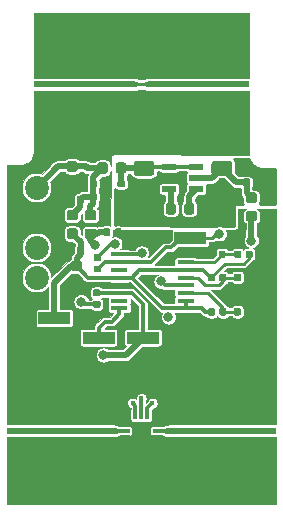
<source format=gbr>
%TF.GenerationSoftware,KiCad,Pcbnew,5.1.5-52549c5~84~ubuntu18.04.1*%
%TF.CreationDate,2020-02-04T18:59:04+01:00*%
%TF.ProjectId,HMC_RF_IPE,484d435f-5246-45f4-9950-452e6b696361,rev?*%
%TF.SameCoordinates,Original*%
%TF.FileFunction,Copper,L4,Bot*%
%TF.FilePolarity,Positive*%
%FSLAX46Y46*%
G04 Gerber Fmt 4.6, Leading zero omitted, Abs format (unit mm)*
G04 Created by KiCad (PCBNEW 5.1.5-52549c5~84~ubuntu18.04.1) date 2020-02-04 18:59:04*
%MOMM*%
%LPD*%
G04 APERTURE LIST*
%TA.AperFunction,Conductor*%
%ADD10R,0.300000X0.304800*%
%TD*%
%TA.AperFunction,Conductor*%
%ADD11C,0.100000*%
%TD*%
%TA.AperFunction,SMDPad,CuDef*%
%ADD12R,2.350000X0.508000*%
%TD*%
%TA.AperFunction,SMDPad,CuDef*%
%ADD13R,0.304800X0.828000*%
%TD*%
%TA.AperFunction,SMDPad,CuDef*%
%ADD14R,0.828000X0.304800*%
%TD*%
%TA.AperFunction,SMDPad,CuDef*%
%ADD15R,0.828000X0.300000*%
%TD*%
%TA.AperFunction,SMDPad,CuDef*%
%ADD16R,1.500000X1.500000*%
%TD*%
%TA.AperFunction,SMDPad,CuDef*%
%ADD17R,2.670000X1.020000*%
%TD*%
%TA.AperFunction,SMDPad,CuDef*%
%ADD18C,0.100000*%
%TD*%
%TA.AperFunction,ComponentPad*%
%ADD19C,2.020000*%
%TD*%
%TA.AperFunction,SMDPad,CuDef*%
%ADD20R,5.080000X2.410000*%
%TD*%
%TA.AperFunction,SMDPad,CuDef*%
%ADD21R,1.473200X0.355600*%
%TD*%
%TA.AperFunction,SMDPad,CuDef*%
%ADD22R,1.219200X0.508000*%
%TD*%
%TA.AperFunction,ViaPad*%
%ADD23C,0.400000*%
%TD*%
%TA.AperFunction,ViaPad*%
%ADD24C,0.800000*%
%TD*%
%TA.AperFunction,Conductor*%
%ADD25C,0.300000*%
%TD*%
%TA.AperFunction,Conductor*%
%ADD26C,0.520000*%
%TD*%
%TA.AperFunction,Conductor*%
%ADD27C,0.510000*%
%TD*%
%TA.AperFunction,Conductor*%
%ADD28C,0.250000*%
%TD*%
%TA.AperFunction,Conductor*%
%ADD29C,0.254000*%
%TD*%
G04 APERTURE END LIST*
D10*
%TO.N,Net-(J6-Pad1)*%
%TO.C,uT1*%
X140723410Y-92373200D03*
%TA.AperFunction,Conductor*%
D11*
G36*
X140573410Y-92220800D02*
G01*
X140873410Y-92220800D01*
X140873410Y-92525600D01*
X140573410Y-92525600D01*
X140123410Y-92628200D01*
X139623410Y-92628200D01*
X139623410Y-92118200D01*
X140123410Y-92118200D01*
X140573410Y-92220800D01*
G37*
%TD.AperFunction*%
%TD*%
D12*
%TO.P,J9,1*%
%TO.N,Net-(J9-Pad1)*%
X134468410Y-63023200D03*
%TD*%
%TO.P,J6,1*%
%TO.N,Net-(J6-Pad1)*%
X132178410Y-92363200D03*
%TD*%
%TO.P,J7,1*%
%TO.N,Net-(J7-Pad1)*%
X152623410Y-92373200D03*
%TD*%
%TO.P,J8,1*%
%TO.N,Net-(J8-Pad1)*%
X150323410Y-63023200D03*
%TD*%
%TA.AperFunction,Conductor*%
D11*
%TO.N,Net-(J9-Pad1)*%
%TO.C,U6*%
G36*
X142243410Y-62880800D02*
G01*
X142543410Y-62880800D01*
X142543410Y-63185600D01*
X142243410Y-63185600D01*
X141793410Y-63288200D01*
X141293410Y-63288200D01*
X141293410Y-62778200D01*
X141793410Y-62778200D01*
X142243410Y-62880800D01*
G37*
%TD.AperFunction*%
%TA.AperFunction,Conductor*%
%TO.N,Net-(J8-Pad1)*%
G36*
X142553410Y-63185600D02*
G01*
X142253410Y-63185600D01*
X142253410Y-62880800D01*
X142553410Y-62880800D01*
X143003410Y-62778200D01*
X143503410Y-62778200D01*
X143503410Y-63288200D01*
X143003410Y-63288200D01*
X142553410Y-63185600D01*
G37*
%TD.AperFunction*%
%TD*%
D13*
%TO.P,U5,11*%
%TO.N,GND*%
X142373410Y-93765600D03*
%TO.P,U5,12*%
X141873411Y-93765600D03*
D14*
%TO.P,U5,1*%
X140981010Y-92873199D03*
D15*
%TO.P,U5,2*%
%TO.N,Net-(J6-Pad1)*%
X140981010Y-92373200D03*
D14*
%TO.P,U5,3*%
%TO.N,GND*%
X140981010Y-91873201D03*
D13*
%TO.P,U5,4*%
%TO.N,Net-(C14-Pad1)*%
X141873411Y-90980800D03*
%TO.P,U5,5*%
%TO.N,/Control/I*%
X142373410Y-90980800D03*
%TO.P,U5,6*%
%TO.N,Net-(C17-Pad1)*%
X142873409Y-90980800D03*
D14*
%TO.P,U5,7*%
%TO.N,GND*%
X143765810Y-91873201D03*
D15*
%TO.P,U5,8*%
%TO.N,Net-(J7-Pad1)*%
X143765810Y-92373200D03*
D14*
%TO.P,U5,9*%
%TO.N,GND*%
X143765810Y-92873199D03*
D13*
%TO.P,U5,10*%
X142873409Y-93765600D03*
D16*
%TO.P,U5,13*%
X142373410Y-92373200D03*
%TD*%
D10*
%TO.N,Net-(J7-Pad1)*%
%TO.C,uT2*%
X144033410Y-92373200D03*
%TA.AperFunction,Conductor*%
D11*
G36*
X144183410Y-92525600D02*
G01*
X143883410Y-92525600D01*
X143883410Y-92220800D01*
X144183410Y-92220800D01*
X144633410Y-92118200D01*
X145133410Y-92118200D01*
X145133410Y-92628200D01*
X144633410Y-92628200D01*
X144183410Y-92525600D01*
G37*
%TD.AperFunction*%
%TD*%
D17*
%TO.P,GND,1*%
%TO.N,GNDS*%
X148803410Y-74423200D03*
%TD*%
%TA.AperFunction,SMDPad,CuDef*%
D18*
%TO.P,C23,2*%
%TO.N,GND*%
G36*
X139440368Y-72253910D02*
G01*
X139454686Y-72256034D01*
X139468727Y-72259551D01*
X139482356Y-72264428D01*
X139495441Y-72270617D01*
X139507857Y-72278058D01*
X139519483Y-72286681D01*
X139530208Y-72296402D01*
X139539929Y-72307127D01*
X139548552Y-72318753D01*
X139555993Y-72331169D01*
X139562182Y-72344254D01*
X139567059Y-72357883D01*
X139570576Y-72371924D01*
X139572700Y-72386242D01*
X139573410Y-72400700D01*
X139573410Y-72745700D01*
X139572700Y-72760158D01*
X139570576Y-72774476D01*
X139567059Y-72788517D01*
X139562182Y-72802146D01*
X139555993Y-72815231D01*
X139548552Y-72827647D01*
X139539929Y-72839273D01*
X139530208Y-72849998D01*
X139519483Y-72859719D01*
X139507857Y-72868342D01*
X139495441Y-72875783D01*
X139482356Y-72881972D01*
X139468727Y-72886849D01*
X139454686Y-72890366D01*
X139440368Y-72892490D01*
X139425910Y-72893200D01*
X139130910Y-72893200D01*
X139116452Y-72892490D01*
X139102134Y-72890366D01*
X139088093Y-72886849D01*
X139074464Y-72881972D01*
X139061379Y-72875783D01*
X139048963Y-72868342D01*
X139037337Y-72859719D01*
X139026612Y-72849998D01*
X139016891Y-72839273D01*
X139008268Y-72827647D01*
X139000827Y-72815231D01*
X138994638Y-72802146D01*
X138989761Y-72788517D01*
X138986244Y-72774476D01*
X138984120Y-72760158D01*
X138983410Y-72745700D01*
X138983410Y-72400700D01*
X138984120Y-72386242D01*
X138986244Y-72371924D01*
X138989761Y-72357883D01*
X138994638Y-72344254D01*
X139000827Y-72331169D01*
X139008268Y-72318753D01*
X139016891Y-72307127D01*
X139026612Y-72296402D01*
X139037337Y-72286681D01*
X139048963Y-72278058D01*
X139061379Y-72270617D01*
X139074464Y-72264428D01*
X139088093Y-72259551D01*
X139102134Y-72256034D01*
X139116452Y-72253910D01*
X139130910Y-72253200D01*
X139425910Y-72253200D01*
X139440368Y-72253910D01*
G37*
%TD.AperFunction*%
%TA.AperFunction,SMDPad,CuDef*%
%TO.P,C23,1*%
%TO.N,+5V*%
G36*
X138470368Y-72253910D02*
G01*
X138484686Y-72256034D01*
X138498727Y-72259551D01*
X138512356Y-72264428D01*
X138525441Y-72270617D01*
X138537857Y-72278058D01*
X138549483Y-72286681D01*
X138560208Y-72296402D01*
X138569929Y-72307127D01*
X138578552Y-72318753D01*
X138585993Y-72331169D01*
X138592182Y-72344254D01*
X138597059Y-72357883D01*
X138600576Y-72371924D01*
X138602700Y-72386242D01*
X138603410Y-72400700D01*
X138603410Y-72745700D01*
X138602700Y-72760158D01*
X138600576Y-72774476D01*
X138597059Y-72788517D01*
X138592182Y-72802146D01*
X138585993Y-72815231D01*
X138578552Y-72827647D01*
X138569929Y-72839273D01*
X138560208Y-72849998D01*
X138549483Y-72859719D01*
X138537857Y-72868342D01*
X138525441Y-72875783D01*
X138512356Y-72881972D01*
X138498727Y-72886849D01*
X138484686Y-72890366D01*
X138470368Y-72892490D01*
X138455910Y-72893200D01*
X138160910Y-72893200D01*
X138146452Y-72892490D01*
X138132134Y-72890366D01*
X138118093Y-72886849D01*
X138104464Y-72881972D01*
X138091379Y-72875783D01*
X138078963Y-72868342D01*
X138067337Y-72859719D01*
X138056612Y-72849998D01*
X138046891Y-72839273D01*
X138038268Y-72827647D01*
X138030827Y-72815231D01*
X138024638Y-72802146D01*
X138019761Y-72788517D01*
X138016244Y-72774476D01*
X138014120Y-72760158D01*
X138013410Y-72745700D01*
X138013410Y-72400700D01*
X138014120Y-72386242D01*
X138016244Y-72371924D01*
X138019761Y-72357883D01*
X138024638Y-72344254D01*
X138030827Y-72331169D01*
X138038268Y-72318753D01*
X138046891Y-72307127D01*
X138056612Y-72296402D01*
X138067337Y-72286681D01*
X138078963Y-72278058D01*
X138091379Y-72270617D01*
X138104464Y-72264428D01*
X138118093Y-72259551D01*
X138132134Y-72256034D01*
X138146452Y-72253910D01*
X138160910Y-72253200D01*
X138455910Y-72253200D01*
X138470368Y-72253910D01*
G37*
%TD.AperFunction*%
%TD*%
%TA.AperFunction,SMDPad,CuDef*%
%TO.P,C22,1*%
%TO.N,+5V*%
G36*
X138470368Y-71153910D02*
G01*
X138484686Y-71156034D01*
X138498727Y-71159551D01*
X138512356Y-71164428D01*
X138525441Y-71170617D01*
X138537857Y-71178058D01*
X138549483Y-71186681D01*
X138560208Y-71196402D01*
X138569929Y-71207127D01*
X138578552Y-71218753D01*
X138585993Y-71231169D01*
X138592182Y-71244254D01*
X138597059Y-71257883D01*
X138600576Y-71271924D01*
X138602700Y-71286242D01*
X138603410Y-71300700D01*
X138603410Y-71645700D01*
X138602700Y-71660158D01*
X138600576Y-71674476D01*
X138597059Y-71688517D01*
X138592182Y-71702146D01*
X138585993Y-71715231D01*
X138578552Y-71727647D01*
X138569929Y-71739273D01*
X138560208Y-71749998D01*
X138549483Y-71759719D01*
X138537857Y-71768342D01*
X138525441Y-71775783D01*
X138512356Y-71781972D01*
X138498727Y-71786849D01*
X138484686Y-71790366D01*
X138470368Y-71792490D01*
X138455910Y-71793200D01*
X138160910Y-71793200D01*
X138146452Y-71792490D01*
X138132134Y-71790366D01*
X138118093Y-71786849D01*
X138104464Y-71781972D01*
X138091379Y-71775783D01*
X138078963Y-71768342D01*
X138067337Y-71759719D01*
X138056612Y-71749998D01*
X138046891Y-71739273D01*
X138038268Y-71727647D01*
X138030827Y-71715231D01*
X138024638Y-71702146D01*
X138019761Y-71688517D01*
X138016244Y-71674476D01*
X138014120Y-71660158D01*
X138013410Y-71645700D01*
X138013410Y-71300700D01*
X138014120Y-71286242D01*
X138016244Y-71271924D01*
X138019761Y-71257883D01*
X138024638Y-71244254D01*
X138030827Y-71231169D01*
X138038268Y-71218753D01*
X138046891Y-71207127D01*
X138056612Y-71196402D01*
X138067337Y-71186681D01*
X138078963Y-71178058D01*
X138091379Y-71170617D01*
X138104464Y-71164428D01*
X138118093Y-71159551D01*
X138132134Y-71156034D01*
X138146452Y-71153910D01*
X138160910Y-71153200D01*
X138455910Y-71153200D01*
X138470368Y-71153910D01*
G37*
%TD.AperFunction*%
%TA.AperFunction,SMDPad,CuDef*%
%TO.P,C22,2*%
%TO.N,GND*%
G36*
X139440368Y-71153910D02*
G01*
X139454686Y-71156034D01*
X139468727Y-71159551D01*
X139482356Y-71164428D01*
X139495441Y-71170617D01*
X139507857Y-71178058D01*
X139519483Y-71186681D01*
X139530208Y-71196402D01*
X139539929Y-71207127D01*
X139548552Y-71218753D01*
X139555993Y-71231169D01*
X139562182Y-71244254D01*
X139567059Y-71257883D01*
X139570576Y-71271924D01*
X139572700Y-71286242D01*
X139573410Y-71300700D01*
X139573410Y-71645700D01*
X139572700Y-71660158D01*
X139570576Y-71674476D01*
X139567059Y-71688517D01*
X139562182Y-71702146D01*
X139555993Y-71715231D01*
X139548552Y-71727647D01*
X139539929Y-71739273D01*
X139530208Y-71749998D01*
X139519483Y-71759719D01*
X139507857Y-71768342D01*
X139495441Y-71775783D01*
X139482356Y-71781972D01*
X139468727Y-71786849D01*
X139454686Y-71790366D01*
X139440368Y-71792490D01*
X139425910Y-71793200D01*
X139130910Y-71793200D01*
X139116452Y-71792490D01*
X139102134Y-71790366D01*
X139088093Y-71786849D01*
X139074464Y-71781972D01*
X139061379Y-71775783D01*
X139048963Y-71768342D01*
X139037337Y-71759719D01*
X139026612Y-71749998D01*
X139016891Y-71739273D01*
X139008268Y-71727647D01*
X139000827Y-71715231D01*
X138994638Y-71702146D01*
X138989761Y-71688517D01*
X138986244Y-71674476D01*
X138984120Y-71660158D01*
X138983410Y-71645700D01*
X138983410Y-71300700D01*
X138984120Y-71286242D01*
X138986244Y-71271924D01*
X138989761Y-71257883D01*
X138994638Y-71244254D01*
X139000827Y-71231169D01*
X139008268Y-71218753D01*
X139016891Y-71207127D01*
X139026612Y-71196402D01*
X139037337Y-71186681D01*
X139048963Y-71178058D01*
X139061379Y-71170617D01*
X139074464Y-71164428D01*
X139088093Y-71159551D01*
X139102134Y-71156034D01*
X139116452Y-71153910D01*
X139130910Y-71153200D01*
X139425910Y-71153200D01*
X139440368Y-71153910D01*
G37*
%TD.AperFunction*%
%TD*%
%TA.AperFunction,SMDPad,CuDef*%
%TO.P,C20,2*%
%TO.N,GND*%
G36*
X136410368Y-72493910D02*
G01*
X136424686Y-72496034D01*
X136438727Y-72499551D01*
X136452356Y-72504428D01*
X136465441Y-72510617D01*
X136477857Y-72518058D01*
X136489483Y-72526681D01*
X136500208Y-72536402D01*
X136509929Y-72547127D01*
X136518552Y-72558753D01*
X136525993Y-72571169D01*
X136532182Y-72584254D01*
X136537059Y-72597883D01*
X136540576Y-72611924D01*
X136542700Y-72626242D01*
X136543410Y-72640700D01*
X136543410Y-72985700D01*
X136542700Y-73000158D01*
X136540576Y-73014476D01*
X136537059Y-73028517D01*
X136532182Y-73042146D01*
X136525993Y-73055231D01*
X136518552Y-73067647D01*
X136509929Y-73079273D01*
X136500208Y-73089998D01*
X136489483Y-73099719D01*
X136477857Y-73108342D01*
X136465441Y-73115783D01*
X136452356Y-73121972D01*
X136438727Y-73126849D01*
X136424686Y-73130366D01*
X136410368Y-73132490D01*
X136395910Y-73133200D01*
X136100910Y-73133200D01*
X136086452Y-73132490D01*
X136072134Y-73130366D01*
X136058093Y-73126849D01*
X136044464Y-73121972D01*
X136031379Y-73115783D01*
X136018963Y-73108342D01*
X136007337Y-73099719D01*
X135996612Y-73089998D01*
X135986891Y-73079273D01*
X135978268Y-73067647D01*
X135970827Y-73055231D01*
X135964638Y-73042146D01*
X135959761Y-73028517D01*
X135956244Y-73014476D01*
X135954120Y-73000158D01*
X135953410Y-72985700D01*
X135953410Y-72640700D01*
X135954120Y-72626242D01*
X135956244Y-72611924D01*
X135959761Y-72597883D01*
X135964638Y-72584254D01*
X135970827Y-72571169D01*
X135978268Y-72558753D01*
X135986891Y-72547127D01*
X135996612Y-72536402D01*
X136007337Y-72526681D01*
X136018963Y-72518058D01*
X136031379Y-72510617D01*
X136044464Y-72504428D01*
X136058093Y-72499551D01*
X136072134Y-72496034D01*
X136086452Y-72493910D01*
X136100910Y-72493200D01*
X136395910Y-72493200D01*
X136410368Y-72493910D01*
G37*
%TD.AperFunction*%
%TA.AperFunction,SMDPad,CuDef*%
%TO.P,C20,1*%
%TO.N,+5V*%
G36*
X137380368Y-72493910D02*
G01*
X137394686Y-72496034D01*
X137408727Y-72499551D01*
X137422356Y-72504428D01*
X137435441Y-72510617D01*
X137447857Y-72518058D01*
X137459483Y-72526681D01*
X137470208Y-72536402D01*
X137479929Y-72547127D01*
X137488552Y-72558753D01*
X137495993Y-72571169D01*
X137502182Y-72584254D01*
X137507059Y-72597883D01*
X137510576Y-72611924D01*
X137512700Y-72626242D01*
X137513410Y-72640700D01*
X137513410Y-72985700D01*
X137512700Y-73000158D01*
X137510576Y-73014476D01*
X137507059Y-73028517D01*
X137502182Y-73042146D01*
X137495993Y-73055231D01*
X137488552Y-73067647D01*
X137479929Y-73079273D01*
X137470208Y-73089998D01*
X137459483Y-73099719D01*
X137447857Y-73108342D01*
X137435441Y-73115783D01*
X137422356Y-73121972D01*
X137408727Y-73126849D01*
X137394686Y-73130366D01*
X137380368Y-73132490D01*
X137365910Y-73133200D01*
X137070910Y-73133200D01*
X137056452Y-73132490D01*
X137042134Y-73130366D01*
X137028093Y-73126849D01*
X137014464Y-73121972D01*
X137001379Y-73115783D01*
X136988963Y-73108342D01*
X136977337Y-73099719D01*
X136966612Y-73089998D01*
X136956891Y-73079273D01*
X136948268Y-73067647D01*
X136940827Y-73055231D01*
X136934638Y-73042146D01*
X136929761Y-73028517D01*
X136926244Y-73014476D01*
X136924120Y-73000158D01*
X136923410Y-72985700D01*
X136923410Y-72640700D01*
X136924120Y-72626242D01*
X136926244Y-72611924D01*
X136929761Y-72597883D01*
X136934638Y-72584254D01*
X136940827Y-72571169D01*
X136948268Y-72558753D01*
X136956891Y-72547127D01*
X136966612Y-72536402D01*
X136977337Y-72526681D01*
X136988963Y-72518058D01*
X137001379Y-72510617D01*
X137014464Y-72504428D01*
X137028093Y-72499551D01*
X137042134Y-72496034D01*
X137056452Y-72493910D01*
X137070910Y-72493200D01*
X137365910Y-72493200D01*
X137380368Y-72493910D01*
G37*
%TD.AperFunction*%
%TD*%
%TA.AperFunction,SMDPad,CuDef*%
%TO.P,C12,2*%
%TO.N,GNDS*%
G36*
X149852914Y-72309404D02*
G01*
X149877183Y-72313004D01*
X149900981Y-72318965D01*
X149924081Y-72327230D01*
X149946259Y-72337720D01*
X149967303Y-72350333D01*
X149987008Y-72364947D01*
X150005187Y-72381423D01*
X150021663Y-72399602D01*
X150036277Y-72419307D01*
X150048890Y-72440351D01*
X150059380Y-72462529D01*
X150067645Y-72485629D01*
X150073606Y-72509427D01*
X150077206Y-72533696D01*
X150078410Y-72558200D01*
X150078410Y-73308200D01*
X150077206Y-73332704D01*
X150073606Y-73356973D01*
X150067645Y-73380771D01*
X150059380Y-73403871D01*
X150048890Y-73426049D01*
X150036277Y-73447093D01*
X150021663Y-73466798D01*
X150005187Y-73484977D01*
X149987008Y-73501453D01*
X149967303Y-73516067D01*
X149946259Y-73528680D01*
X149924081Y-73539170D01*
X149900981Y-73547435D01*
X149877183Y-73553396D01*
X149852914Y-73556996D01*
X149828410Y-73558200D01*
X148578410Y-73558200D01*
X148553906Y-73556996D01*
X148529637Y-73553396D01*
X148505839Y-73547435D01*
X148482739Y-73539170D01*
X148460561Y-73528680D01*
X148439517Y-73516067D01*
X148419812Y-73501453D01*
X148401633Y-73484977D01*
X148385157Y-73466798D01*
X148370543Y-73447093D01*
X148357930Y-73426049D01*
X148347440Y-73403871D01*
X148339175Y-73380771D01*
X148333214Y-73356973D01*
X148329614Y-73332704D01*
X148328410Y-73308200D01*
X148328410Y-72558200D01*
X148329614Y-72533696D01*
X148333214Y-72509427D01*
X148339175Y-72485629D01*
X148347440Y-72462529D01*
X148357930Y-72440351D01*
X148370543Y-72419307D01*
X148385157Y-72399602D01*
X148401633Y-72381423D01*
X148419812Y-72364947D01*
X148439517Y-72350333D01*
X148460561Y-72337720D01*
X148482739Y-72327230D01*
X148505839Y-72318965D01*
X148529637Y-72313004D01*
X148553906Y-72309404D01*
X148578410Y-72308200D01*
X149828410Y-72308200D01*
X149852914Y-72309404D01*
G37*
%TD.AperFunction*%
%TA.AperFunction,SMDPad,CuDef*%
%TO.P,C12,1*%
%TO.N,Net-(C12-Pad1)*%
G36*
X149852914Y-69509404D02*
G01*
X149877183Y-69513004D01*
X149900981Y-69518965D01*
X149924081Y-69527230D01*
X149946259Y-69537720D01*
X149967303Y-69550333D01*
X149987008Y-69564947D01*
X150005187Y-69581423D01*
X150021663Y-69599602D01*
X150036277Y-69619307D01*
X150048890Y-69640351D01*
X150059380Y-69662529D01*
X150067645Y-69685629D01*
X150073606Y-69709427D01*
X150077206Y-69733696D01*
X150078410Y-69758200D01*
X150078410Y-70508200D01*
X150077206Y-70532704D01*
X150073606Y-70556973D01*
X150067645Y-70580771D01*
X150059380Y-70603871D01*
X150048890Y-70626049D01*
X150036277Y-70647093D01*
X150021663Y-70666798D01*
X150005187Y-70684977D01*
X149987008Y-70701453D01*
X149967303Y-70716067D01*
X149946259Y-70728680D01*
X149924081Y-70739170D01*
X149900981Y-70747435D01*
X149877183Y-70753396D01*
X149852914Y-70756996D01*
X149828410Y-70758200D01*
X148578410Y-70758200D01*
X148553906Y-70756996D01*
X148529637Y-70753396D01*
X148505839Y-70747435D01*
X148482739Y-70739170D01*
X148460561Y-70728680D01*
X148439517Y-70716067D01*
X148419812Y-70701453D01*
X148401633Y-70684977D01*
X148385157Y-70666798D01*
X148370543Y-70647093D01*
X148357930Y-70626049D01*
X148347440Y-70603871D01*
X148339175Y-70580771D01*
X148333214Y-70556973D01*
X148329614Y-70532704D01*
X148328410Y-70508200D01*
X148328410Y-69758200D01*
X148329614Y-69733696D01*
X148333214Y-69709427D01*
X148339175Y-69685629D01*
X148347440Y-69662529D01*
X148357930Y-69640351D01*
X148370543Y-69619307D01*
X148385157Y-69599602D01*
X148401633Y-69581423D01*
X148419812Y-69564947D01*
X148439517Y-69550333D01*
X148460561Y-69537720D01*
X148482739Y-69527230D01*
X148505839Y-69518965D01*
X148529637Y-69513004D01*
X148553906Y-69509404D01*
X148578410Y-69508200D01*
X149828410Y-69508200D01*
X149852914Y-69509404D01*
G37*
%TD.AperFunction*%
%TD*%
%TA.AperFunction,SMDPad,CuDef*%
%TO.P,C5,2*%
%TO.N,GNDS*%
G36*
X152430368Y-71003910D02*
G01*
X152444686Y-71006034D01*
X152458727Y-71009551D01*
X152472356Y-71014428D01*
X152485441Y-71020617D01*
X152497857Y-71028058D01*
X152509483Y-71036681D01*
X152520208Y-71046402D01*
X152529929Y-71057127D01*
X152538552Y-71068753D01*
X152545993Y-71081169D01*
X152552182Y-71094254D01*
X152557059Y-71107883D01*
X152560576Y-71121924D01*
X152562700Y-71136242D01*
X152563410Y-71150700D01*
X152563410Y-71495700D01*
X152562700Y-71510158D01*
X152560576Y-71524476D01*
X152557059Y-71538517D01*
X152552182Y-71552146D01*
X152545993Y-71565231D01*
X152538552Y-71577647D01*
X152529929Y-71589273D01*
X152520208Y-71599998D01*
X152509483Y-71609719D01*
X152497857Y-71618342D01*
X152485441Y-71625783D01*
X152472356Y-71631972D01*
X152458727Y-71636849D01*
X152444686Y-71640366D01*
X152430368Y-71642490D01*
X152415910Y-71643200D01*
X152120910Y-71643200D01*
X152106452Y-71642490D01*
X152092134Y-71640366D01*
X152078093Y-71636849D01*
X152064464Y-71631972D01*
X152051379Y-71625783D01*
X152038963Y-71618342D01*
X152027337Y-71609719D01*
X152016612Y-71599998D01*
X152006891Y-71589273D01*
X151998268Y-71577647D01*
X151990827Y-71565231D01*
X151984638Y-71552146D01*
X151979761Y-71538517D01*
X151976244Y-71524476D01*
X151974120Y-71510158D01*
X151973410Y-71495700D01*
X151973410Y-71150700D01*
X151974120Y-71136242D01*
X151976244Y-71121924D01*
X151979761Y-71107883D01*
X151984638Y-71094254D01*
X151990827Y-71081169D01*
X151998268Y-71068753D01*
X152006891Y-71057127D01*
X152016612Y-71046402D01*
X152027337Y-71036681D01*
X152038963Y-71028058D01*
X152051379Y-71020617D01*
X152064464Y-71014428D01*
X152078093Y-71009551D01*
X152092134Y-71006034D01*
X152106452Y-71003910D01*
X152120910Y-71003200D01*
X152415910Y-71003200D01*
X152430368Y-71003910D01*
G37*
%TD.AperFunction*%
%TA.AperFunction,SMDPad,CuDef*%
%TO.P,C5,1*%
%TO.N,Net-(C12-Pad1)*%
G36*
X151460368Y-71003910D02*
G01*
X151474686Y-71006034D01*
X151488727Y-71009551D01*
X151502356Y-71014428D01*
X151515441Y-71020617D01*
X151527857Y-71028058D01*
X151539483Y-71036681D01*
X151550208Y-71046402D01*
X151559929Y-71057127D01*
X151568552Y-71068753D01*
X151575993Y-71081169D01*
X151582182Y-71094254D01*
X151587059Y-71107883D01*
X151590576Y-71121924D01*
X151592700Y-71136242D01*
X151593410Y-71150700D01*
X151593410Y-71495700D01*
X151592700Y-71510158D01*
X151590576Y-71524476D01*
X151587059Y-71538517D01*
X151582182Y-71552146D01*
X151575993Y-71565231D01*
X151568552Y-71577647D01*
X151559929Y-71589273D01*
X151550208Y-71599998D01*
X151539483Y-71609719D01*
X151527857Y-71618342D01*
X151515441Y-71625783D01*
X151502356Y-71631972D01*
X151488727Y-71636849D01*
X151474686Y-71640366D01*
X151460368Y-71642490D01*
X151445910Y-71643200D01*
X151150910Y-71643200D01*
X151136452Y-71642490D01*
X151122134Y-71640366D01*
X151108093Y-71636849D01*
X151094464Y-71631972D01*
X151081379Y-71625783D01*
X151068963Y-71618342D01*
X151057337Y-71609719D01*
X151046612Y-71599998D01*
X151036891Y-71589273D01*
X151028268Y-71577647D01*
X151020827Y-71565231D01*
X151014638Y-71552146D01*
X151009761Y-71538517D01*
X151006244Y-71524476D01*
X151004120Y-71510158D01*
X151003410Y-71495700D01*
X151003410Y-71150700D01*
X151004120Y-71136242D01*
X151006244Y-71121924D01*
X151009761Y-71107883D01*
X151014638Y-71094254D01*
X151020827Y-71081169D01*
X151028268Y-71068753D01*
X151036891Y-71057127D01*
X151046612Y-71046402D01*
X151057337Y-71036681D01*
X151068963Y-71028058D01*
X151081379Y-71020617D01*
X151094464Y-71014428D01*
X151108093Y-71009551D01*
X151122134Y-71006034D01*
X151136452Y-71003910D01*
X151150910Y-71003200D01*
X151445910Y-71003200D01*
X151460368Y-71003910D01*
G37*
%TD.AperFunction*%
%TD*%
%TA.AperFunction,SMDPad,CuDef*%
%TO.P,L2,2*%
%TO.N,Net-(C12-Pad1)*%
G36*
X151991101Y-72189253D02*
G01*
X152012336Y-72192403D01*
X152033160Y-72197619D01*
X152053372Y-72204851D01*
X152072778Y-72214030D01*
X152091191Y-72225066D01*
X152108434Y-72237854D01*
X152124340Y-72252270D01*
X152138756Y-72268176D01*
X152151544Y-72285419D01*
X152162580Y-72303832D01*
X152171759Y-72323238D01*
X152178991Y-72343450D01*
X152184207Y-72364274D01*
X152187357Y-72385509D01*
X152188410Y-72406950D01*
X152188410Y-72844450D01*
X152187357Y-72865891D01*
X152184207Y-72887126D01*
X152178991Y-72907950D01*
X152171759Y-72928162D01*
X152162580Y-72947568D01*
X152151544Y-72965981D01*
X152138756Y-72983224D01*
X152124340Y-72999130D01*
X152108434Y-73013546D01*
X152091191Y-73026334D01*
X152072778Y-73037370D01*
X152053372Y-73046549D01*
X152033160Y-73053781D01*
X152012336Y-73058997D01*
X151991101Y-73062147D01*
X151969660Y-73063200D01*
X151457160Y-73063200D01*
X151435719Y-73062147D01*
X151414484Y-73058997D01*
X151393660Y-73053781D01*
X151373448Y-73046549D01*
X151354042Y-73037370D01*
X151335629Y-73026334D01*
X151318386Y-73013546D01*
X151302480Y-72999130D01*
X151288064Y-72983224D01*
X151275276Y-72965981D01*
X151264240Y-72947568D01*
X151255061Y-72928162D01*
X151247829Y-72907950D01*
X151242613Y-72887126D01*
X151239463Y-72865891D01*
X151238410Y-72844450D01*
X151238410Y-72406950D01*
X151239463Y-72385509D01*
X151242613Y-72364274D01*
X151247829Y-72343450D01*
X151255061Y-72323238D01*
X151264240Y-72303832D01*
X151275276Y-72285419D01*
X151288064Y-72268176D01*
X151302480Y-72252270D01*
X151318386Y-72237854D01*
X151335629Y-72225066D01*
X151354042Y-72214030D01*
X151373448Y-72204851D01*
X151393660Y-72197619D01*
X151414484Y-72192403D01*
X151435719Y-72189253D01*
X151457160Y-72188200D01*
X151969660Y-72188200D01*
X151991101Y-72189253D01*
G37*
%TD.AperFunction*%
%TA.AperFunction,SMDPad,CuDef*%
%TO.P,L2,1*%
%TO.N,VSS*%
G36*
X151991101Y-73764253D02*
G01*
X152012336Y-73767403D01*
X152033160Y-73772619D01*
X152053372Y-73779851D01*
X152072778Y-73789030D01*
X152091191Y-73800066D01*
X152108434Y-73812854D01*
X152124340Y-73827270D01*
X152138756Y-73843176D01*
X152151544Y-73860419D01*
X152162580Y-73878832D01*
X152171759Y-73898238D01*
X152178991Y-73918450D01*
X152184207Y-73939274D01*
X152187357Y-73960509D01*
X152188410Y-73981950D01*
X152188410Y-74419450D01*
X152187357Y-74440891D01*
X152184207Y-74462126D01*
X152178991Y-74482950D01*
X152171759Y-74503162D01*
X152162580Y-74522568D01*
X152151544Y-74540981D01*
X152138756Y-74558224D01*
X152124340Y-74574130D01*
X152108434Y-74588546D01*
X152091191Y-74601334D01*
X152072778Y-74612370D01*
X152053372Y-74621549D01*
X152033160Y-74628781D01*
X152012336Y-74633997D01*
X151991101Y-74637147D01*
X151969660Y-74638200D01*
X151457160Y-74638200D01*
X151435719Y-74637147D01*
X151414484Y-74633997D01*
X151393660Y-74628781D01*
X151373448Y-74621549D01*
X151354042Y-74612370D01*
X151335629Y-74601334D01*
X151318386Y-74588546D01*
X151302480Y-74574130D01*
X151288064Y-74558224D01*
X151275276Y-74540981D01*
X151264240Y-74522568D01*
X151255061Y-74503162D01*
X151247829Y-74482950D01*
X151242613Y-74462126D01*
X151239463Y-74440891D01*
X151238410Y-74419450D01*
X151238410Y-73981950D01*
X151239463Y-73960509D01*
X151242613Y-73939274D01*
X151247829Y-73918450D01*
X151255061Y-73898238D01*
X151264240Y-73878832D01*
X151275276Y-73860419D01*
X151288064Y-73843176D01*
X151302480Y-73827270D01*
X151318386Y-73812854D01*
X151335629Y-73800066D01*
X151354042Y-73789030D01*
X151373448Y-73779851D01*
X151393660Y-73772619D01*
X151414484Y-73767403D01*
X151435719Y-73764253D01*
X151457160Y-73763200D01*
X151969660Y-73763200D01*
X151991101Y-73764253D01*
G37*
%TD.AperFunction*%
%TD*%
%TA.AperFunction,SMDPad,CuDef*%
%TO.P,L1,1*%
%TO.N,+5V*%
G36*
X139336101Y-69641753D02*
G01*
X139357336Y-69644903D01*
X139378160Y-69650119D01*
X139398372Y-69657351D01*
X139417778Y-69666530D01*
X139436191Y-69677566D01*
X139453434Y-69690354D01*
X139469340Y-69704770D01*
X139483756Y-69720676D01*
X139496544Y-69737919D01*
X139507580Y-69756332D01*
X139516759Y-69775738D01*
X139523991Y-69795950D01*
X139529207Y-69816774D01*
X139532357Y-69838009D01*
X139533410Y-69859450D01*
X139533410Y-70371950D01*
X139532357Y-70393391D01*
X139529207Y-70414626D01*
X139523991Y-70435450D01*
X139516759Y-70455662D01*
X139507580Y-70475068D01*
X139496544Y-70493481D01*
X139483756Y-70510724D01*
X139469340Y-70526630D01*
X139453434Y-70541046D01*
X139436191Y-70553834D01*
X139417778Y-70564870D01*
X139398372Y-70574049D01*
X139378160Y-70581281D01*
X139357336Y-70586497D01*
X139336101Y-70589647D01*
X139314660Y-70590700D01*
X138877160Y-70590700D01*
X138855719Y-70589647D01*
X138834484Y-70586497D01*
X138813660Y-70581281D01*
X138793448Y-70574049D01*
X138774042Y-70564870D01*
X138755629Y-70553834D01*
X138738386Y-70541046D01*
X138722480Y-70526630D01*
X138708064Y-70510724D01*
X138695276Y-70493481D01*
X138684240Y-70475068D01*
X138675061Y-70455662D01*
X138667829Y-70435450D01*
X138662613Y-70414626D01*
X138659463Y-70393391D01*
X138658410Y-70371950D01*
X138658410Y-69859450D01*
X138659463Y-69838009D01*
X138662613Y-69816774D01*
X138667829Y-69795950D01*
X138675061Y-69775738D01*
X138684240Y-69756332D01*
X138695276Y-69737919D01*
X138708064Y-69720676D01*
X138722480Y-69704770D01*
X138738386Y-69690354D01*
X138755629Y-69677566D01*
X138774042Y-69666530D01*
X138793448Y-69657351D01*
X138813660Y-69650119D01*
X138834484Y-69644903D01*
X138855719Y-69641753D01*
X138877160Y-69640700D01*
X139314660Y-69640700D01*
X139336101Y-69641753D01*
G37*
%TD.AperFunction*%
%TA.AperFunction,SMDPad,CuDef*%
%TO.P,L1,2*%
%TO.N,Net-(C1-Pad1)*%
G36*
X140911101Y-69641753D02*
G01*
X140932336Y-69644903D01*
X140953160Y-69650119D01*
X140973372Y-69657351D01*
X140992778Y-69666530D01*
X141011191Y-69677566D01*
X141028434Y-69690354D01*
X141044340Y-69704770D01*
X141058756Y-69720676D01*
X141071544Y-69737919D01*
X141082580Y-69756332D01*
X141091759Y-69775738D01*
X141098991Y-69795950D01*
X141104207Y-69816774D01*
X141107357Y-69838009D01*
X141108410Y-69859450D01*
X141108410Y-70371950D01*
X141107357Y-70393391D01*
X141104207Y-70414626D01*
X141098991Y-70435450D01*
X141091759Y-70455662D01*
X141082580Y-70475068D01*
X141071544Y-70493481D01*
X141058756Y-70510724D01*
X141044340Y-70526630D01*
X141028434Y-70541046D01*
X141011191Y-70553834D01*
X140992778Y-70564870D01*
X140973372Y-70574049D01*
X140953160Y-70581281D01*
X140932336Y-70586497D01*
X140911101Y-70589647D01*
X140889660Y-70590700D01*
X140452160Y-70590700D01*
X140430719Y-70589647D01*
X140409484Y-70586497D01*
X140388660Y-70581281D01*
X140368448Y-70574049D01*
X140349042Y-70564870D01*
X140330629Y-70553834D01*
X140313386Y-70541046D01*
X140297480Y-70526630D01*
X140283064Y-70510724D01*
X140270276Y-70493481D01*
X140259240Y-70475068D01*
X140250061Y-70455662D01*
X140242829Y-70435450D01*
X140237613Y-70414626D01*
X140234463Y-70393391D01*
X140233410Y-70371950D01*
X140233410Y-69859450D01*
X140234463Y-69838009D01*
X140237613Y-69816774D01*
X140242829Y-69795950D01*
X140250061Y-69775738D01*
X140259240Y-69756332D01*
X140270276Y-69737919D01*
X140283064Y-69720676D01*
X140297480Y-69704770D01*
X140313386Y-69690354D01*
X140330629Y-69677566D01*
X140349042Y-69666530D01*
X140368448Y-69657351D01*
X140388660Y-69650119D01*
X140409484Y-69644903D01*
X140430719Y-69641753D01*
X140452160Y-69640700D01*
X140889660Y-69640700D01*
X140911101Y-69641753D01*
G37*
%TD.AperFunction*%
%TD*%
%TA.AperFunction,SMDPad,CuDef*%
%TO.P,L4,2*%
%TO.N,Net-(5V1-Pad1)*%
G36*
X136821101Y-75234253D02*
G01*
X136842336Y-75237403D01*
X136863160Y-75242619D01*
X136883372Y-75249851D01*
X136902778Y-75259030D01*
X136921191Y-75270066D01*
X136938434Y-75282854D01*
X136954340Y-75297270D01*
X136968756Y-75313176D01*
X136981544Y-75330419D01*
X136992580Y-75348832D01*
X137001759Y-75368238D01*
X137008991Y-75388450D01*
X137014207Y-75409274D01*
X137017357Y-75430509D01*
X137018410Y-75451950D01*
X137018410Y-75889450D01*
X137017357Y-75910891D01*
X137014207Y-75932126D01*
X137008991Y-75952950D01*
X137001759Y-75973162D01*
X136992580Y-75992568D01*
X136981544Y-76010981D01*
X136968756Y-76028224D01*
X136954340Y-76044130D01*
X136938434Y-76058546D01*
X136921191Y-76071334D01*
X136902778Y-76082370D01*
X136883372Y-76091549D01*
X136863160Y-76098781D01*
X136842336Y-76103997D01*
X136821101Y-76107147D01*
X136799660Y-76108200D01*
X136287160Y-76108200D01*
X136265719Y-76107147D01*
X136244484Y-76103997D01*
X136223660Y-76098781D01*
X136203448Y-76091549D01*
X136184042Y-76082370D01*
X136165629Y-76071334D01*
X136148386Y-76058546D01*
X136132480Y-76044130D01*
X136118064Y-76028224D01*
X136105276Y-76010981D01*
X136094240Y-75992568D01*
X136085061Y-75973162D01*
X136077829Y-75952950D01*
X136072613Y-75932126D01*
X136069463Y-75910891D01*
X136068410Y-75889450D01*
X136068410Y-75451950D01*
X136069463Y-75430509D01*
X136072613Y-75409274D01*
X136077829Y-75388450D01*
X136085061Y-75368238D01*
X136094240Y-75348832D01*
X136105276Y-75330419D01*
X136118064Y-75313176D01*
X136132480Y-75297270D01*
X136148386Y-75282854D01*
X136165629Y-75270066D01*
X136184042Y-75259030D01*
X136203448Y-75249851D01*
X136223660Y-75242619D01*
X136244484Y-75237403D01*
X136265719Y-75234253D01*
X136287160Y-75233200D01*
X136799660Y-75233200D01*
X136821101Y-75234253D01*
G37*
%TD.AperFunction*%
%TA.AperFunction,SMDPad,CuDef*%
%TO.P,L4,1*%
%TO.N,+5V*%
G36*
X136821101Y-73659253D02*
G01*
X136842336Y-73662403D01*
X136863160Y-73667619D01*
X136883372Y-73674851D01*
X136902778Y-73684030D01*
X136921191Y-73695066D01*
X136938434Y-73707854D01*
X136954340Y-73722270D01*
X136968756Y-73738176D01*
X136981544Y-73755419D01*
X136992580Y-73773832D01*
X137001759Y-73793238D01*
X137008991Y-73813450D01*
X137014207Y-73834274D01*
X137017357Y-73855509D01*
X137018410Y-73876950D01*
X137018410Y-74314450D01*
X137017357Y-74335891D01*
X137014207Y-74357126D01*
X137008991Y-74377950D01*
X137001759Y-74398162D01*
X136992580Y-74417568D01*
X136981544Y-74435981D01*
X136968756Y-74453224D01*
X136954340Y-74469130D01*
X136938434Y-74483546D01*
X136921191Y-74496334D01*
X136902778Y-74507370D01*
X136883372Y-74516549D01*
X136863160Y-74523781D01*
X136842336Y-74528997D01*
X136821101Y-74532147D01*
X136799660Y-74533200D01*
X136287160Y-74533200D01*
X136265719Y-74532147D01*
X136244484Y-74528997D01*
X136223660Y-74523781D01*
X136203448Y-74516549D01*
X136184042Y-74507370D01*
X136165629Y-74496334D01*
X136148386Y-74483546D01*
X136132480Y-74469130D01*
X136118064Y-74453224D01*
X136105276Y-74435981D01*
X136094240Y-74417568D01*
X136085061Y-74398162D01*
X136077829Y-74377950D01*
X136072613Y-74357126D01*
X136069463Y-74335891D01*
X136068410Y-74314450D01*
X136068410Y-73876950D01*
X136069463Y-73855509D01*
X136072613Y-73834274D01*
X136077829Y-73813450D01*
X136085061Y-73793238D01*
X136094240Y-73773832D01*
X136105276Y-73755419D01*
X136118064Y-73738176D01*
X136132480Y-73722270D01*
X136148386Y-73707854D01*
X136165629Y-73695066D01*
X136184042Y-73684030D01*
X136203448Y-73674851D01*
X136223660Y-73667619D01*
X136244484Y-73662403D01*
X136265719Y-73659253D01*
X136287160Y-73658200D01*
X136799660Y-73658200D01*
X136821101Y-73659253D01*
G37*
%TD.AperFunction*%
%TD*%
%TA.AperFunction,SMDPad,CuDef*%
%TO.P,L3,2*%
%TO.N,Net-(C10-Pad1)*%
G36*
X138361101Y-75244253D02*
G01*
X138382336Y-75247403D01*
X138403160Y-75252619D01*
X138423372Y-75259851D01*
X138442778Y-75269030D01*
X138461191Y-75280066D01*
X138478434Y-75292854D01*
X138494340Y-75307270D01*
X138508756Y-75323176D01*
X138521544Y-75340419D01*
X138532580Y-75358832D01*
X138541759Y-75378238D01*
X138548991Y-75398450D01*
X138554207Y-75419274D01*
X138557357Y-75440509D01*
X138558410Y-75461950D01*
X138558410Y-75899450D01*
X138557357Y-75920891D01*
X138554207Y-75942126D01*
X138548991Y-75962950D01*
X138541759Y-75983162D01*
X138532580Y-76002568D01*
X138521544Y-76020981D01*
X138508756Y-76038224D01*
X138494340Y-76054130D01*
X138478434Y-76068546D01*
X138461191Y-76081334D01*
X138442778Y-76092370D01*
X138423372Y-76101549D01*
X138403160Y-76108781D01*
X138382336Y-76113997D01*
X138361101Y-76117147D01*
X138339660Y-76118200D01*
X137827160Y-76118200D01*
X137805719Y-76117147D01*
X137784484Y-76113997D01*
X137763660Y-76108781D01*
X137743448Y-76101549D01*
X137724042Y-76092370D01*
X137705629Y-76081334D01*
X137688386Y-76068546D01*
X137672480Y-76054130D01*
X137658064Y-76038224D01*
X137645276Y-76020981D01*
X137634240Y-76002568D01*
X137625061Y-75983162D01*
X137617829Y-75962950D01*
X137612613Y-75942126D01*
X137609463Y-75920891D01*
X137608410Y-75899450D01*
X137608410Y-75461950D01*
X137609463Y-75440509D01*
X137612613Y-75419274D01*
X137617829Y-75398450D01*
X137625061Y-75378238D01*
X137634240Y-75358832D01*
X137645276Y-75340419D01*
X137658064Y-75323176D01*
X137672480Y-75307270D01*
X137688386Y-75292854D01*
X137705629Y-75280066D01*
X137724042Y-75269030D01*
X137743448Y-75259851D01*
X137763660Y-75252619D01*
X137784484Y-75247403D01*
X137805719Y-75244253D01*
X137827160Y-75243200D01*
X138339660Y-75243200D01*
X138361101Y-75244253D01*
G37*
%TD.AperFunction*%
%TA.AperFunction,SMDPad,CuDef*%
%TO.P,L3,1*%
%TO.N,+5V*%
G36*
X138361101Y-73669253D02*
G01*
X138382336Y-73672403D01*
X138403160Y-73677619D01*
X138423372Y-73684851D01*
X138442778Y-73694030D01*
X138461191Y-73705066D01*
X138478434Y-73717854D01*
X138494340Y-73732270D01*
X138508756Y-73748176D01*
X138521544Y-73765419D01*
X138532580Y-73783832D01*
X138541759Y-73803238D01*
X138548991Y-73823450D01*
X138554207Y-73844274D01*
X138557357Y-73865509D01*
X138558410Y-73886950D01*
X138558410Y-74324450D01*
X138557357Y-74345891D01*
X138554207Y-74367126D01*
X138548991Y-74387950D01*
X138541759Y-74408162D01*
X138532580Y-74427568D01*
X138521544Y-74445981D01*
X138508756Y-74463224D01*
X138494340Y-74479130D01*
X138478434Y-74493546D01*
X138461191Y-74506334D01*
X138442778Y-74517370D01*
X138423372Y-74526549D01*
X138403160Y-74533781D01*
X138382336Y-74538997D01*
X138361101Y-74542147D01*
X138339660Y-74543200D01*
X137827160Y-74543200D01*
X137805719Y-74542147D01*
X137784484Y-74538997D01*
X137763660Y-74533781D01*
X137743448Y-74526549D01*
X137724042Y-74517370D01*
X137705629Y-74506334D01*
X137688386Y-74493546D01*
X137672480Y-74479130D01*
X137658064Y-74463224D01*
X137645276Y-74445981D01*
X137634240Y-74427568D01*
X137625061Y-74408162D01*
X137617829Y-74387950D01*
X137612613Y-74367126D01*
X137609463Y-74345891D01*
X137608410Y-74324450D01*
X137608410Y-73886950D01*
X137609463Y-73865509D01*
X137612613Y-73844274D01*
X137617829Y-73823450D01*
X137625061Y-73803238D01*
X137634240Y-73783832D01*
X137645276Y-73765419D01*
X137658064Y-73748176D01*
X137672480Y-73732270D01*
X137688386Y-73717854D01*
X137705629Y-73705066D01*
X137724042Y-73694030D01*
X137743448Y-73684851D01*
X137763660Y-73677619D01*
X137784484Y-73672403D01*
X137805719Y-73669253D01*
X137827160Y-73668200D01*
X138339660Y-73668200D01*
X138361101Y-73669253D01*
G37*
%TD.AperFunction*%
%TD*%
D19*
%TO.P,J1,1*%
%TO.N,+5V*%
X133513410Y-71773200D03*
%TO.P,J1,2*%
%TO.N,GND*%
X133513410Y-74313200D03*
%TO.P,J1,3*%
%TO.N,Net-(J1-Pad3)*%
X133513410Y-76853200D03*
%TO.P,J1,4*%
%TO.N,Net-(J1-Pad4)*%
X133513410Y-79393200D03*
%TD*%
D20*
%TO.P,J4,2*%
%TO.N,GND*%
X148973410Y-67353200D03*
X148973410Y-58713200D03*
%TD*%
%TO.P,J5,2*%
%TO.N,GND*%
X135838410Y-58703200D03*
X135838410Y-67343200D03*
%TD*%
%TO.P,J2,2*%
%TO.N,GND*%
X151263410Y-96693200D03*
X151263410Y-88053200D03*
%TD*%
%TO.P,J3,2*%
%TO.N,GND*%
X133543410Y-88053200D03*
X133543410Y-96693200D03*
%TD*%
D21*
%TO.P,U3,16*%
%TO.N,Net-(5V1-Pad1)*%
X146170810Y-81990199D03*
%TO.P,U3,15*%
X146170810Y-81340198D03*
%TO.P,U3,14*%
%TO.N,Net-(R12-Pad2)*%
X146170810Y-80690199D03*
%TO.P,U3,13*%
%TO.N,Net-(J1-Pad4)*%
X146170810Y-80040198D03*
%TO.P,U3,12*%
%TO.N,Net-(R11-Pad2)*%
X146170810Y-79390199D03*
%TO.P,U3,11*%
%TO.N,Net-(5V1-Pad1)*%
X146170810Y-78740201D03*
%TO.P,U3,10*%
%TO.N,Net-(R10-Pad1)*%
X146170810Y-78090199D03*
%TO.P,U3,9*%
%TO.N,GND*%
X146170810Y-77440201D03*
%TO.P,U3,8*%
%TO.N,Net-(J1-Pad3)*%
X140532010Y-77440201D03*
%TO.P,U3,7*%
%TO.N,Net-(R3-Pad2)*%
X140532010Y-78090202D03*
%TO.P,U3,6*%
%TO.N,N/C*%
X140532010Y-78740201D03*
%TO.P,U3,5*%
%TO.N,Net-(5V1-Pad1)*%
X140532010Y-79390202D03*
%TO.P,U3,4*%
%TO.N,GND*%
X140532010Y-80040201D03*
%TO.P,U3,3*%
%TO.N,Net-(R2-Pad2)*%
X140532010Y-80690199D03*
%TO.P,U3,2*%
%TO.N,N/C*%
X140532010Y-81340201D03*
%TO.P,U3,1*%
%TO.N,Net-(U3-Pad1)*%
X140532010Y-81990199D03*
%TD*%
%TA.AperFunction,SMDPad,CuDef*%
D18*
%TO.P,C1,2*%
%TO.N,GNDS*%
G36*
X143262914Y-72319404D02*
G01*
X143287183Y-72323004D01*
X143310981Y-72328965D01*
X143334081Y-72337230D01*
X143356259Y-72347720D01*
X143377303Y-72360333D01*
X143397008Y-72374947D01*
X143415187Y-72391423D01*
X143431663Y-72409602D01*
X143446277Y-72429307D01*
X143458890Y-72450351D01*
X143469380Y-72472529D01*
X143477645Y-72495629D01*
X143483606Y-72519427D01*
X143487206Y-72543696D01*
X143488410Y-72568200D01*
X143488410Y-73318200D01*
X143487206Y-73342704D01*
X143483606Y-73366973D01*
X143477645Y-73390771D01*
X143469380Y-73413871D01*
X143458890Y-73436049D01*
X143446277Y-73457093D01*
X143431663Y-73476798D01*
X143415187Y-73494977D01*
X143397008Y-73511453D01*
X143377303Y-73526067D01*
X143356259Y-73538680D01*
X143334081Y-73549170D01*
X143310981Y-73557435D01*
X143287183Y-73563396D01*
X143262914Y-73566996D01*
X143238410Y-73568200D01*
X141988410Y-73568200D01*
X141963906Y-73566996D01*
X141939637Y-73563396D01*
X141915839Y-73557435D01*
X141892739Y-73549170D01*
X141870561Y-73538680D01*
X141849517Y-73526067D01*
X141829812Y-73511453D01*
X141811633Y-73494977D01*
X141795157Y-73476798D01*
X141780543Y-73457093D01*
X141767930Y-73436049D01*
X141757440Y-73413871D01*
X141749175Y-73390771D01*
X141743214Y-73366973D01*
X141739614Y-73342704D01*
X141738410Y-73318200D01*
X141738410Y-72568200D01*
X141739614Y-72543696D01*
X141743214Y-72519427D01*
X141749175Y-72495629D01*
X141757440Y-72472529D01*
X141767930Y-72450351D01*
X141780543Y-72429307D01*
X141795157Y-72409602D01*
X141811633Y-72391423D01*
X141829812Y-72374947D01*
X141849517Y-72360333D01*
X141870561Y-72347720D01*
X141892739Y-72337230D01*
X141915839Y-72328965D01*
X141939637Y-72323004D01*
X141963906Y-72319404D01*
X141988410Y-72318200D01*
X143238410Y-72318200D01*
X143262914Y-72319404D01*
G37*
%TD.AperFunction*%
%TA.AperFunction,SMDPad,CuDef*%
%TO.P,C1,1*%
%TO.N,Net-(C1-Pad1)*%
G36*
X143262914Y-69519404D02*
G01*
X143287183Y-69523004D01*
X143310981Y-69528965D01*
X143334081Y-69537230D01*
X143356259Y-69547720D01*
X143377303Y-69560333D01*
X143397008Y-69574947D01*
X143415187Y-69591423D01*
X143431663Y-69609602D01*
X143446277Y-69629307D01*
X143458890Y-69650351D01*
X143469380Y-69672529D01*
X143477645Y-69695629D01*
X143483606Y-69719427D01*
X143487206Y-69743696D01*
X143488410Y-69768200D01*
X143488410Y-70518200D01*
X143487206Y-70542704D01*
X143483606Y-70566973D01*
X143477645Y-70590771D01*
X143469380Y-70613871D01*
X143458890Y-70636049D01*
X143446277Y-70657093D01*
X143431663Y-70676798D01*
X143415187Y-70694977D01*
X143397008Y-70711453D01*
X143377303Y-70726067D01*
X143356259Y-70738680D01*
X143334081Y-70749170D01*
X143310981Y-70757435D01*
X143287183Y-70763396D01*
X143262914Y-70766996D01*
X143238410Y-70768200D01*
X141988410Y-70768200D01*
X141963906Y-70766996D01*
X141939637Y-70763396D01*
X141915839Y-70757435D01*
X141892739Y-70749170D01*
X141870561Y-70738680D01*
X141849517Y-70726067D01*
X141829812Y-70711453D01*
X141811633Y-70694977D01*
X141795157Y-70676798D01*
X141780543Y-70657093D01*
X141767930Y-70636049D01*
X141757440Y-70613871D01*
X141749175Y-70590771D01*
X141743214Y-70566973D01*
X141739614Y-70542704D01*
X141738410Y-70518200D01*
X141738410Y-69768200D01*
X141739614Y-69743696D01*
X141743214Y-69719427D01*
X141749175Y-69695629D01*
X141757440Y-69672529D01*
X141767930Y-69650351D01*
X141780543Y-69629307D01*
X141795157Y-69609602D01*
X141811633Y-69591423D01*
X141829812Y-69574947D01*
X141849517Y-69560333D01*
X141870561Y-69547720D01*
X141892739Y-69537230D01*
X141915839Y-69528965D01*
X141939637Y-69523004D01*
X141963906Y-69519404D01*
X141988410Y-69518200D01*
X143238410Y-69518200D01*
X143262914Y-69519404D01*
G37*
%TD.AperFunction*%
%TD*%
D22*
%TO.P,U1,6*%
%TO.N,Net-(C1-Pad1)*%
X144750410Y-70023400D03*
%TO.P,U1,5*%
%TO.N,GNDS*%
X144750410Y-70963200D03*
%TO.P,U1,4*%
%TO.N,Net-(C3-Pad2)*%
X144750410Y-71903000D03*
%TO.P,U1,3*%
%TO.N,Net-(C3-Pad1)*%
X147036410Y-71903000D03*
%TO.P,U1,2*%
%TO.N,Net-(C12-Pad1)*%
X147036410Y-70963200D03*
%TO.P,U1,1*%
%TO.N,Net-(C1-Pad1)*%
X147036410Y-70023400D03*
%TD*%
D17*
%TO.P,VA,1*%
%TO.N,Net-(R2-Pad2)*%
X142540076Y-84473200D03*
%TD*%
%TO.P,5V,1*%
%TO.N,Net-(5V1-Pad1)*%
X135023410Y-82823200D03*
%TD*%
%TO.P,VB,1*%
%TO.N,Net-(R3-Pad2)*%
X146533410Y-76033200D03*
%TD*%
%TO.P,VREF,1*%
%TO.N,Net-(U3-Pad1)*%
X138776743Y-84473200D03*
%TD*%
%TO.P,GND,1*%
%TO.N,GND*%
X149873410Y-84473200D03*
%TD*%
%TO.P,GND,1*%
%TO.N,GND*%
X135013410Y-84473200D03*
%TD*%
%TA.AperFunction,SMDPad,CuDef*%
D18*
%TO.P,C2,1*%
%TO.N,Net-(C1-Pad1)*%
G36*
X140870368Y-71173910D02*
G01*
X140884686Y-71176034D01*
X140898727Y-71179551D01*
X140912356Y-71184428D01*
X140925441Y-71190617D01*
X140937857Y-71198058D01*
X140949483Y-71206681D01*
X140960208Y-71216402D01*
X140969929Y-71227127D01*
X140978552Y-71238753D01*
X140985993Y-71251169D01*
X140992182Y-71264254D01*
X140997059Y-71277883D01*
X141000576Y-71291924D01*
X141002700Y-71306242D01*
X141003410Y-71320700D01*
X141003410Y-71615700D01*
X141002700Y-71630158D01*
X141000576Y-71644476D01*
X140997059Y-71658517D01*
X140992182Y-71672146D01*
X140985993Y-71685231D01*
X140978552Y-71697647D01*
X140969929Y-71709273D01*
X140960208Y-71719998D01*
X140949483Y-71729719D01*
X140937857Y-71738342D01*
X140925441Y-71745783D01*
X140912356Y-71751972D01*
X140898727Y-71756849D01*
X140884686Y-71760366D01*
X140870368Y-71762490D01*
X140855910Y-71763200D01*
X140510910Y-71763200D01*
X140496452Y-71762490D01*
X140482134Y-71760366D01*
X140468093Y-71756849D01*
X140454464Y-71751972D01*
X140441379Y-71745783D01*
X140428963Y-71738342D01*
X140417337Y-71729719D01*
X140406612Y-71719998D01*
X140396891Y-71709273D01*
X140388268Y-71697647D01*
X140380827Y-71685231D01*
X140374638Y-71672146D01*
X140369761Y-71658517D01*
X140366244Y-71644476D01*
X140364120Y-71630158D01*
X140363410Y-71615700D01*
X140363410Y-71320700D01*
X140364120Y-71306242D01*
X140366244Y-71291924D01*
X140369761Y-71277883D01*
X140374638Y-71264254D01*
X140380827Y-71251169D01*
X140388268Y-71238753D01*
X140396891Y-71227127D01*
X140406612Y-71216402D01*
X140417337Y-71206681D01*
X140428963Y-71198058D01*
X140441379Y-71190617D01*
X140454464Y-71184428D01*
X140468093Y-71179551D01*
X140482134Y-71176034D01*
X140496452Y-71173910D01*
X140510910Y-71173200D01*
X140855910Y-71173200D01*
X140870368Y-71173910D01*
G37*
%TD.AperFunction*%
%TA.AperFunction,SMDPad,CuDef*%
%TO.P,C2,2*%
%TO.N,GNDS*%
G36*
X140870368Y-72143910D02*
G01*
X140884686Y-72146034D01*
X140898727Y-72149551D01*
X140912356Y-72154428D01*
X140925441Y-72160617D01*
X140937857Y-72168058D01*
X140949483Y-72176681D01*
X140960208Y-72186402D01*
X140969929Y-72197127D01*
X140978552Y-72208753D01*
X140985993Y-72221169D01*
X140992182Y-72234254D01*
X140997059Y-72247883D01*
X141000576Y-72261924D01*
X141002700Y-72276242D01*
X141003410Y-72290700D01*
X141003410Y-72585700D01*
X141002700Y-72600158D01*
X141000576Y-72614476D01*
X140997059Y-72628517D01*
X140992182Y-72642146D01*
X140985993Y-72655231D01*
X140978552Y-72667647D01*
X140969929Y-72679273D01*
X140960208Y-72689998D01*
X140949483Y-72699719D01*
X140937857Y-72708342D01*
X140925441Y-72715783D01*
X140912356Y-72721972D01*
X140898727Y-72726849D01*
X140884686Y-72730366D01*
X140870368Y-72732490D01*
X140855910Y-72733200D01*
X140510910Y-72733200D01*
X140496452Y-72732490D01*
X140482134Y-72730366D01*
X140468093Y-72726849D01*
X140454464Y-72721972D01*
X140441379Y-72715783D01*
X140428963Y-72708342D01*
X140417337Y-72699719D01*
X140406612Y-72689998D01*
X140396891Y-72679273D01*
X140388268Y-72667647D01*
X140380827Y-72655231D01*
X140374638Y-72642146D01*
X140369761Y-72628517D01*
X140366244Y-72614476D01*
X140364120Y-72600158D01*
X140363410Y-72585700D01*
X140363410Y-72290700D01*
X140364120Y-72276242D01*
X140366244Y-72261924D01*
X140369761Y-72247883D01*
X140374638Y-72234254D01*
X140380827Y-72221169D01*
X140388268Y-72208753D01*
X140396891Y-72197127D01*
X140406612Y-72186402D01*
X140417337Y-72176681D01*
X140428963Y-72168058D01*
X140441379Y-72160617D01*
X140454464Y-72154428D01*
X140468093Y-72149551D01*
X140482134Y-72146034D01*
X140496452Y-72143910D01*
X140510910Y-72143200D01*
X140855910Y-72143200D01*
X140870368Y-72143910D01*
G37*
%TD.AperFunction*%
%TD*%
%TA.AperFunction,SMDPad,CuDef*%
%TO.P,C3,2*%
%TO.N,Net-(C3-Pad2)*%
G36*
X145116101Y-73109253D02*
G01*
X145137336Y-73112403D01*
X145158160Y-73117619D01*
X145178372Y-73124851D01*
X145197778Y-73134030D01*
X145216191Y-73145066D01*
X145233434Y-73157854D01*
X145249340Y-73172270D01*
X145263756Y-73188176D01*
X145276544Y-73205419D01*
X145287580Y-73223832D01*
X145296759Y-73243238D01*
X145303991Y-73263450D01*
X145309207Y-73284274D01*
X145312357Y-73305509D01*
X145313410Y-73326950D01*
X145313410Y-73839450D01*
X145312357Y-73860891D01*
X145309207Y-73882126D01*
X145303991Y-73902950D01*
X145296759Y-73923162D01*
X145287580Y-73942568D01*
X145276544Y-73960981D01*
X145263756Y-73978224D01*
X145249340Y-73994130D01*
X145233434Y-74008546D01*
X145216191Y-74021334D01*
X145197778Y-74032370D01*
X145178372Y-74041549D01*
X145158160Y-74048781D01*
X145137336Y-74053997D01*
X145116101Y-74057147D01*
X145094660Y-74058200D01*
X144657160Y-74058200D01*
X144635719Y-74057147D01*
X144614484Y-74053997D01*
X144593660Y-74048781D01*
X144573448Y-74041549D01*
X144554042Y-74032370D01*
X144535629Y-74021334D01*
X144518386Y-74008546D01*
X144502480Y-73994130D01*
X144488064Y-73978224D01*
X144475276Y-73960981D01*
X144464240Y-73942568D01*
X144455061Y-73923162D01*
X144447829Y-73902950D01*
X144442613Y-73882126D01*
X144439463Y-73860891D01*
X144438410Y-73839450D01*
X144438410Y-73326950D01*
X144439463Y-73305509D01*
X144442613Y-73284274D01*
X144447829Y-73263450D01*
X144455061Y-73243238D01*
X144464240Y-73223832D01*
X144475276Y-73205419D01*
X144488064Y-73188176D01*
X144502480Y-73172270D01*
X144518386Y-73157854D01*
X144535629Y-73145066D01*
X144554042Y-73134030D01*
X144573448Y-73124851D01*
X144593660Y-73117619D01*
X144614484Y-73112403D01*
X144635719Y-73109253D01*
X144657160Y-73108200D01*
X145094660Y-73108200D01*
X145116101Y-73109253D01*
G37*
%TD.AperFunction*%
%TA.AperFunction,SMDPad,CuDef*%
%TO.P,C3,1*%
%TO.N,Net-(C3-Pad1)*%
G36*
X146691101Y-73109253D02*
G01*
X146712336Y-73112403D01*
X146733160Y-73117619D01*
X146753372Y-73124851D01*
X146772778Y-73134030D01*
X146791191Y-73145066D01*
X146808434Y-73157854D01*
X146824340Y-73172270D01*
X146838756Y-73188176D01*
X146851544Y-73205419D01*
X146862580Y-73223832D01*
X146871759Y-73243238D01*
X146878991Y-73263450D01*
X146884207Y-73284274D01*
X146887357Y-73305509D01*
X146888410Y-73326950D01*
X146888410Y-73839450D01*
X146887357Y-73860891D01*
X146884207Y-73882126D01*
X146878991Y-73902950D01*
X146871759Y-73923162D01*
X146862580Y-73942568D01*
X146851544Y-73960981D01*
X146838756Y-73978224D01*
X146824340Y-73994130D01*
X146808434Y-74008546D01*
X146791191Y-74021334D01*
X146772778Y-74032370D01*
X146753372Y-74041549D01*
X146733160Y-74048781D01*
X146712336Y-74053997D01*
X146691101Y-74057147D01*
X146669660Y-74058200D01*
X146232160Y-74058200D01*
X146210719Y-74057147D01*
X146189484Y-74053997D01*
X146168660Y-74048781D01*
X146148448Y-74041549D01*
X146129042Y-74032370D01*
X146110629Y-74021334D01*
X146093386Y-74008546D01*
X146077480Y-73994130D01*
X146063064Y-73978224D01*
X146050276Y-73960981D01*
X146039240Y-73942568D01*
X146030061Y-73923162D01*
X146022829Y-73902950D01*
X146017613Y-73882126D01*
X146014463Y-73860891D01*
X146013410Y-73839450D01*
X146013410Y-73326950D01*
X146014463Y-73305509D01*
X146017613Y-73284274D01*
X146022829Y-73263450D01*
X146030061Y-73243238D01*
X146039240Y-73223832D01*
X146050276Y-73205419D01*
X146063064Y-73188176D01*
X146077480Y-73172270D01*
X146093386Y-73157854D01*
X146110629Y-73145066D01*
X146129042Y-73134030D01*
X146148448Y-73124851D01*
X146168660Y-73117619D01*
X146189484Y-73112403D01*
X146210719Y-73109253D01*
X146232160Y-73108200D01*
X146669660Y-73108200D01*
X146691101Y-73109253D01*
G37*
%TD.AperFunction*%
%TD*%
%TA.AperFunction,SMDPad,CuDef*%
%TO.P,C6,2*%
%TO.N,GND*%
G36*
X140585368Y-75223910D02*
G01*
X140599686Y-75226034D01*
X140613727Y-75229551D01*
X140627356Y-75234428D01*
X140640441Y-75240617D01*
X140652857Y-75248058D01*
X140664483Y-75256681D01*
X140675208Y-75266402D01*
X140684929Y-75277127D01*
X140693552Y-75288753D01*
X140700993Y-75301169D01*
X140707182Y-75314254D01*
X140712059Y-75327883D01*
X140715576Y-75341924D01*
X140717700Y-75356242D01*
X140718410Y-75370700D01*
X140718410Y-75715700D01*
X140717700Y-75730158D01*
X140715576Y-75744476D01*
X140712059Y-75758517D01*
X140707182Y-75772146D01*
X140700993Y-75785231D01*
X140693552Y-75797647D01*
X140684929Y-75809273D01*
X140675208Y-75819998D01*
X140664483Y-75829719D01*
X140652857Y-75838342D01*
X140640441Y-75845783D01*
X140627356Y-75851972D01*
X140613727Y-75856849D01*
X140599686Y-75860366D01*
X140585368Y-75862490D01*
X140570910Y-75863200D01*
X140275910Y-75863200D01*
X140261452Y-75862490D01*
X140247134Y-75860366D01*
X140233093Y-75856849D01*
X140219464Y-75851972D01*
X140206379Y-75845783D01*
X140193963Y-75838342D01*
X140182337Y-75829719D01*
X140171612Y-75819998D01*
X140161891Y-75809273D01*
X140153268Y-75797647D01*
X140145827Y-75785231D01*
X140139638Y-75772146D01*
X140134761Y-75758517D01*
X140131244Y-75744476D01*
X140129120Y-75730158D01*
X140128410Y-75715700D01*
X140128410Y-75370700D01*
X140129120Y-75356242D01*
X140131244Y-75341924D01*
X140134761Y-75327883D01*
X140139638Y-75314254D01*
X140145827Y-75301169D01*
X140153268Y-75288753D01*
X140161891Y-75277127D01*
X140171612Y-75266402D01*
X140182337Y-75256681D01*
X140193963Y-75248058D01*
X140206379Y-75240617D01*
X140219464Y-75234428D01*
X140233093Y-75229551D01*
X140247134Y-75226034D01*
X140261452Y-75223910D01*
X140275910Y-75223200D01*
X140570910Y-75223200D01*
X140585368Y-75223910D01*
G37*
%TD.AperFunction*%
%TA.AperFunction,SMDPad,CuDef*%
%TO.P,C6,1*%
%TO.N,Net-(C10-Pad1)*%
G36*
X139615368Y-75223910D02*
G01*
X139629686Y-75226034D01*
X139643727Y-75229551D01*
X139657356Y-75234428D01*
X139670441Y-75240617D01*
X139682857Y-75248058D01*
X139694483Y-75256681D01*
X139705208Y-75266402D01*
X139714929Y-75277127D01*
X139723552Y-75288753D01*
X139730993Y-75301169D01*
X139737182Y-75314254D01*
X139742059Y-75327883D01*
X139745576Y-75341924D01*
X139747700Y-75356242D01*
X139748410Y-75370700D01*
X139748410Y-75715700D01*
X139747700Y-75730158D01*
X139745576Y-75744476D01*
X139742059Y-75758517D01*
X139737182Y-75772146D01*
X139730993Y-75785231D01*
X139723552Y-75797647D01*
X139714929Y-75809273D01*
X139705208Y-75819998D01*
X139694483Y-75829719D01*
X139682857Y-75838342D01*
X139670441Y-75845783D01*
X139657356Y-75851972D01*
X139643727Y-75856849D01*
X139629686Y-75860366D01*
X139615368Y-75862490D01*
X139600910Y-75863200D01*
X139305910Y-75863200D01*
X139291452Y-75862490D01*
X139277134Y-75860366D01*
X139263093Y-75856849D01*
X139249464Y-75851972D01*
X139236379Y-75845783D01*
X139223963Y-75838342D01*
X139212337Y-75829719D01*
X139201612Y-75819998D01*
X139191891Y-75809273D01*
X139183268Y-75797647D01*
X139175827Y-75785231D01*
X139169638Y-75772146D01*
X139164761Y-75758517D01*
X139161244Y-75744476D01*
X139159120Y-75730158D01*
X139158410Y-75715700D01*
X139158410Y-75370700D01*
X139159120Y-75356242D01*
X139161244Y-75341924D01*
X139164761Y-75327883D01*
X139169638Y-75314254D01*
X139175827Y-75301169D01*
X139183268Y-75288753D01*
X139191891Y-75277127D01*
X139201612Y-75266402D01*
X139212337Y-75256681D01*
X139223963Y-75248058D01*
X139236379Y-75240617D01*
X139249464Y-75234428D01*
X139263093Y-75229551D01*
X139277134Y-75226034D01*
X139291452Y-75223910D01*
X139305910Y-75223200D01*
X139600910Y-75223200D01*
X139615368Y-75223910D01*
G37*
%TD.AperFunction*%
%TD*%
%TA.AperFunction,SMDPad,CuDef*%
%TO.P,C7,2*%
%TO.N,+5V*%
G36*
X136811101Y-69549253D02*
G01*
X136832336Y-69552403D01*
X136853160Y-69557619D01*
X136873372Y-69564851D01*
X136892778Y-69574030D01*
X136911191Y-69585066D01*
X136928434Y-69597854D01*
X136944340Y-69612270D01*
X136958756Y-69628176D01*
X136971544Y-69645419D01*
X136982580Y-69663832D01*
X136991759Y-69683238D01*
X136998991Y-69703450D01*
X137004207Y-69724274D01*
X137007357Y-69745509D01*
X137008410Y-69766950D01*
X137008410Y-70204450D01*
X137007357Y-70225891D01*
X137004207Y-70247126D01*
X136998991Y-70267950D01*
X136991759Y-70288162D01*
X136982580Y-70307568D01*
X136971544Y-70325981D01*
X136958756Y-70343224D01*
X136944340Y-70359130D01*
X136928434Y-70373546D01*
X136911191Y-70386334D01*
X136892778Y-70397370D01*
X136873372Y-70406549D01*
X136853160Y-70413781D01*
X136832336Y-70418997D01*
X136811101Y-70422147D01*
X136789660Y-70423200D01*
X136277160Y-70423200D01*
X136255719Y-70422147D01*
X136234484Y-70418997D01*
X136213660Y-70413781D01*
X136193448Y-70406549D01*
X136174042Y-70397370D01*
X136155629Y-70386334D01*
X136138386Y-70373546D01*
X136122480Y-70359130D01*
X136108064Y-70343224D01*
X136095276Y-70325981D01*
X136084240Y-70307568D01*
X136075061Y-70288162D01*
X136067829Y-70267950D01*
X136062613Y-70247126D01*
X136059463Y-70225891D01*
X136058410Y-70204450D01*
X136058410Y-69766950D01*
X136059463Y-69745509D01*
X136062613Y-69724274D01*
X136067829Y-69703450D01*
X136075061Y-69683238D01*
X136084240Y-69663832D01*
X136095276Y-69645419D01*
X136108064Y-69628176D01*
X136122480Y-69612270D01*
X136138386Y-69597854D01*
X136155629Y-69585066D01*
X136174042Y-69574030D01*
X136193448Y-69564851D01*
X136213660Y-69557619D01*
X136234484Y-69552403D01*
X136255719Y-69549253D01*
X136277160Y-69548200D01*
X136789660Y-69548200D01*
X136811101Y-69549253D01*
G37*
%TD.AperFunction*%
%TA.AperFunction,SMDPad,CuDef*%
%TO.P,C7,1*%
%TO.N,GND*%
G36*
X136811101Y-71124253D02*
G01*
X136832336Y-71127403D01*
X136853160Y-71132619D01*
X136873372Y-71139851D01*
X136892778Y-71149030D01*
X136911191Y-71160066D01*
X136928434Y-71172854D01*
X136944340Y-71187270D01*
X136958756Y-71203176D01*
X136971544Y-71220419D01*
X136982580Y-71238832D01*
X136991759Y-71258238D01*
X136998991Y-71278450D01*
X137004207Y-71299274D01*
X137007357Y-71320509D01*
X137008410Y-71341950D01*
X137008410Y-71779450D01*
X137007357Y-71800891D01*
X137004207Y-71822126D01*
X136998991Y-71842950D01*
X136991759Y-71863162D01*
X136982580Y-71882568D01*
X136971544Y-71900981D01*
X136958756Y-71918224D01*
X136944340Y-71934130D01*
X136928434Y-71948546D01*
X136911191Y-71961334D01*
X136892778Y-71972370D01*
X136873372Y-71981549D01*
X136853160Y-71988781D01*
X136832336Y-71993997D01*
X136811101Y-71997147D01*
X136789660Y-71998200D01*
X136277160Y-71998200D01*
X136255719Y-71997147D01*
X136234484Y-71993997D01*
X136213660Y-71988781D01*
X136193448Y-71981549D01*
X136174042Y-71972370D01*
X136155629Y-71961334D01*
X136138386Y-71948546D01*
X136122480Y-71934130D01*
X136108064Y-71918224D01*
X136095276Y-71900981D01*
X136084240Y-71882568D01*
X136075061Y-71863162D01*
X136067829Y-71842950D01*
X136062613Y-71822126D01*
X136059463Y-71800891D01*
X136058410Y-71779450D01*
X136058410Y-71341950D01*
X136059463Y-71320509D01*
X136062613Y-71299274D01*
X136067829Y-71278450D01*
X136075061Y-71258238D01*
X136084240Y-71238832D01*
X136095276Y-71220419D01*
X136108064Y-71203176D01*
X136122480Y-71187270D01*
X136138386Y-71172854D01*
X136155629Y-71160066D01*
X136174042Y-71149030D01*
X136193448Y-71139851D01*
X136213660Y-71132619D01*
X136234484Y-71127403D01*
X136255719Y-71124253D01*
X136277160Y-71123200D01*
X136789660Y-71123200D01*
X136811101Y-71124253D01*
G37*
%TD.AperFunction*%
%TD*%
%TA.AperFunction,SMDPad,CuDef*%
%TO.P,C8,2*%
%TO.N,GND*%
G36*
X137181101Y-79574253D02*
G01*
X137202336Y-79577403D01*
X137223160Y-79582619D01*
X137243372Y-79589851D01*
X137262778Y-79599030D01*
X137281191Y-79610066D01*
X137298434Y-79622854D01*
X137314340Y-79637270D01*
X137328756Y-79653176D01*
X137341544Y-79670419D01*
X137352580Y-79688832D01*
X137361759Y-79708238D01*
X137368991Y-79728450D01*
X137374207Y-79749274D01*
X137377357Y-79770509D01*
X137378410Y-79791950D01*
X137378410Y-80229450D01*
X137377357Y-80250891D01*
X137374207Y-80272126D01*
X137368991Y-80292950D01*
X137361759Y-80313162D01*
X137352580Y-80332568D01*
X137341544Y-80350981D01*
X137328756Y-80368224D01*
X137314340Y-80384130D01*
X137298434Y-80398546D01*
X137281191Y-80411334D01*
X137262778Y-80422370D01*
X137243372Y-80431549D01*
X137223160Y-80438781D01*
X137202336Y-80443997D01*
X137181101Y-80447147D01*
X137159660Y-80448200D01*
X136647160Y-80448200D01*
X136625719Y-80447147D01*
X136604484Y-80443997D01*
X136583660Y-80438781D01*
X136563448Y-80431549D01*
X136544042Y-80422370D01*
X136525629Y-80411334D01*
X136508386Y-80398546D01*
X136492480Y-80384130D01*
X136478064Y-80368224D01*
X136465276Y-80350981D01*
X136454240Y-80332568D01*
X136445061Y-80313162D01*
X136437829Y-80292950D01*
X136432613Y-80272126D01*
X136429463Y-80250891D01*
X136428410Y-80229450D01*
X136428410Y-79791950D01*
X136429463Y-79770509D01*
X136432613Y-79749274D01*
X136437829Y-79728450D01*
X136445061Y-79708238D01*
X136454240Y-79688832D01*
X136465276Y-79670419D01*
X136478064Y-79653176D01*
X136492480Y-79637270D01*
X136508386Y-79622854D01*
X136525629Y-79610066D01*
X136544042Y-79599030D01*
X136563448Y-79589851D01*
X136583660Y-79582619D01*
X136604484Y-79577403D01*
X136625719Y-79574253D01*
X136647160Y-79573200D01*
X137159660Y-79573200D01*
X137181101Y-79574253D01*
G37*
%TD.AperFunction*%
%TA.AperFunction,SMDPad,CuDef*%
%TO.P,C8,1*%
%TO.N,Net-(5V1-Pad1)*%
G36*
X137181101Y-77999253D02*
G01*
X137202336Y-78002403D01*
X137223160Y-78007619D01*
X137243372Y-78014851D01*
X137262778Y-78024030D01*
X137281191Y-78035066D01*
X137298434Y-78047854D01*
X137314340Y-78062270D01*
X137328756Y-78078176D01*
X137341544Y-78095419D01*
X137352580Y-78113832D01*
X137361759Y-78133238D01*
X137368991Y-78153450D01*
X137374207Y-78174274D01*
X137377357Y-78195509D01*
X137378410Y-78216950D01*
X137378410Y-78654450D01*
X137377357Y-78675891D01*
X137374207Y-78697126D01*
X137368991Y-78717950D01*
X137361759Y-78738162D01*
X137352580Y-78757568D01*
X137341544Y-78775981D01*
X137328756Y-78793224D01*
X137314340Y-78809130D01*
X137298434Y-78823546D01*
X137281191Y-78836334D01*
X137262778Y-78847370D01*
X137243372Y-78856549D01*
X137223160Y-78863781D01*
X137202336Y-78868997D01*
X137181101Y-78872147D01*
X137159660Y-78873200D01*
X136647160Y-78873200D01*
X136625719Y-78872147D01*
X136604484Y-78868997D01*
X136583660Y-78863781D01*
X136563448Y-78856549D01*
X136544042Y-78847370D01*
X136525629Y-78836334D01*
X136508386Y-78823546D01*
X136492480Y-78809130D01*
X136478064Y-78793224D01*
X136465276Y-78775981D01*
X136454240Y-78757568D01*
X136445061Y-78738162D01*
X136437829Y-78717950D01*
X136432613Y-78697126D01*
X136429463Y-78675891D01*
X136428410Y-78654450D01*
X136428410Y-78216950D01*
X136429463Y-78195509D01*
X136432613Y-78174274D01*
X136437829Y-78153450D01*
X136445061Y-78133238D01*
X136454240Y-78113832D01*
X136465276Y-78095419D01*
X136478064Y-78078176D01*
X136492480Y-78062270D01*
X136508386Y-78047854D01*
X136525629Y-78035066D01*
X136544042Y-78024030D01*
X136563448Y-78014851D01*
X136583660Y-78007619D01*
X136604484Y-78002403D01*
X136625719Y-77999253D01*
X136647160Y-77998200D01*
X137159660Y-77998200D01*
X137181101Y-77999253D01*
G37*
%TD.AperFunction*%
%TD*%
%TA.AperFunction,SMDPad,CuDef*%
%TO.P,C9,2*%
%TO.N,GND*%
G36*
X136450368Y-76743910D02*
G01*
X136464686Y-76746034D01*
X136478727Y-76749551D01*
X136492356Y-76754428D01*
X136505441Y-76760617D01*
X136517857Y-76768058D01*
X136529483Y-76776681D01*
X136540208Y-76786402D01*
X136549929Y-76797127D01*
X136558552Y-76808753D01*
X136565993Y-76821169D01*
X136572182Y-76834254D01*
X136577059Y-76847883D01*
X136580576Y-76861924D01*
X136582700Y-76876242D01*
X136583410Y-76890700D01*
X136583410Y-77235700D01*
X136582700Y-77250158D01*
X136580576Y-77264476D01*
X136577059Y-77278517D01*
X136572182Y-77292146D01*
X136565993Y-77305231D01*
X136558552Y-77317647D01*
X136549929Y-77329273D01*
X136540208Y-77339998D01*
X136529483Y-77349719D01*
X136517857Y-77358342D01*
X136505441Y-77365783D01*
X136492356Y-77371972D01*
X136478727Y-77376849D01*
X136464686Y-77380366D01*
X136450368Y-77382490D01*
X136435910Y-77383200D01*
X136140910Y-77383200D01*
X136126452Y-77382490D01*
X136112134Y-77380366D01*
X136098093Y-77376849D01*
X136084464Y-77371972D01*
X136071379Y-77365783D01*
X136058963Y-77358342D01*
X136047337Y-77349719D01*
X136036612Y-77339998D01*
X136026891Y-77329273D01*
X136018268Y-77317647D01*
X136010827Y-77305231D01*
X136004638Y-77292146D01*
X135999761Y-77278517D01*
X135996244Y-77264476D01*
X135994120Y-77250158D01*
X135993410Y-77235700D01*
X135993410Y-76890700D01*
X135994120Y-76876242D01*
X135996244Y-76861924D01*
X135999761Y-76847883D01*
X136004638Y-76834254D01*
X136010827Y-76821169D01*
X136018268Y-76808753D01*
X136026891Y-76797127D01*
X136036612Y-76786402D01*
X136047337Y-76776681D01*
X136058963Y-76768058D01*
X136071379Y-76760617D01*
X136084464Y-76754428D01*
X136098093Y-76749551D01*
X136112134Y-76746034D01*
X136126452Y-76743910D01*
X136140910Y-76743200D01*
X136435910Y-76743200D01*
X136450368Y-76743910D01*
G37*
%TD.AperFunction*%
%TA.AperFunction,SMDPad,CuDef*%
%TO.P,C9,1*%
%TO.N,Net-(5V1-Pad1)*%
G36*
X137420368Y-76743910D02*
G01*
X137434686Y-76746034D01*
X137448727Y-76749551D01*
X137462356Y-76754428D01*
X137475441Y-76760617D01*
X137487857Y-76768058D01*
X137499483Y-76776681D01*
X137510208Y-76786402D01*
X137519929Y-76797127D01*
X137528552Y-76808753D01*
X137535993Y-76821169D01*
X137542182Y-76834254D01*
X137547059Y-76847883D01*
X137550576Y-76861924D01*
X137552700Y-76876242D01*
X137553410Y-76890700D01*
X137553410Y-77235700D01*
X137552700Y-77250158D01*
X137550576Y-77264476D01*
X137547059Y-77278517D01*
X137542182Y-77292146D01*
X137535993Y-77305231D01*
X137528552Y-77317647D01*
X137519929Y-77329273D01*
X137510208Y-77339998D01*
X137499483Y-77349719D01*
X137487857Y-77358342D01*
X137475441Y-77365783D01*
X137462356Y-77371972D01*
X137448727Y-77376849D01*
X137434686Y-77380366D01*
X137420368Y-77382490D01*
X137405910Y-77383200D01*
X137110910Y-77383200D01*
X137096452Y-77382490D01*
X137082134Y-77380366D01*
X137068093Y-77376849D01*
X137054464Y-77371972D01*
X137041379Y-77365783D01*
X137028963Y-77358342D01*
X137017337Y-77349719D01*
X137006612Y-77339998D01*
X136996891Y-77329273D01*
X136988268Y-77317647D01*
X136980827Y-77305231D01*
X136974638Y-77292146D01*
X136969761Y-77278517D01*
X136966244Y-77264476D01*
X136964120Y-77250158D01*
X136963410Y-77235700D01*
X136963410Y-76890700D01*
X136964120Y-76876242D01*
X136966244Y-76861924D01*
X136969761Y-76847883D01*
X136974638Y-76834254D01*
X136980827Y-76821169D01*
X136988268Y-76808753D01*
X136996891Y-76797127D01*
X137006612Y-76786402D01*
X137017337Y-76776681D01*
X137028963Y-76768058D01*
X137041379Y-76760617D01*
X137054464Y-76754428D01*
X137068093Y-76749551D01*
X137082134Y-76746034D01*
X137096452Y-76743910D01*
X137110910Y-76743200D01*
X137405910Y-76743200D01*
X137420368Y-76743910D01*
G37*
%TD.AperFunction*%
%TD*%
%TA.AperFunction,SMDPad,CuDef*%
%TO.P,R2,2*%
%TO.N,Net-(R2-Pad2)*%
G36*
X138800368Y-80398910D02*
G01*
X138814686Y-80401034D01*
X138828727Y-80404551D01*
X138842356Y-80409428D01*
X138855441Y-80415617D01*
X138867857Y-80423058D01*
X138879483Y-80431681D01*
X138890208Y-80441402D01*
X138899929Y-80452127D01*
X138908552Y-80463753D01*
X138915993Y-80476169D01*
X138922182Y-80489254D01*
X138927059Y-80502883D01*
X138930576Y-80516924D01*
X138932700Y-80531242D01*
X138933410Y-80545700D01*
X138933410Y-80840700D01*
X138932700Y-80855158D01*
X138930576Y-80869476D01*
X138927059Y-80883517D01*
X138922182Y-80897146D01*
X138915993Y-80910231D01*
X138908552Y-80922647D01*
X138899929Y-80934273D01*
X138890208Y-80944998D01*
X138879483Y-80954719D01*
X138867857Y-80963342D01*
X138855441Y-80970783D01*
X138842356Y-80976972D01*
X138828727Y-80981849D01*
X138814686Y-80985366D01*
X138800368Y-80987490D01*
X138785910Y-80988200D01*
X138440910Y-80988200D01*
X138426452Y-80987490D01*
X138412134Y-80985366D01*
X138398093Y-80981849D01*
X138384464Y-80976972D01*
X138371379Y-80970783D01*
X138358963Y-80963342D01*
X138347337Y-80954719D01*
X138336612Y-80944998D01*
X138326891Y-80934273D01*
X138318268Y-80922647D01*
X138310827Y-80910231D01*
X138304638Y-80897146D01*
X138299761Y-80883517D01*
X138296244Y-80869476D01*
X138294120Y-80855158D01*
X138293410Y-80840700D01*
X138293410Y-80545700D01*
X138294120Y-80531242D01*
X138296244Y-80516924D01*
X138299761Y-80502883D01*
X138304638Y-80489254D01*
X138310827Y-80476169D01*
X138318268Y-80463753D01*
X138326891Y-80452127D01*
X138336612Y-80441402D01*
X138347337Y-80431681D01*
X138358963Y-80423058D01*
X138371379Y-80415617D01*
X138384464Y-80409428D01*
X138398093Y-80404551D01*
X138412134Y-80401034D01*
X138426452Y-80398910D01*
X138440910Y-80398200D01*
X138785910Y-80398200D01*
X138800368Y-80398910D01*
G37*
%TD.AperFunction*%
%TA.AperFunction,SMDPad,CuDef*%
%TO.P,R2,1*%
%TO.N,Net-(C11-Pad1)*%
G36*
X138800368Y-81368910D02*
G01*
X138814686Y-81371034D01*
X138828727Y-81374551D01*
X138842356Y-81379428D01*
X138855441Y-81385617D01*
X138867857Y-81393058D01*
X138879483Y-81401681D01*
X138890208Y-81411402D01*
X138899929Y-81422127D01*
X138908552Y-81433753D01*
X138915993Y-81446169D01*
X138922182Y-81459254D01*
X138927059Y-81472883D01*
X138930576Y-81486924D01*
X138932700Y-81501242D01*
X138933410Y-81515700D01*
X138933410Y-81810700D01*
X138932700Y-81825158D01*
X138930576Y-81839476D01*
X138927059Y-81853517D01*
X138922182Y-81867146D01*
X138915993Y-81880231D01*
X138908552Y-81892647D01*
X138899929Y-81904273D01*
X138890208Y-81914998D01*
X138879483Y-81924719D01*
X138867857Y-81933342D01*
X138855441Y-81940783D01*
X138842356Y-81946972D01*
X138828727Y-81951849D01*
X138814686Y-81955366D01*
X138800368Y-81957490D01*
X138785910Y-81958200D01*
X138440910Y-81958200D01*
X138426452Y-81957490D01*
X138412134Y-81955366D01*
X138398093Y-81951849D01*
X138384464Y-81946972D01*
X138371379Y-81940783D01*
X138358963Y-81933342D01*
X138347337Y-81924719D01*
X138336612Y-81914998D01*
X138326891Y-81904273D01*
X138318268Y-81892647D01*
X138310827Y-81880231D01*
X138304638Y-81867146D01*
X138299761Y-81853517D01*
X138296244Y-81839476D01*
X138294120Y-81825158D01*
X138293410Y-81810700D01*
X138293410Y-81515700D01*
X138294120Y-81501242D01*
X138296244Y-81486924D01*
X138299761Y-81472883D01*
X138304638Y-81459254D01*
X138310827Y-81446169D01*
X138318268Y-81433753D01*
X138326891Y-81422127D01*
X138336612Y-81411402D01*
X138347337Y-81401681D01*
X138358963Y-81393058D01*
X138371379Y-81385617D01*
X138384464Y-81379428D01*
X138398093Y-81374551D01*
X138412134Y-81371034D01*
X138426452Y-81368910D01*
X138440910Y-81368200D01*
X138785910Y-81368200D01*
X138800368Y-81368910D01*
G37*
%TD.AperFunction*%
%TD*%
%TA.AperFunction,SMDPad,CuDef*%
%TO.P,R3,2*%
%TO.N,Net-(R3-Pad2)*%
G36*
X138860368Y-78373910D02*
G01*
X138874686Y-78376034D01*
X138888727Y-78379551D01*
X138902356Y-78384428D01*
X138915441Y-78390617D01*
X138927857Y-78398058D01*
X138939483Y-78406681D01*
X138950208Y-78416402D01*
X138959929Y-78427127D01*
X138968552Y-78438753D01*
X138975993Y-78451169D01*
X138982182Y-78464254D01*
X138987059Y-78477883D01*
X138990576Y-78491924D01*
X138992700Y-78506242D01*
X138993410Y-78520700D01*
X138993410Y-78815700D01*
X138992700Y-78830158D01*
X138990576Y-78844476D01*
X138987059Y-78858517D01*
X138982182Y-78872146D01*
X138975993Y-78885231D01*
X138968552Y-78897647D01*
X138959929Y-78909273D01*
X138950208Y-78919998D01*
X138939483Y-78929719D01*
X138927857Y-78938342D01*
X138915441Y-78945783D01*
X138902356Y-78951972D01*
X138888727Y-78956849D01*
X138874686Y-78960366D01*
X138860368Y-78962490D01*
X138845910Y-78963200D01*
X138500910Y-78963200D01*
X138486452Y-78962490D01*
X138472134Y-78960366D01*
X138458093Y-78956849D01*
X138444464Y-78951972D01*
X138431379Y-78945783D01*
X138418963Y-78938342D01*
X138407337Y-78929719D01*
X138396612Y-78919998D01*
X138386891Y-78909273D01*
X138378268Y-78897647D01*
X138370827Y-78885231D01*
X138364638Y-78872146D01*
X138359761Y-78858517D01*
X138356244Y-78844476D01*
X138354120Y-78830158D01*
X138353410Y-78815700D01*
X138353410Y-78520700D01*
X138354120Y-78506242D01*
X138356244Y-78491924D01*
X138359761Y-78477883D01*
X138364638Y-78464254D01*
X138370827Y-78451169D01*
X138378268Y-78438753D01*
X138386891Y-78427127D01*
X138396612Y-78416402D01*
X138407337Y-78406681D01*
X138418963Y-78398058D01*
X138431379Y-78390617D01*
X138444464Y-78384428D01*
X138458093Y-78379551D01*
X138472134Y-78376034D01*
X138486452Y-78373910D01*
X138500910Y-78373200D01*
X138845910Y-78373200D01*
X138860368Y-78373910D01*
G37*
%TD.AperFunction*%
%TA.AperFunction,SMDPad,CuDef*%
%TO.P,R3,1*%
%TO.N,Net-(C13-Pad1)*%
G36*
X138860368Y-77403910D02*
G01*
X138874686Y-77406034D01*
X138888727Y-77409551D01*
X138902356Y-77414428D01*
X138915441Y-77420617D01*
X138927857Y-77428058D01*
X138939483Y-77436681D01*
X138950208Y-77446402D01*
X138959929Y-77457127D01*
X138968552Y-77468753D01*
X138975993Y-77481169D01*
X138982182Y-77494254D01*
X138987059Y-77507883D01*
X138990576Y-77521924D01*
X138992700Y-77536242D01*
X138993410Y-77550700D01*
X138993410Y-77845700D01*
X138992700Y-77860158D01*
X138990576Y-77874476D01*
X138987059Y-77888517D01*
X138982182Y-77902146D01*
X138975993Y-77915231D01*
X138968552Y-77927647D01*
X138959929Y-77939273D01*
X138950208Y-77949998D01*
X138939483Y-77959719D01*
X138927857Y-77968342D01*
X138915441Y-77975783D01*
X138902356Y-77981972D01*
X138888727Y-77986849D01*
X138874686Y-77990366D01*
X138860368Y-77992490D01*
X138845910Y-77993200D01*
X138500910Y-77993200D01*
X138486452Y-77992490D01*
X138472134Y-77990366D01*
X138458093Y-77986849D01*
X138444464Y-77981972D01*
X138431379Y-77975783D01*
X138418963Y-77968342D01*
X138407337Y-77959719D01*
X138396612Y-77949998D01*
X138386891Y-77939273D01*
X138378268Y-77927647D01*
X138370827Y-77915231D01*
X138364638Y-77902146D01*
X138359761Y-77888517D01*
X138356244Y-77874476D01*
X138354120Y-77860158D01*
X138353410Y-77845700D01*
X138353410Y-77550700D01*
X138354120Y-77536242D01*
X138356244Y-77521924D01*
X138359761Y-77507883D01*
X138364638Y-77494254D01*
X138370827Y-77481169D01*
X138378268Y-77468753D01*
X138386891Y-77457127D01*
X138396612Y-77446402D01*
X138407337Y-77436681D01*
X138418963Y-77428058D01*
X138431379Y-77420617D01*
X138444464Y-77414428D01*
X138458093Y-77409551D01*
X138472134Y-77406034D01*
X138486452Y-77403910D01*
X138500910Y-77403200D01*
X138845910Y-77403200D01*
X138860368Y-77403910D01*
G37*
%TD.AperFunction*%
%TD*%
%TA.AperFunction,SMDPad,CuDef*%
%TO.P,R8,2*%
%TO.N,Net-(5V1-Pad1)*%
G36*
X148470368Y-79077910D02*
G01*
X148484686Y-79080034D01*
X148498727Y-79083551D01*
X148512356Y-79088428D01*
X148525441Y-79094617D01*
X148537857Y-79102058D01*
X148549483Y-79110681D01*
X148560208Y-79120402D01*
X148569929Y-79131127D01*
X148578552Y-79142753D01*
X148585993Y-79155169D01*
X148592182Y-79168254D01*
X148597059Y-79181883D01*
X148600576Y-79195924D01*
X148602700Y-79210242D01*
X148603410Y-79224700D01*
X148603410Y-79569700D01*
X148602700Y-79584158D01*
X148600576Y-79598476D01*
X148597059Y-79612517D01*
X148592182Y-79626146D01*
X148585993Y-79639231D01*
X148578552Y-79651647D01*
X148569929Y-79663273D01*
X148560208Y-79673998D01*
X148549483Y-79683719D01*
X148537857Y-79692342D01*
X148525441Y-79699783D01*
X148512356Y-79705972D01*
X148498727Y-79710849D01*
X148484686Y-79714366D01*
X148470368Y-79716490D01*
X148455910Y-79717200D01*
X148160910Y-79717200D01*
X148146452Y-79716490D01*
X148132134Y-79714366D01*
X148118093Y-79710849D01*
X148104464Y-79705972D01*
X148091379Y-79699783D01*
X148078963Y-79692342D01*
X148067337Y-79683719D01*
X148056612Y-79673998D01*
X148046891Y-79663273D01*
X148038268Y-79651647D01*
X148030827Y-79639231D01*
X148024638Y-79626146D01*
X148019761Y-79612517D01*
X148016244Y-79598476D01*
X148014120Y-79584158D01*
X148013410Y-79569700D01*
X148013410Y-79224700D01*
X148014120Y-79210242D01*
X148016244Y-79195924D01*
X148019761Y-79181883D01*
X148024638Y-79168254D01*
X148030827Y-79155169D01*
X148038268Y-79142753D01*
X148046891Y-79131127D01*
X148056612Y-79120402D01*
X148067337Y-79110681D01*
X148078963Y-79102058D01*
X148091379Y-79094617D01*
X148104464Y-79088428D01*
X148118093Y-79083551D01*
X148132134Y-79080034D01*
X148146452Y-79077910D01*
X148160910Y-79077200D01*
X148455910Y-79077200D01*
X148470368Y-79077910D01*
G37*
%TD.AperFunction*%
%TA.AperFunction,SMDPad,CuDef*%
%TO.P,R8,1*%
%TO.N,Net-(R11-Pad2)*%
G36*
X149440368Y-79077910D02*
G01*
X149454686Y-79080034D01*
X149468727Y-79083551D01*
X149482356Y-79088428D01*
X149495441Y-79094617D01*
X149507857Y-79102058D01*
X149519483Y-79110681D01*
X149530208Y-79120402D01*
X149539929Y-79131127D01*
X149548552Y-79142753D01*
X149555993Y-79155169D01*
X149562182Y-79168254D01*
X149567059Y-79181883D01*
X149570576Y-79195924D01*
X149572700Y-79210242D01*
X149573410Y-79224700D01*
X149573410Y-79569700D01*
X149572700Y-79584158D01*
X149570576Y-79598476D01*
X149567059Y-79612517D01*
X149562182Y-79626146D01*
X149555993Y-79639231D01*
X149548552Y-79651647D01*
X149539929Y-79663273D01*
X149530208Y-79673998D01*
X149519483Y-79683719D01*
X149507857Y-79692342D01*
X149495441Y-79699783D01*
X149482356Y-79705972D01*
X149468727Y-79710849D01*
X149454686Y-79714366D01*
X149440368Y-79716490D01*
X149425910Y-79717200D01*
X149130910Y-79717200D01*
X149116452Y-79716490D01*
X149102134Y-79714366D01*
X149088093Y-79710849D01*
X149074464Y-79705972D01*
X149061379Y-79699783D01*
X149048963Y-79692342D01*
X149037337Y-79683719D01*
X149026612Y-79673998D01*
X149016891Y-79663273D01*
X149008268Y-79651647D01*
X149000827Y-79639231D01*
X148994638Y-79626146D01*
X148989761Y-79612517D01*
X148986244Y-79598476D01*
X148984120Y-79584158D01*
X148983410Y-79569700D01*
X148983410Y-79224700D01*
X148984120Y-79210242D01*
X148986244Y-79195924D01*
X148989761Y-79181883D01*
X148994638Y-79168254D01*
X149000827Y-79155169D01*
X149008268Y-79142753D01*
X149016891Y-79131127D01*
X149026612Y-79120402D01*
X149037337Y-79110681D01*
X149048963Y-79102058D01*
X149061379Y-79094617D01*
X149074464Y-79088428D01*
X149088093Y-79083551D01*
X149102134Y-79080034D01*
X149116452Y-79077910D01*
X149130910Y-79077200D01*
X149425910Y-79077200D01*
X149440368Y-79077910D01*
G37*
%TD.AperFunction*%
%TD*%
%TA.AperFunction,SMDPad,CuDef*%
%TO.P,R9,2*%
%TO.N,Net-(5V1-Pad1)*%
G36*
X148485778Y-81973110D02*
G01*
X148500096Y-81975234D01*
X148514137Y-81978751D01*
X148527766Y-81983628D01*
X148540851Y-81989817D01*
X148553267Y-81997258D01*
X148564893Y-82005881D01*
X148575618Y-82015602D01*
X148585339Y-82026327D01*
X148593962Y-82037953D01*
X148601403Y-82050369D01*
X148607592Y-82063454D01*
X148612469Y-82077083D01*
X148615986Y-82091124D01*
X148618110Y-82105442D01*
X148618820Y-82119900D01*
X148618820Y-82464900D01*
X148618110Y-82479358D01*
X148615986Y-82493676D01*
X148612469Y-82507717D01*
X148607592Y-82521346D01*
X148601403Y-82534431D01*
X148593962Y-82546847D01*
X148585339Y-82558473D01*
X148575618Y-82569198D01*
X148564893Y-82578919D01*
X148553267Y-82587542D01*
X148540851Y-82594983D01*
X148527766Y-82601172D01*
X148514137Y-82606049D01*
X148500096Y-82609566D01*
X148485778Y-82611690D01*
X148471320Y-82612400D01*
X148176320Y-82612400D01*
X148161862Y-82611690D01*
X148147544Y-82609566D01*
X148133503Y-82606049D01*
X148119874Y-82601172D01*
X148106789Y-82594983D01*
X148094373Y-82587542D01*
X148082747Y-82578919D01*
X148072022Y-82569198D01*
X148062301Y-82558473D01*
X148053678Y-82546847D01*
X148046237Y-82534431D01*
X148040048Y-82521346D01*
X148035171Y-82507717D01*
X148031654Y-82493676D01*
X148029530Y-82479358D01*
X148028820Y-82464900D01*
X148028820Y-82119900D01*
X148029530Y-82105442D01*
X148031654Y-82091124D01*
X148035171Y-82077083D01*
X148040048Y-82063454D01*
X148046237Y-82050369D01*
X148053678Y-82037953D01*
X148062301Y-82026327D01*
X148072022Y-82015602D01*
X148082747Y-82005881D01*
X148094373Y-81997258D01*
X148106789Y-81989817D01*
X148119874Y-81983628D01*
X148133503Y-81978751D01*
X148147544Y-81975234D01*
X148161862Y-81973110D01*
X148176320Y-81972400D01*
X148471320Y-81972400D01*
X148485778Y-81973110D01*
G37*
%TD.AperFunction*%
%TA.AperFunction,SMDPad,CuDef*%
%TO.P,R9,1*%
%TO.N,Net-(R12-Pad2)*%
G36*
X149455778Y-81973110D02*
G01*
X149470096Y-81975234D01*
X149484137Y-81978751D01*
X149497766Y-81983628D01*
X149510851Y-81989817D01*
X149523267Y-81997258D01*
X149534893Y-82005881D01*
X149545618Y-82015602D01*
X149555339Y-82026327D01*
X149563962Y-82037953D01*
X149571403Y-82050369D01*
X149577592Y-82063454D01*
X149582469Y-82077083D01*
X149585986Y-82091124D01*
X149588110Y-82105442D01*
X149588820Y-82119900D01*
X149588820Y-82464900D01*
X149588110Y-82479358D01*
X149585986Y-82493676D01*
X149582469Y-82507717D01*
X149577592Y-82521346D01*
X149571403Y-82534431D01*
X149563962Y-82546847D01*
X149555339Y-82558473D01*
X149545618Y-82569198D01*
X149534893Y-82578919D01*
X149523267Y-82587542D01*
X149510851Y-82594983D01*
X149497766Y-82601172D01*
X149484137Y-82606049D01*
X149470096Y-82609566D01*
X149455778Y-82611690D01*
X149441320Y-82612400D01*
X149146320Y-82612400D01*
X149131862Y-82611690D01*
X149117544Y-82609566D01*
X149103503Y-82606049D01*
X149089874Y-82601172D01*
X149076789Y-82594983D01*
X149064373Y-82587542D01*
X149052747Y-82578919D01*
X149042022Y-82569198D01*
X149032301Y-82558473D01*
X149023678Y-82546847D01*
X149016237Y-82534431D01*
X149010048Y-82521346D01*
X149005171Y-82507717D01*
X149001654Y-82493676D01*
X148999530Y-82479358D01*
X148998820Y-82464900D01*
X148998820Y-82119900D01*
X148999530Y-82105442D01*
X149001654Y-82091124D01*
X149005171Y-82077083D01*
X149010048Y-82063454D01*
X149016237Y-82050369D01*
X149023678Y-82037953D01*
X149032301Y-82026327D01*
X149042022Y-82015602D01*
X149052747Y-82005881D01*
X149064373Y-81997258D01*
X149076789Y-81989817D01*
X149089874Y-81983628D01*
X149103503Y-81978751D01*
X149117544Y-81975234D01*
X149131862Y-81973110D01*
X149146320Y-81972400D01*
X149441320Y-81972400D01*
X149455778Y-81973110D01*
G37*
%TD.AperFunction*%
%TD*%
%TA.AperFunction,SMDPad,CuDef*%
%TO.P,R10,2*%
%TO.N,Net-(5V1-Pad1)*%
G36*
X151670368Y-77105910D02*
G01*
X151684686Y-77108034D01*
X151698727Y-77111551D01*
X151712356Y-77116428D01*
X151725441Y-77122617D01*
X151737857Y-77130058D01*
X151749483Y-77138681D01*
X151760208Y-77148402D01*
X151769929Y-77159127D01*
X151778552Y-77170753D01*
X151785993Y-77183169D01*
X151792182Y-77196254D01*
X151797059Y-77209883D01*
X151800576Y-77223924D01*
X151802700Y-77238242D01*
X151803410Y-77252700D01*
X151803410Y-77597700D01*
X151802700Y-77612158D01*
X151800576Y-77626476D01*
X151797059Y-77640517D01*
X151792182Y-77654146D01*
X151785993Y-77667231D01*
X151778552Y-77679647D01*
X151769929Y-77691273D01*
X151760208Y-77701998D01*
X151749483Y-77711719D01*
X151737857Y-77720342D01*
X151725441Y-77727783D01*
X151712356Y-77733972D01*
X151698727Y-77738849D01*
X151684686Y-77742366D01*
X151670368Y-77744490D01*
X151655910Y-77745200D01*
X151360910Y-77745200D01*
X151346452Y-77744490D01*
X151332134Y-77742366D01*
X151318093Y-77738849D01*
X151304464Y-77733972D01*
X151291379Y-77727783D01*
X151278963Y-77720342D01*
X151267337Y-77711719D01*
X151256612Y-77701998D01*
X151246891Y-77691273D01*
X151238268Y-77679647D01*
X151230827Y-77667231D01*
X151224638Y-77654146D01*
X151219761Y-77640517D01*
X151216244Y-77626476D01*
X151214120Y-77612158D01*
X151213410Y-77597700D01*
X151213410Y-77252700D01*
X151214120Y-77238242D01*
X151216244Y-77223924D01*
X151219761Y-77209883D01*
X151224638Y-77196254D01*
X151230827Y-77183169D01*
X151238268Y-77170753D01*
X151246891Y-77159127D01*
X151256612Y-77148402D01*
X151267337Y-77138681D01*
X151278963Y-77130058D01*
X151291379Y-77122617D01*
X151304464Y-77116428D01*
X151318093Y-77111551D01*
X151332134Y-77108034D01*
X151346452Y-77105910D01*
X151360910Y-77105200D01*
X151655910Y-77105200D01*
X151670368Y-77105910D01*
G37*
%TD.AperFunction*%
%TA.AperFunction,SMDPad,CuDef*%
%TO.P,R10,1*%
%TO.N,Net-(R10-Pad1)*%
G36*
X150700368Y-77105910D02*
G01*
X150714686Y-77108034D01*
X150728727Y-77111551D01*
X150742356Y-77116428D01*
X150755441Y-77122617D01*
X150767857Y-77130058D01*
X150779483Y-77138681D01*
X150790208Y-77148402D01*
X150799929Y-77159127D01*
X150808552Y-77170753D01*
X150815993Y-77183169D01*
X150822182Y-77196254D01*
X150827059Y-77209883D01*
X150830576Y-77223924D01*
X150832700Y-77238242D01*
X150833410Y-77252700D01*
X150833410Y-77597700D01*
X150832700Y-77612158D01*
X150830576Y-77626476D01*
X150827059Y-77640517D01*
X150822182Y-77654146D01*
X150815993Y-77667231D01*
X150808552Y-77679647D01*
X150799929Y-77691273D01*
X150790208Y-77701998D01*
X150779483Y-77711719D01*
X150767857Y-77720342D01*
X150755441Y-77727783D01*
X150742356Y-77733972D01*
X150728727Y-77738849D01*
X150714686Y-77742366D01*
X150700368Y-77744490D01*
X150685910Y-77745200D01*
X150390910Y-77745200D01*
X150376452Y-77744490D01*
X150362134Y-77742366D01*
X150348093Y-77738849D01*
X150334464Y-77733972D01*
X150321379Y-77727783D01*
X150308963Y-77720342D01*
X150297337Y-77711719D01*
X150286612Y-77701998D01*
X150276891Y-77691273D01*
X150268268Y-77679647D01*
X150260827Y-77667231D01*
X150254638Y-77654146D01*
X150249761Y-77640517D01*
X150246244Y-77626476D01*
X150244120Y-77612158D01*
X150243410Y-77597700D01*
X150243410Y-77252700D01*
X150244120Y-77238242D01*
X150246244Y-77223924D01*
X150249761Y-77209883D01*
X150254638Y-77196254D01*
X150260827Y-77183169D01*
X150268268Y-77170753D01*
X150276891Y-77159127D01*
X150286612Y-77148402D01*
X150297337Y-77138681D01*
X150308963Y-77130058D01*
X150321379Y-77122617D01*
X150334464Y-77116428D01*
X150348093Y-77111551D01*
X150362134Y-77108034D01*
X150376452Y-77105910D01*
X150390910Y-77105200D01*
X150685910Y-77105200D01*
X150700368Y-77105910D01*
G37*
%TD.AperFunction*%
%TD*%
%TA.AperFunction,SMDPad,CuDef*%
%TO.P,R11,2*%
%TO.N,Net-(R11-Pad2)*%
G36*
X150689778Y-79053110D02*
G01*
X150704096Y-79055234D01*
X150718137Y-79058751D01*
X150731766Y-79063628D01*
X150744851Y-79069817D01*
X150757267Y-79077258D01*
X150768893Y-79085881D01*
X150779618Y-79095602D01*
X150789339Y-79106327D01*
X150797962Y-79117953D01*
X150805403Y-79130369D01*
X150811592Y-79143454D01*
X150816469Y-79157083D01*
X150819986Y-79171124D01*
X150822110Y-79185442D01*
X150822820Y-79199900D01*
X150822820Y-79544900D01*
X150822110Y-79559358D01*
X150819986Y-79573676D01*
X150816469Y-79587717D01*
X150811592Y-79601346D01*
X150805403Y-79614431D01*
X150797962Y-79626847D01*
X150789339Y-79638473D01*
X150779618Y-79649198D01*
X150768893Y-79658919D01*
X150757267Y-79667542D01*
X150744851Y-79674983D01*
X150731766Y-79681172D01*
X150718137Y-79686049D01*
X150704096Y-79689566D01*
X150689778Y-79691690D01*
X150675320Y-79692400D01*
X150380320Y-79692400D01*
X150365862Y-79691690D01*
X150351544Y-79689566D01*
X150337503Y-79686049D01*
X150323874Y-79681172D01*
X150310789Y-79674983D01*
X150298373Y-79667542D01*
X150286747Y-79658919D01*
X150276022Y-79649198D01*
X150266301Y-79638473D01*
X150257678Y-79626847D01*
X150250237Y-79614431D01*
X150244048Y-79601346D01*
X150239171Y-79587717D01*
X150235654Y-79573676D01*
X150233530Y-79559358D01*
X150232820Y-79544900D01*
X150232820Y-79199900D01*
X150233530Y-79185442D01*
X150235654Y-79171124D01*
X150239171Y-79157083D01*
X150244048Y-79143454D01*
X150250237Y-79130369D01*
X150257678Y-79117953D01*
X150266301Y-79106327D01*
X150276022Y-79095602D01*
X150286747Y-79085881D01*
X150298373Y-79077258D01*
X150310789Y-79069817D01*
X150323874Y-79063628D01*
X150337503Y-79058751D01*
X150351544Y-79055234D01*
X150365862Y-79053110D01*
X150380320Y-79052400D01*
X150675320Y-79052400D01*
X150689778Y-79053110D01*
G37*
%TD.AperFunction*%
%TA.AperFunction,SMDPad,CuDef*%
%TO.P,R11,1*%
%TO.N,GND*%
G36*
X151659778Y-79053110D02*
G01*
X151674096Y-79055234D01*
X151688137Y-79058751D01*
X151701766Y-79063628D01*
X151714851Y-79069817D01*
X151727267Y-79077258D01*
X151738893Y-79085881D01*
X151749618Y-79095602D01*
X151759339Y-79106327D01*
X151767962Y-79117953D01*
X151775403Y-79130369D01*
X151781592Y-79143454D01*
X151786469Y-79157083D01*
X151789986Y-79171124D01*
X151792110Y-79185442D01*
X151792820Y-79199900D01*
X151792820Y-79544900D01*
X151792110Y-79559358D01*
X151789986Y-79573676D01*
X151786469Y-79587717D01*
X151781592Y-79601346D01*
X151775403Y-79614431D01*
X151767962Y-79626847D01*
X151759339Y-79638473D01*
X151749618Y-79649198D01*
X151738893Y-79658919D01*
X151727267Y-79667542D01*
X151714851Y-79674983D01*
X151701766Y-79681172D01*
X151688137Y-79686049D01*
X151674096Y-79689566D01*
X151659778Y-79691690D01*
X151645320Y-79692400D01*
X151350320Y-79692400D01*
X151335862Y-79691690D01*
X151321544Y-79689566D01*
X151307503Y-79686049D01*
X151293874Y-79681172D01*
X151280789Y-79674983D01*
X151268373Y-79667542D01*
X151256747Y-79658919D01*
X151246022Y-79649198D01*
X151236301Y-79638473D01*
X151227678Y-79626847D01*
X151220237Y-79614431D01*
X151214048Y-79601346D01*
X151209171Y-79587717D01*
X151205654Y-79573676D01*
X151203530Y-79559358D01*
X151202820Y-79544900D01*
X151202820Y-79199900D01*
X151203530Y-79185442D01*
X151205654Y-79171124D01*
X151209171Y-79157083D01*
X151214048Y-79143454D01*
X151220237Y-79130369D01*
X151227678Y-79117953D01*
X151236301Y-79106327D01*
X151246022Y-79095602D01*
X151256747Y-79085881D01*
X151268373Y-79077258D01*
X151280789Y-79069817D01*
X151293874Y-79063628D01*
X151307503Y-79058751D01*
X151321544Y-79055234D01*
X151335862Y-79053110D01*
X151350320Y-79052400D01*
X151645320Y-79052400D01*
X151659778Y-79053110D01*
G37*
%TD.AperFunction*%
%TD*%
%TA.AperFunction,SMDPad,CuDef*%
%TO.P,R12,2*%
%TO.N,Net-(R12-Pad2)*%
G36*
X150669778Y-81973110D02*
G01*
X150684096Y-81975234D01*
X150698137Y-81978751D01*
X150711766Y-81983628D01*
X150724851Y-81989817D01*
X150737267Y-81997258D01*
X150748893Y-82005881D01*
X150759618Y-82015602D01*
X150769339Y-82026327D01*
X150777962Y-82037953D01*
X150785403Y-82050369D01*
X150791592Y-82063454D01*
X150796469Y-82077083D01*
X150799986Y-82091124D01*
X150802110Y-82105442D01*
X150802820Y-82119900D01*
X150802820Y-82464900D01*
X150802110Y-82479358D01*
X150799986Y-82493676D01*
X150796469Y-82507717D01*
X150791592Y-82521346D01*
X150785403Y-82534431D01*
X150777962Y-82546847D01*
X150769339Y-82558473D01*
X150759618Y-82569198D01*
X150748893Y-82578919D01*
X150737267Y-82587542D01*
X150724851Y-82594983D01*
X150711766Y-82601172D01*
X150698137Y-82606049D01*
X150684096Y-82609566D01*
X150669778Y-82611690D01*
X150655320Y-82612400D01*
X150360320Y-82612400D01*
X150345862Y-82611690D01*
X150331544Y-82609566D01*
X150317503Y-82606049D01*
X150303874Y-82601172D01*
X150290789Y-82594983D01*
X150278373Y-82587542D01*
X150266747Y-82578919D01*
X150256022Y-82569198D01*
X150246301Y-82558473D01*
X150237678Y-82546847D01*
X150230237Y-82534431D01*
X150224048Y-82521346D01*
X150219171Y-82507717D01*
X150215654Y-82493676D01*
X150213530Y-82479358D01*
X150212820Y-82464900D01*
X150212820Y-82119900D01*
X150213530Y-82105442D01*
X150215654Y-82091124D01*
X150219171Y-82077083D01*
X150224048Y-82063454D01*
X150230237Y-82050369D01*
X150237678Y-82037953D01*
X150246301Y-82026327D01*
X150256022Y-82015602D01*
X150266747Y-82005881D01*
X150278373Y-81997258D01*
X150290789Y-81989817D01*
X150303874Y-81983628D01*
X150317503Y-81978751D01*
X150331544Y-81975234D01*
X150345862Y-81973110D01*
X150360320Y-81972400D01*
X150655320Y-81972400D01*
X150669778Y-81973110D01*
G37*
%TD.AperFunction*%
%TA.AperFunction,SMDPad,CuDef*%
%TO.P,R12,1*%
%TO.N,GND*%
G36*
X151639778Y-81973110D02*
G01*
X151654096Y-81975234D01*
X151668137Y-81978751D01*
X151681766Y-81983628D01*
X151694851Y-81989817D01*
X151707267Y-81997258D01*
X151718893Y-82005881D01*
X151729618Y-82015602D01*
X151739339Y-82026327D01*
X151747962Y-82037953D01*
X151755403Y-82050369D01*
X151761592Y-82063454D01*
X151766469Y-82077083D01*
X151769986Y-82091124D01*
X151772110Y-82105442D01*
X151772820Y-82119900D01*
X151772820Y-82464900D01*
X151772110Y-82479358D01*
X151769986Y-82493676D01*
X151766469Y-82507717D01*
X151761592Y-82521346D01*
X151755403Y-82534431D01*
X151747962Y-82546847D01*
X151739339Y-82558473D01*
X151729618Y-82569198D01*
X151718893Y-82578919D01*
X151707267Y-82587542D01*
X151694851Y-82594983D01*
X151681766Y-82601172D01*
X151668137Y-82606049D01*
X151654096Y-82609566D01*
X151639778Y-82611690D01*
X151625320Y-82612400D01*
X151330320Y-82612400D01*
X151315862Y-82611690D01*
X151301544Y-82609566D01*
X151287503Y-82606049D01*
X151273874Y-82601172D01*
X151260789Y-82594983D01*
X151248373Y-82587542D01*
X151236747Y-82578919D01*
X151226022Y-82569198D01*
X151216301Y-82558473D01*
X151207678Y-82546847D01*
X151200237Y-82534431D01*
X151194048Y-82521346D01*
X151189171Y-82507717D01*
X151185654Y-82493676D01*
X151183530Y-82479358D01*
X151182820Y-82464900D01*
X151182820Y-82119900D01*
X151183530Y-82105442D01*
X151185654Y-82091124D01*
X151189171Y-82077083D01*
X151194048Y-82063454D01*
X151200237Y-82050369D01*
X151207678Y-82037953D01*
X151216301Y-82026327D01*
X151226022Y-82015602D01*
X151236747Y-82005881D01*
X151248373Y-81997258D01*
X151260789Y-81989817D01*
X151273874Y-81983628D01*
X151287503Y-81978751D01*
X151301544Y-81975234D01*
X151315862Y-81973110D01*
X151330320Y-81972400D01*
X151625320Y-81972400D01*
X151639778Y-81973110D01*
G37*
%TD.AperFunction*%
%TD*%
%TA.AperFunction,SMDPad,CuDef*%
%TO.P,R13,2*%
%TO.N,Net-(R10-Pad1)*%
G36*
X149380368Y-77115910D02*
G01*
X149394686Y-77118034D01*
X149408727Y-77121551D01*
X149422356Y-77126428D01*
X149435441Y-77132617D01*
X149447857Y-77140058D01*
X149459483Y-77148681D01*
X149470208Y-77158402D01*
X149479929Y-77169127D01*
X149488552Y-77180753D01*
X149495993Y-77193169D01*
X149502182Y-77206254D01*
X149507059Y-77219883D01*
X149510576Y-77233924D01*
X149512700Y-77248242D01*
X149513410Y-77262700D01*
X149513410Y-77607700D01*
X149512700Y-77622158D01*
X149510576Y-77636476D01*
X149507059Y-77650517D01*
X149502182Y-77664146D01*
X149495993Y-77677231D01*
X149488552Y-77689647D01*
X149479929Y-77701273D01*
X149470208Y-77711998D01*
X149459483Y-77721719D01*
X149447857Y-77730342D01*
X149435441Y-77737783D01*
X149422356Y-77743972D01*
X149408727Y-77748849D01*
X149394686Y-77752366D01*
X149380368Y-77754490D01*
X149365910Y-77755200D01*
X149070910Y-77755200D01*
X149056452Y-77754490D01*
X149042134Y-77752366D01*
X149028093Y-77748849D01*
X149014464Y-77743972D01*
X149001379Y-77737783D01*
X148988963Y-77730342D01*
X148977337Y-77721719D01*
X148966612Y-77711998D01*
X148956891Y-77701273D01*
X148948268Y-77689647D01*
X148940827Y-77677231D01*
X148934638Y-77664146D01*
X148929761Y-77650517D01*
X148926244Y-77636476D01*
X148924120Y-77622158D01*
X148923410Y-77607700D01*
X148923410Y-77262700D01*
X148924120Y-77248242D01*
X148926244Y-77233924D01*
X148929761Y-77219883D01*
X148934638Y-77206254D01*
X148940827Y-77193169D01*
X148948268Y-77180753D01*
X148956891Y-77169127D01*
X148966612Y-77158402D01*
X148977337Y-77148681D01*
X148988963Y-77140058D01*
X149001379Y-77132617D01*
X149014464Y-77126428D01*
X149028093Y-77121551D01*
X149042134Y-77118034D01*
X149056452Y-77115910D01*
X149070910Y-77115200D01*
X149365910Y-77115200D01*
X149380368Y-77115910D01*
G37*
%TD.AperFunction*%
%TA.AperFunction,SMDPad,CuDef*%
%TO.P,R13,1*%
%TO.N,GND*%
G36*
X148410368Y-77115910D02*
G01*
X148424686Y-77118034D01*
X148438727Y-77121551D01*
X148452356Y-77126428D01*
X148465441Y-77132617D01*
X148477857Y-77140058D01*
X148489483Y-77148681D01*
X148500208Y-77158402D01*
X148509929Y-77169127D01*
X148518552Y-77180753D01*
X148525993Y-77193169D01*
X148532182Y-77206254D01*
X148537059Y-77219883D01*
X148540576Y-77233924D01*
X148542700Y-77248242D01*
X148543410Y-77262700D01*
X148543410Y-77607700D01*
X148542700Y-77622158D01*
X148540576Y-77636476D01*
X148537059Y-77650517D01*
X148532182Y-77664146D01*
X148525993Y-77677231D01*
X148518552Y-77689647D01*
X148509929Y-77701273D01*
X148500208Y-77711998D01*
X148489483Y-77721719D01*
X148477857Y-77730342D01*
X148465441Y-77737783D01*
X148452356Y-77743972D01*
X148438727Y-77748849D01*
X148424686Y-77752366D01*
X148410368Y-77754490D01*
X148395910Y-77755200D01*
X148100910Y-77755200D01*
X148086452Y-77754490D01*
X148072134Y-77752366D01*
X148058093Y-77748849D01*
X148044464Y-77743972D01*
X148031379Y-77737783D01*
X148018963Y-77730342D01*
X148007337Y-77721719D01*
X147996612Y-77711998D01*
X147986891Y-77701273D01*
X147978268Y-77689647D01*
X147970827Y-77677231D01*
X147964638Y-77664146D01*
X147959761Y-77650517D01*
X147956244Y-77636476D01*
X147954120Y-77622158D01*
X147953410Y-77607700D01*
X147953410Y-77262700D01*
X147954120Y-77248242D01*
X147956244Y-77233924D01*
X147959761Y-77219883D01*
X147964638Y-77206254D01*
X147970827Y-77193169D01*
X147978268Y-77180753D01*
X147986891Y-77169127D01*
X147996612Y-77158402D01*
X148007337Y-77148681D01*
X148018963Y-77140058D01*
X148031379Y-77132617D01*
X148044464Y-77126428D01*
X148058093Y-77121551D01*
X148072134Y-77118034D01*
X148086452Y-77115910D01*
X148100910Y-77115200D01*
X148395910Y-77115200D01*
X148410368Y-77115910D01*
G37*
%TD.AperFunction*%
%TD*%
D23*
%TO.N,GND*%
X142383410Y-92253200D03*
D24*
X136853410Y-71583200D03*
D23*
X141033410Y-90753200D03*
X144663410Y-90143200D03*
X140083410Y-90143200D03*
D24*
X131798410Y-83848200D03*
X131853410Y-81338200D03*
X132948410Y-83848200D03*
X132953410Y-81368200D03*
X136163410Y-81348200D03*
X153055410Y-75939200D03*
D23*
X148099874Y-89973200D03*
X147118186Y-89973200D03*
X146136498Y-89973200D03*
X145333410Y-89953200D03*
X147939874Y-89213200D03*
X146958186Y-89213200D03*
X145976498Y-89213200D03*
X145173410Y-89193200D03*
X139299874Y-89923200D03*
X138318186Y-89923200D03*
X137336498Y-89923200D03*
X136533410Y-89903200D03*
X139789874Y-89203200D03*
X138808186Y-89203200D03*
X137826498Y-89203200D03*
X137023410Y-89183200D03*
X139799874Y-86943200D03*
X138818186Y-86943200D03*
X147839874Y-86863200D03*
X146858186Y-86863200D03*
X145876498Y-86863200D03*
X145073410Y-86843200D03*
X136106036Y-94793200D03*
X137057880Y-94793200D03*
X138009723Y-94793200D03*
X138961566Y-94793200D03*
X145666036Y-94743200D03*
X146617880Y-94743200D03*
X147569723Y-94743200D03*
X148521566Y-94743200D03*
X132336036Y-86123200D03*
X133287880Y-86123200D03*
X134239723Y-86123200D03*
X135191566Y-86123200D03*
X132196036Y-98273200D03*
X133147880Y-98273200D03*
X134099723Y-98273200D03*
X135051566Y-98273200D03*
X149786036Y-98273200D03*
X150737880Y-98273200D03*
X151689723Y-98273200D03*
X152641566Y-98273200D03*
X149836036Y-86173200D03*
X150787880Y-86173200D03*
X151739723Y-86173200D03*
X152691566Y-86173200D03*
X138752402Y-60753000D03*
X137921002Y-60753000D03*
X137089601Y-60753000D03*
X136258201Y-60753000D03*
X135426800Y-60753000D03*
X134595400Y-60753000D03*
X133764000Y-60753000D03*
X138742402Y-65303000D03*
X137911002Y-65303000D03*
X137079601Y-65303000D03*
X136248201Y-65303000D03*
X135416800Y-65303000D03*
X134585400Y-65303000D03*
X133754000Y-65303000D03*
X151202402Y-65383000D03*
X150371002Y-65383000D03*
X149539601Y-65383000D03*
X148708201Y-65383000D03*
X147876800Y-65383000D03*
X147045400Y-65383000D03*
X146214000Y-65383000D03*
X151212402Y-60633000D03*
X150381002Y-60633000D03*
X149549601Y-60633000D03*
X148718201Y-60633000D03*
X147886800Y-60633000D03*
X147055400Y-60633000D03*
X146224000Y-60633000D03*
X143773410Y-93483200D03*
X141023410Y-93483200D03*
X144843410Y-91453200D03*
X144843410Y-90753200D03*
X143783410Y-90753200D03*
X151536624Y-94735200D03*
X153500000Y-94735200D03*
X149573249Y-94735200D03*
X151536624Y-89909200D03*
X153500000Y-89909200D03*
X149573249Y-89909200D03*
X133280506Y-94735200D03*
X131376820Y-94735200D03*
X135184193Y-94735200D03*
X133280506Y-89909200D03*
X131376820Y-89909200D03*
X135184193Y-89909200D03*
X144664811Y-94735200D03*
X139913410Y-94743200D03*
X142387410Y-95497200D03*
X140863410Y-95497200D03*
X141616811Y-95517200D03*
X143149410Y-95497200D03*
X143911410Y-95497200D03*
X143911410Y-94735200D03*
X140863410Y-94043200D03*
X141963410Y-92713200D03*
X142793410Y-92723200D03*
X142793410Y-91863200D03*
X141973410Y-91873200D03*
X143149410Y-94735200D03*
X142387410Y-94735200D03*
X141616811Y-94755200D03*
X140863410Y-94735200D03*
X143923410Y-94053200D03*
X132328663Y-93973200D03*
X133280506Y-93973200D03*
X134232350Y-93973200D03*
X135184193Y-93973200D03*
X136136036Y-93973200D03*
X137087880Y-93973200D03*
X138039723Y-93973200D03*
X138991566Y-93973200D03*
X131376820Y-93973200D03*
X139943410Y-93973200D03*
X138991566Y-90773200D03*
X138039723Y-90773200D03*
X137087880Y-90773200D03*
X136136036Y-90773200D03*
X135184193Y-90773200D03*
X134232350Y-90773200D03*
X133280506Y-90773200D03*
X132328663Y-90773200D03*
X139943410Y-90773200D03*
X131376820Y-90773200D03*
X145646498Y-93973200D03*
X146628186Y-93973200D03*
X147609874Y-93973200D03*
X148591561Y-93973200D03*
X149573249Y-93973200D03*
X150554937Y-93973200D03*
X151536624Y-93973200D03*
X152518312Y-93973200D03*
X144774811Y-93993200D03*
X153500000Y-93973200D03*
X152518312Y-90773200D03*
X151536624Y-90773200D03*
X150554937Y-90773200D03*
X149573249Y-90773200D03*
X148591561Y-90773200D03*
X147609874Y-90773200D03*
X146628186Y-90773200D03*
X145646498Y-90773200D03*
X153500000Y-90773200D03*
X132328663Y-93273200D03*
X133280506Y-93273200D03*
X134232350Y-93273200D03*
X135184193Y-93273200D03*
X136136036Y-93273200D03*
X137087880Y-93273200D03*
X138039723Y-93273200D03*
X138991566Y-93273200D03*
X131376820Y-93273200D03*
X138991566Y-91473200D03*
X138039723Y-91473200D03*
X137087880Y-91473200D03*
X136136036Y-91473200D03*
X135184193Y-91473200D03*
X134232350Y-91473200D03*
X133280506Y-91473200D03*
X132328663Y-91473200D03*
X139943410Y-91473200D03*
X131376820Y-91473200D03*
X145646498Y-93273200D03*
X146628186Y-93273200D03*
X147609874Y-93273200D03*
X148591561Y-93273200D03*
X149573249Y-93273200D03*
X150554937Y-93273200D03*
X151536624Y-93273200D03*
X152518312Y-93273200D03*
X144774811Y-93293200D03*
X139943410Y-93273200D03*
X153500000Y-93273200D03*
X152518312Y-91473200D03*
X151536624Y-91473200D03*
X150554937Y-91473200D03*
X149573249Y-91473200D03*
X148591561Y-91473200D03*
X147609874Y-91473200D03*
X146628186Y-91473200D03*
X145646498Y-91473200D03*
X153500000Y-91473200D03*
X134585400Y-64633000D03*
X135416800Y-64633000D03*
X136248201Y-64633000D03*
X137079601Y-64633000D03*
X137911002Y-64633000D03*
X138742402Y-64633000D03*
X139573803Y-64633000D03*
X140405203Y-64633000D03*
X141236604Y-64633000D03*
X142068004Y-64633000D03*
X142899405Y-64633000D03*
X143730805Y-64633000D03*
X144562206Y-64633000D03*
X145393606Y-64633000D03*
X146225007Y-64633000D03*
X147056407Y-64633000D03*
X147887808Y-64633000D03*
X148719208Y-64633000D03*
X149550609Y-64633000D03*
X150382009Y-64633000D03*
X133754000Y-64633000D03*
X151213410Y-64633000D03*
X150382009Y-61433000D03*
X149550609Y-61433000D03*
X148719208Y-61433000D03*
X147887808Y-61433000D03*
X147056407Y-61433000D03*
X146225007Y-61433000D03*
X145393606Y-61433000D03*
X144562206Y-61433000D03*
X143730805Y-61433000D03*
X142899405Y-61433000D03*
X142068004Y-61433000D03*
X141236604Y-61433000D03*
X140405203Y-61433000D03*
X139573803Y-61433000D03*
X138742402Y-61433000D03*
X137911002Y-61433000D03*
X137079601Y-61433000D03*
X136248201Y-61433000D03*
X135416800Y-61433000D03*
X134585400Y-61433000D03*
X151213410Y-61433000D03*
X133754000Y-61433000D03*
X134585400Y-63933000D03*
X135416800Y-63933000D03*
X136248201Y-63933000D03*
X137079601Y-63933000D03*
X137911002Y-63933000D03*
X138742402Y-63933000D03*
X139573803Y-63933000D03*
X140405203Y-63933000D03*
X141236604Y-63933000D03*
X142068004Y-63933000D03*
X142899405Y-63933000D03*
X143730805Y-63933000D03*
X147056407Y-63933000D03*
X147887808Y-63933000D03*
X148719208Y-63933000D03*
X149550609Y-63933000D03*
X150382009Y-63933000D03*
X133754000Y-63933000D03*
X151213410Y-63933000D03*
X150382009Y-62133000D03*
X149550609Y-62133000D03*
X148719208Y-62133000D03*
X147887808Y-62133000D03*
X147056407Y-62133000D03*
X146225007Y-62133000D03*
X145393606Y-62133000D03*
X144562206Y-62133000D03*
X143730805Y-62133000D03*
X142899405Y-62133000D03*
X142068004Y-62133000D03*
X141236604Y-62133000D03*
X140405203Y-62133000D03*
X139573803Y-62133000D03*
X138742402Y-62133000D03*
X137911002Y-62133000D03*
X137079601Y-62133000D03*
X136248201Y-62133000D03*
X135416800Y-62133000D03*
X134585400Y-62133000D03*
X151213410Y-62133000D03*
X133754000Y-62133000D03*
X137836498Y-86943200D03*
X137033410Y-86923200D03*
D24*
X150515410Y-75685200D03*
X152963410Y-78930700D03*
X152963410Y-80768200D03*
X152963410Y-82605700D03*
X152963410Y-84443200D03*
X144163410Y-80853200D03*
X131683410Y-76843200D03*
X131673410Y-78163200D03*
X131623410Y-79773200D03*
X133583410Y-69903200D03*
X131873410Y-70383200D03*
X135103410Y-72623200D03*
X135143410Y-73773200D03*
X131783410Y-72603200D03*
X131753410Y-74873200D03*
X135303410Y-71233200D03*
X139273410Y-74333200D03*
X135021410Y-75177200D03*
X144673410Y-77717200D03*
X142641410Y-75939200D03*
%TO.N,VSS*%
X151703410Y-76263200D03*
%TO.N,Net-(C10-Pad1)*%
X138493410Y-76613200D03*
%TO.N,Net-(J1-Pad4)*%
X144053410Y-79723200D03*
%TO.N,Net-(J1-Pad3)*%
X142413410Y-77323200D03*
%TO.N,Net-(R2-Pad2)*%
X139173410Y-85948200D03*
%TO.N,Net-(R3-Pad2)*%
X148991410Y-75685200D03*
D23*
%TO.N,/Control/I*%
X142393410Y-89613200D03*
D24*
%TO.N,Net-(C11-Pad1)*%
X137293410Y-81433200D03*
X144683410Y-82740199D03*
%TO.N,Net-(C13-Pad1)*%
X140143410Y-76543200D03*
D23*
%TO.N,Net-(C14-Pad1)*%
X141643410Y-90003200D03*
D24*
%TO.N,GNDS*%
X141819410Y-74433200D03*
X150848410Y-70348200D03*
X151823410Y-70348200D03*
X143149410Y-74415200D03*
X140723410Y-73399200D03*
X140733410Y-74433200D03*
X149193410Y-71613200D03*
X145663410Y-74683200D03*
X153198410Y-72323200D03*
X147623410Y-73073200D03*
D23*
%TO.N,Net-(C17-Pad1)*%
X143323410Y-90023200D03*
%TO.N,GND*%
X144562206Y-63933000D03*
X145393606Y-63933000D03*
X146225007Y-63933000D03*
%TD*%
D25*
%TO.N,GND*%
X146175811Y-77435200D02*
X146170810Y-77440201D01*
X148248410Y-77435200D02*
X146175811Y-77435200D01*
D26*
%TO.N,Net-(C1-Pad1)*%
X142495910Y-70375700D02*
X142503410Y-70383200D01*
D27*
X142513210Y-70373400D02*
X142503410Y-70383200D01*
D25*
X144560410Y-70013400D02*
X146846410Y-70013400D01*
X142653210Y-70013400D02*
X142523410Y-70143200D01*
X144560410Y-70013400D02*
X142653210Y-70013400D01*
D27*
X142495910Y-70115700D02*
X142523410Y-70143200D01*
X140670910Y-71335700D02*
X140673410Y-71338200D01*
X142585910Y-70115700D02*
X142613410Y-70143200D01*
X140670910Y-70115700D02*
X142585910Y-70115700D01*
X140683410Y-70128200D02*
X140670910Y-70115700D01*
X140683410Y-71468200D02*
X140683410Y-70128200D01*
%TO.N,Net-(C3-Pad2)*%
X144875910Y-72028500D02*
X144750410Y-71903000D01*
X144875910Y-73583200D02*
X144875910Y-72028500D01*
%TO.N,Net-(C3-Pad1)*%
X146450910Y-72488500D02*
X147036410Y-71903000D01*
X146450910Y-73583200D02*
X146450910Y-72488500D01*
%TO.N,VSS*%
X151713410Y-75428200D02*
X151698410Y-75443200D01*
X151698410Y-75443200D02*
X151698410Y-76258200D01*
X151698410Y-76258200D02*
X151703410Y-76263200D01*
X151713410Y-74200700D02*
X151713410Y-75428200D01*
%TO.N,+5V*%
X135300910Y-69985700D02*
X136533410Y-69985700D01*
X133513410Y-71773200D02*
X135300910Y-69985700D01*
X136533410Y-69985700D02*
X137665910Y-69985700D01*
X137795910Y-70115700D02*
X139095910Y-70115700D01*
X137665910Y-69985700D02*
X137795910Y-70115700D01*
X139095910Y-70115700D02*
X138493832Y-70115700D01*
X139278410Y-70298200D02*
X139095910Y-70115700D01*
X138308410Y-70903200D02*
X138308410Y-71473200D01*
X139095910Y-70115700D02*
X138308410Y-70903200D01*
X138308410Y-71473200D02*
X138308410Y-72573200D01*
X137458410Y-72573200D02*
X137218410Y-72813200D01*
X138308410Y-72573200D02*
X137458410Y-72573200D01*
X138308410Y-72573200D02*
X138308410Y-73148200D01*
X138083410Y-73373200D02*
X138083410Y-74105700D01*
X138308410Y-73148200D02*
X138083410Y-73373200D01*
X137218410Y-73420700D02*
X136543410Y-74095700D01*
X137218410Y-72813200D02*
X137218410Y-73420700D01*
%TO.N,Net-(C10-Pad1)*%
X139453410Y-75543200D02*
X138813410Y-75543200D01*
X138675910Y-75680700D02*
X138083410Y-75680700D01*
X138813410Y-75543200D02*
X138675910Y-75680700D01*
X138083410Y-75680700D02*
X138083410Y-76203200D01*
X138083410Y-76203200D02*
X138493410Y-76613200D01*
%TO.N,Net-(C12-Pad1)*%
X148373410Y-70963200D02*
X149203410Y-70133200D01*
X147036410Y-70963200D02*
X148373410Y-70963200D01*
X150393410Y-71323200D02*
X149203410Y-70133200D01*
X150393410Y-71323200D02*
X151298410Y-71323200D01*
X151298410Y-72210700D02*
X151713410Y-72625700D01*
X151298410Y-71323200D02*
X151298410Y-72210700D01*
D25*
%TO.N,Net-(J1-Pad4)*%
X146170810Y-80040198D02*
X144370408Y-80040198D01*
X144370408Y-80040198D02*
X144053410Y-79723200D01*
%TO.N,Net-(J1-Pad3)*%
X140532010Y-77440201D02*
X142296409Y-77440201D01*
X142296409Y-77440201D02*
X142413410Y-77323200D01*
%TO.N,Net-(R2-Pad2)*%
X140529009Y-80693200D02*
X140532010Y-80690199D01*
X138613410Y-80693200D02*
X140529009Y-80693200D01*
D27*
X141065076Y-85948200D02*
X139173410Y-85948200D01*
X142540076Y-84473200D02*
X141065076Y-85948200D01*
D25*
X142540076Y-81661665D02*
X142540076Y-83663200D01*
X142540076Y-83663200D02*
X142540076Y-84473200D01*
X141568610Y-80690199D02*
X142540076Y-81661665D01*
X140532010Y-80690199D02*
X141568610Y-80690199D01*
%TO.N,Net-(R3-Pad2)*%
X138726996Y-78668200D02*
X138673410Y-78668200D01*
X139304994Y-78090202D02*
X138726996Y-78668200D01*
X140532010Y-78090202D02*
X139304994Y-78090202D01*
D28*
X148991410Y-75685200D02*
X148737410Y-75685200D01*
X148389410Y-76033200D02*
X146533410Y-76033200D01*
X148737410Y-75685200D02*
X148389410Y-76033200D01*
D25*
X145708410Y-76033200D02*
X146533410Y-76033200D01*
X144898410Y-76843200D02*
X145708410Y-76033200D01*
X144437408Y-76843200D02*
X144898410Y-76843200D01*
X143190406Y-78090202D02*
X144437408Y-76843200D01*
X140532010Y-78090202D02*
X143190406Y-78090202D01*
D28*
%TO.N,Net-(R11-Pad2)*%
X150503020Y-79397200D02*
X150527820Y-79372400D01*
X149278410Y-79397200D02*
X150503020Y-79397200D01*
X149278410Y-79717200D02*
X149278410Y-79397200D01*
X148953400Y-80042210D02*
X149278410Y-79717200D01*
X147809421Y-80042210D02*
X148953400Y-80042210D01*
X147157410Y-79390199D02*
X147809421Y-80042210D01*
X146170810Y-79390199D02*
X147157410Y-79390199D01*
%TO.N,Net-(R12-Pad2)*%
X149293820Y-81972400D02*
X149293820Y-82292400D01*
X148011619Y-80690199D02*
X149293820Y-81972400D01*
X146170810Y-80690199D02*
X148011619Y-80690199D01*
X149293820Y-82292400D02*
X150507820Y-82292400D01*
%TO.N,Net-(R10-Pad1)*%
X150528410Y-77435200D02*
X150538410Y-77425200D01*
X149218410Y-77435200D02*
X150528410Y-77435200D01*
X147157410Y-78090199D02*
X146170810Y-78090199D01*
X148581643Y-78090199D02*
X147157410Y-78090199D01*
X149218410Y-77453432D02*
X148581643Y-78090199D01*
X149218410Y-77435200D02*
X149218410Y-77453432D01*
%TO.N,/Control/I*%
X142373410Y-89633200D02*
X142393410Y-89613200D01*
D25*
X142373410Y-90980800D02*
X142373410Y-89633200D01*
%TO.N,Net-(U3-Pad1)*%
X140532010Y-82467999D02*
X139866809Y-83133200D01*
X140532010Y-81990199D02*
X140532010Y-82467999D01*
X138776743Y-83663200D02*
X138776743Y-84473200D01*
X139306743Y-83133200D02*
X138776743Y-83663200D01*
X139866809Y-83133200D02*
X139306743Y-83133200D01*
D28*
%TO.N,Net-(5V1-Pad1)*%
X148308410Y-79378968D02*
X149474178Y-78213200D01*
X148308410Y-79397200D02*
X148308410Y-79378968D01*
X151508410Y-77745200D02*
X151508410Y-77425200D01*
X151040410Y-78213200D02*
X151508410Y-77745200D01*
X149474178Y-78213200D02*
X151040410Y-78213200D01*
D25*
X142218611Y-78740201D02*
X145134210Y-78740201D01*
X145134210Y-78740201D02*
X146170810Y-78740201D01*
X141568610Y-79390202D02*
X142218611Y-78740201D01*
X146170810Y-81990199D02*
X146170810Y-81340198D01*
X147651411Y-78740201D02*
X146170810Y-78740201D01*
X148308410Y-79397200D02*
X147651411Y-78740201D01*
X148323820Y-82292400D02*
X147792610Y-82292400D01*
X147490409Y-81990199D02*
X146170810Y-81990199D01*
X147792610Y-82292400D02*
X147490409Y-81990199D01*
X145134210Y-81990199D02*
X146170810Y-81990199D01*
X144168607Y-81990199D02*
X145134210Y-81990199D01*
X141568610Y-79390202D02*
X144168607Y-81990199D01*
X140532010Y-79390202D02*
X141568610Y-79390202D01*
D27*
X135023410Y-81803200D02*
X135023410Y-82823200D01*
X136428410Y-78435700D02*
X135023410Y-79840700D01*
X136903410Y-78435700D02*
X136428410Y-78435700D01*
D25*
X137857912Y-79390202D02*
X136903410Y-78435700D01*
X140532010Y-79390202D02*
X137857912Y-79390202D01*
D27*
X137258410Y-76385700D02*
X137258410Y-77063200D01*
X136543410Y-75670700D02*
X137258410Y-76385700D01*
X136903410Y-77738200D02*
X136903410Y-78435700D01*
X137258410Y-77063200D02*
X137258410Y-77383200D01*
X137258410Y-77383200D02*
X136903410Y-77738200D01*
X135023410Y-79840700D02*
X135023410Y-81198200D01*
X135023410Y-81198200D02*
X135023410Y-81803200D01*
D25*
%TO.N,Net-(C11-Pad1)*%
X138613410Y-81663200D02*
X137523410Y-81663200D01*
X137523410Y-81663200D02*
X137293410Y-81433200D01*
%TO.N,Net-(C13-Pad1)*%
X138673410Y-77698200D02*
X139828410Y-76543200D01*
X139828410Y-76543200D02*
X140143410Y-76543200D01*
%TO.N,Net-(C14-Pad1)*%
X141873411Y-90233201D02*
X141643410Y-90003200D01*
X141873411Y-90980800D02*
X141873411Y-90233201D01*
%TO.N,Net-(C17-Pad1)*%
X142875811Y-90470799D02*
X142875811Y-90980800D01*
X143323410Y-90023200D02*
X142875811Y-90470799D01*
D27*
%TO.N,Net-(J6-Pad1)*%
X139973410Y-92373200D02*
X132030000Y-92373200D01*
%TO.N,Net-(J7-Pad1)*%
X153138599Y-92373200D02*
X144803410Y-92373200D01*
D25*
%TO.N,Net-(J8-Pad1)*%
X150283410Y-63003200D02*
X150323410Y-63043200D01*
D27*
X150303410Y-63023200D02*
X150323410Y-63043200D01*
X150323410Y-63033200D02*
X143273410Y-63033200D01*
D25*
%TO.N,Net-(J9-Pad1)*%
X134488410Y-63043200D02*
X134468410Y-63023200D01*
D27*
X134468410Y-63033200D02*
X141533410Y-63033200D01*
%TD*%
D29*
%TO.N,GNDS*%
G36*
X143908467Y-70509743D02*
G01*
X143958260Y-70550606D01*
X144015067Y-70580970D01*
X144076707Y-70599668D01*
X144140810Y-70605982D01*
X145360010Y-70605982D01*
X145424113Y-70599668D01*
X145485753Y-70580970D01*
X145542560Y-70550606D01*
X145592353Y-70509743D01*
X145608227Y-70490400D01*
X146178593Y-70490400D01*
X146180973Y-70493300D01*
X146153604Y-70526650D01*
X146123240Y-70583457D01*
X146104542Y-70645097D01*
X146098228Y-70709200D01*
X146098228Y-71217200D01*
X146104542Y-71281303D01*
X146123240Y-71342943D01*
X146153604Y-71399750D01*
X146180973Y-71433100D01*
X146153604Y-71466450D01*
X146123240Y-71523257D01*
X146104542Y-71584897D01*
X146098228Y-71649000D01*
X146098228Y-72018111D01*
X146059590Y-72056748D01*
X146037384Y-72074973D01*
X146019159Y-72097180D01*
X146019157Y-72097182D01*
X145964654Y-72163594D01*
X145910611Y-72264700D01*
X145877332Y-72374408D01*
X145866095Y-72488500D01*
X145868911Y-72517091D01*
X145868911Y-72920418D01*
X145845138Y-72939928D01*
X145777070Y-73022869D01*
X145726491Y-73117495D01*
X145695345Y-73220171D01*
X145684828Y-73326950D01*
X145684828Y-73839450D01*
X145695345Y-73946229D01*
X145726491Y-74048905D01*
X145777070Y-74143531D01*
X145845138Y-74226472D01*
X145928079Y-74294540D01*
X146022705Y-74345119D01*
X146125381Y-74376265D01*
X146232160Y-74386782D01*
X146669660Y-74386782D01*
X146776439Y-74376265D01*
X146879115Y-74345119D01*
X146973741Y-74294540D01*
X147056682Y-74226472D01*
X147124750Y-74143531D01*
X147175329Y-74048905D01*
X147206475Y-73946229D01*
X147216992Y-73839450D01*
X147216992Y-73326950D01*
X147206475Y-73220171D01*
X147175329Y-73117495D01*
X147124750Y-73022869D01*
X147056682Y-72939928D01*
X147032910Y-72920419D01*
X147032910Y-72729571D01*
X147276900Y-72485582D01*
X147646010Y-72485582D01*
X147710113Y-72479268D01*
X147771753Y-72460570D01*
X147828560Y-72430206D01*
X147878353Y-72389343D01*
X147919216Y-72339550D01*
X147949580Y-72282743D01*
X147968278Y-72221103D01*
X147974592Y-72157000D01*
X147974592Y-71649000D01*
X147968278Y-71584897D01*
X147956236Y-71545200D01*
X148344829Y-71545200D01*
X148373410Y-71548015D01*
X148401991Y-71545200D01*
X148402002Y-71545200D01*
X148487502Y-71536779D01*
X148597209Y-71503500D01*
X148698316Y-71449457D01*
X148786937Y-71376727D01*
X148805166Y-71354515D01*
X149072899Y-71086782D01*
X149333921Y-71086782D01*
X149961658Y-71714520D01*
X149979883Y-71736727D01*
X150068504Y-71809457D01*
X150169611Y-71863500D01*
X150279318Y-71896779D01*
X150364818Y-71905200D01*
X150364828Y-71905200D01*
X150393409Y-71908015D01*
X150421991Y-71905200D01*
X150716410Y-71905200D01*
X150716410Y-72182119D01*
X150713595Y-72210700D01*
X150716410Y-72239281D01*
X150716410Y-72239292D01*
X150724832Y-72324792D01*
X150758111Y-72434500D01*
X150786975Y-72488500D01*
X150812154Y-72535606D01*
X150884884Y-72624227D01*
X150907090Y-72642451D01*
X150909828Y-72645189D01*
X150909828Y-72844450D01*
X150920345Y-72951229D01*
X150951491Y-73053905D01*
X151002070Y-73148531D01*
X151021286Y-73171946D01*
X150358398Y-73171200D01*
X150333619Y-73173612D01*
X150309786Y-73180813D01*
X150287816Y-73192524D01*
X150268554Y-73208296D01*
X150252738Y-73227524D01*
X150240977Y-73249467D01*
X150233723Y-73273283D01*
X150231257Y-73297535D01*
X150222237Y-75019737D01*
X150220058Y-75020640D01*
X149276852Y-75016535D01*
X149203468Y-74986138D01*
X149063013Y-74958200D01*
X148919807Y-74958200D01*
X148779352Y-74986138D01*
X148711903Y-75014076D01*
X140841466Y-74979825D01*
X140835407Y-74974852D01*
X140753099Y-74930858D01*
X140663789Y-74903766D01*
X140570910Y-74894618D01*
X140275910Y-74894618D01*
X140183031Y-74903766D01*
X140136212Y-74917968D01*
X140151641Y-71924768D01*
X140174269Y-71952341D01*
X140246413Y-72011548D01*
X140328721Y-72055542D01*
X140418031Y-72082634D01*
X140510910Y-72091782D01*
X140855910Y-72091782D01*
X140948789Y-72082634D01*
X141038099Y-72055542D01*
X141120407Y-72011548D01*
X141192551Y-71952341D01*
X141251758Y-71880197D01*
X141295752Y-71797889D01*
X141322844Y-71708579D01*
X141328712Y-71649000D01*
X143812228Y-71649000D01*
X143812228Y-72157000D01*
X143818542Y-72221103D01*
X143837240Y-72282743D01*
X143867604Y-72339550D01*
X143908467Y-72389343D01*
X143958260Y-72430206D01*
X144015067Y-72460570D01*
X144076707Y-72479268D01*
X144140810Y-72485582D01*
X144293911Y-72485582D01*
X144293910Y-72920418D01*
X144270138Y-72939928D01*
X144202070Y-73022869D01*
X144151491Y-73117495D01*
X144120345Y-73220171D01*
X144109828Y-73326950D01*
X144109828Y-73839450D01*
X144120345Y-73946229D01*
X144151491Y-74048905D01*
X144202070Y-74143531D01*
X144270138Y-74226472D01*
X144353079Y-74294540D01*
X144447705Y-74345119D01*
X144550381Y-74376265D01*
X144657160Y-74386782D01*
X145094660Y-74386782D01*
X145201439Y-74376265D01*
X145304115Y-74345119D01*
X145398741Y-74294540D01*
X145481682Y-74226472D01*
X145549750Y-74143531D01*
X145600329Y-74048905D01*
X145631475Y-73946229D01*
X145641992Y-73839450D01*
X145641992Y-73326950D01*
X145631475Y-73220171D01*
X145600329Y-73117495D01*
X145549750Y-73022869D01*
X145481682Y-72939928D01*
X145457910Y-72920419D01*
X145457910Y-72469016D01*
X145485753Y-72460570D01*
X145542560Y-72430206D01*
X145592353Y-72389343D01*
X145633216Y-72339550D01*
X145663580Y-72282743D01*
X145682278Y-72221103D01*
X145688592Y-72157000D01*
X145688592Y-71649000D01*
X145682278Y-71584897D01*
X145663580Y-71523257D01*
X145633216Y-71466450D01*
X145592353Y-71416657D01*
X145542560Y-71375794D01*
X145485753Y-71345430D01*
X145424113Y-71326732D01*
X145360010Y-71320418D01*
X144773082Y-71320418D01*
X144750410Y-71318185D01*
X144727738Y-71320418D01*
X144140810Y-71320418D01*
X144076707Y-71326732D01*
X144015067Y-71345430D01*
X143958260Y-71375794D01*
X143908467Y-71416657D01*
X143867604Y-71466450D01*
X143837240Y-71523257D01*
X143818542Y-71584897D01*
X143812228Y-71649000D01*
X141328712Y-71649000D01*
X141331992Y-71615700D01*
X141331992Y-71320700D01*
X141322844Y-71227821D01*
X141295752Y-71138511D01*
X141265410Y-71081744D01*
X141265410Y-70768223D01*
X141276682Y-70758972D01*
X141326967Y-70697700D01*
X141441155Y-70697700D01*
X141453870Y-70739614D01*
X141507337Y-70839643D01*
X141579291Y-70927319D01*
X141666967Y-70999273D01*
X141766996Y-71052740D01*
X141875534Y-71085665D01*
X141988410Y-71096782D01*
X143238410Y-71096782D01*
X143351286Y-71085665D01*
X143459824Y-71052740D01*
X143559853Y-70999273D01*
X143647529Y-70927319D01*
X143719483Y-70839643D01*
X143772950Y-70739614D01*
X143805875Y-70631076D01*
X143816992Y-70518200D01*
X143816992Y-70490400D01*
X143892593Y-70490400D01*
X143908467Y-70509743D01*
G37*
X143908467Y-70509743D02*
X143958260Y-70550606D01*
X144015067Y-70580970D01*
X144076707Y-70599668D01*
X144140810Y-70605982D01*
X145360010Y-70605982D01*
X145424113Y-70599668D01*
X145485753Y-70580970D01*
X145542560Y-70550606D01*
X145592353Y-70509743D01*
X145608227Y-70490400D01*
X146178593Y-70490400D01*
X146180973Y-70493300D01*
X146153604Y-70526650D01*
X146123240Y-70583457D01*
X146104542Y-70645097D01*
X146098228Y-70709200D01*
X146098228Y-71217200D01*
X146104542Y-71281303D01*
X146123240Y-71342943D01*
X146153604Y-71399750D01*
X146180973Y-71433100D01*
X146153604Y-71466450D01*
X146123240Y-71523257D01*
X146104542Y-71584897D01*
X146098228Y-71649000D01*
X146098228Y-72018111D01*
X146059590Y-72056748D01*
X146037384Y-72074973D01*
X146019159Y-72097180D01*
X146019157Y-72097182D01*
X145964654Y-72163594D01*
X145910611Y-72264700D01*
X145877332Y-72374408D01*
X145866095Y-72488500D01*
X145868911Y-72517091D01*
X145868911Y-72920418D01*
X145845138Y-72939928D01*
X145777070Y-73022869D01*
X145726491Y-73117495D01*
X145695345Y-73220171D01*
X145684828Y-73326950D01*
X145684828Y-73839450D01*
X145695345Y-73946229D01*
X145726491Y-74048905D01*
X145777070Y-74143531D01*
X145845138Y-74226472D01*
X145928079Y-74294540D01*
X146022705Y-74345119D01*
X146125381Y-74376265D01*
X146232160Y-74386782D01*
X146669660Y-74386782D01*
X146776439Y-74376265D01*
X146879115Y-74345119D01*
X146973741Y-74294540D01*
X147056682Y-74226472D01*
X147124750Y-74143531D01*
X147175329Y-74048905D01*
X147206475Y-73946229D01*
X147216992Y-73839450D01*
X147216992Y-73326950D01*
X147206475Y-73220171D01*
X147175329Y-73117495D01*
X147124750Y-73022869D01*
X147056682Y-72939928D01*
X147032910Y-72920419D01*
X147032910Y-72729571D01*
X147276900Y-72485582D01*
X147646010Y-72485582D01*
X147710113Y-72479268D01*
X147771753Y-72460570D01*
X147828560Y-72430206D01*
X147878353Y-72389343D01*
X147919216Y-72339550D01*
X147949580Y-72282743D01*
X147968278Y-72221103D01*
X147974592Y-72157000D01*
X147974592Y-71649000D01*
X147968278Y-71584897D01*
X147956236Y-71545200D01*
X148344829Y-71545200D01*
X148373410Y-71548015D01*
X148401991Y-71545200D01*
X148402002Y-71545200D01*
X148487502Y-71536779D01*
X148597209Y-71503500D01*
X148698316Y-71449457D01*
X148786937Y-71376727D01*
X148805166Y-71354515D01*
X149072899Y-71086782D01*
X149333921Y-71086782D01*
X149961658Y-71714520D01*
X149979883Y-71736727D01*
X150068504Y-71809457D01*
X150169611Y-71863500D01*
X150279318Y-71896779D01*
X150364818Y-71905200D01*
X150364828Y-71905200D01*
X150393409Y-71908015D01*
X150421991Y-71905200D01*
X150716410Y-71905200D01*
X150716410Y-72182119D01*
X150713595Y-72210700D01*
X150716410Y-72239281D01*
X150716410Y-72239292D01*
X150724832Y-72324792D01*
X150758111Y-72434500D01*
X150786975Y-72488500D01*
X150812154Y-72535606D01*
X150884884Y-72624227D01*
X150907090Y-72642451D01*
X150909828Y-72645189D01*
X150909828Y-72844450D01*
X150920345Y-72951229D01*
X150951491Y-73053905D01*
X151002070Y-73148531D01*
X151021286Y-73171946D01*
X150358398Y-73171200D01*
X150333619Y-73173612D01*
X150309786Y-73180813D01*
X150287816Y-73192524D01*
X150268554Y-73208296D01*
X150252738Y-73227524D01*
X150240977Y-73249467D01*
X150233723Y-73273283D01*
X150231257Y-73297535D01*
X150222237Y-75019737D01*
X150220058Y-75020640D01*
X149276852Y-75016535D01*
X149203468Y-74986138D01*
X149063013Y-74958200D01*
X148919807Y-74958200D01*
X148779352Y-74986138D01*
X148711903Y-75014076D01*
X140841466Y-74979825D01*
X140835407Y-74974852D01*
X140753099Y-74930858D01*
X140663789Y-74903766D01*
X140570910Y-74894618D01*
X140275910Y-74894618D01*
X140183031Y-74903766D01*
X140136212Y-74917968D01*
X140151641Y-71924768D01*
X140174269Y-71952341D01*
X140246413Y-72011548D01*
X140328721Y-72055542D01*
X140418031Y-72082634D01*
X140510910Y-72091782D01*
X140855910Y-72091782D01*
X140948789Y-72082634D01*
X141038099Y-72055542D01*
X141120407Y-72011548D01*
X141192551Y-71952341D01*
X141251758Y-71880197D01*
X141295752Y-71797889D01*
X141322844Y-71708579D01*
X141328712Y-71649000D01*
X143812228Y-71649000D01*
X143812228Y-72157000D01*
X143818542Y-72221103D01*
X143837240Y-72282743D01*
X143867604Y-72339550D01*
X143908467Y-72389343D01*
X143958260Y-72430206D01*
X144015067Y-72460570D01*
X144076707Y-72479268D01*
X144140810Y-72485582D01*
X144293911Y-72485582D01*
X144293910Y-72920418D01*
X144270138Y-72939928D01*
X144202070Y-73022869D01*
X144151491Y-73117495D01*
X144120345Y-73220171D01*
X144109828Y-73326950D01*
X144109828Y-73839450D01*
X144120345Y-73946229D01*
X144151491Y-74048905D01*
X144202070Y-74143531D01*
X144270138Y-74226472D01*
X144353079Y-74294540D01*
X144447705Y-74345119D01*
X144550381Y-74376265D01*
X144657160Y-74386782D01*
X145094660Y-74386782D01*
X145201439Y-74376265D01*
X145304115Y-74345119D01*
X145398741Y-74294540D01*
X145481682Y-74226472D01*
X145549750Y-74143531D01*
X145600329Y-74048905D01*
X145631475Y-73946229D01*
X145641992Y-73839450D01*
X145641992Y-73326950D01*
X145631475Y-73220171D01*
X145600329Y-73117495D01*
X145549750Y-73022869D01*
X145481682Y-72939928D01*
X145457910Y-72920419D01*
X145457910Y-72469016D01*
X145485753Y-72460570D01*
X145542560Y-72430206D01*
X145592353Y-72389343D01*
X145633216Y-72339550D01*
X145663580Y-72282743D01*
X145682278Y-72221103D01*
X145688592Y-72157000D01*
X145688592Y-71649000D01*
X145682278Y-71584897D01*
X145663580Y-71523257D01*
X145633216Y-71466450D01*
X145592353Y-71416657D01*
X145542560Y-71375794D01*
X145485753Y-71345430D01*
X145424113Y-71326732D01*
X145360010Y-71320418D01*
X144773082Y-71320418D01*
X144750410Y-71318185D01*
X144727738Y-71320418D01*
X144140810Y-71320418D01*
X144076707Y-71326732D01*
X144015067Y-71345430D01*
X143958260Y-71375794D01*
X143908467Y-71416657D01*
X143867604Y-71466450D01*
X143837240Y-71523257D01*
X143818542Y-71584897D01*
X143812228Y-71649000D01*
X141328712Y-71649000D01*
X141331992Y-71615700D01*
X141331992Y-71320700D01*
X141322844Y-71227821D01*
X141295752Y-71138511D01*
X141265410Y-71081744D01*
X141265410Y-70768223D01*
X141276682Y-70758972D01*
X141326967Y-70697700D01*
X141441155Y-70697700D01*
X141453870Y-70739614D01*
X141507337Y-70839643D01*
X141579291Y-70927319D01*
X141666967Y-70999273D01*
X141766996Y-71052740D01*
X141875534Y-71085665D01*
X141988410Y-71096782D01*
X143238410Y-71096782D01*
X143351286Y-71085665D01*
X143459824Y-71052740D01*
X143559853Y-70999273D01*
X143647529Y-70927319D01*
X143719483Y-70839643D01*
X143772950Y-70739614D01*
X143805875Y-70631076D01*
X143816992Y-70518200D01*
X143816992Y-70490400D01*
X143892593Y-70490400D01*
X143908467Y-70509743D01*
G36*
X151490203Y-69381225D02*
G01*
X151491848Y-69385229D01*
X151499429Y-69404435D01*
X151500895Y-69407245D01*
X151603315Y-69600359D01*
X151614684Y-69617510D01*
X151625809Y-69634813D01*
X151627792Y-69637285D01*
X151765770Y-69806828D01*
X151780258Y-69821448D01*
X151794530Y-69836258D01*
X151796949Y-69838292D01*
X151796954Y-69838297D01*
X151796959Y-69838301D01*
X151965237Y-69977811D01*
X151982286Y-69989337D01*
X151999164Y-70001093D01*
X152001939Y-70002623D01*
X152194114Y-70106792D01*
X152213019Y-70114762D01*
X152231917Y-70123042D01*
X152234936Y-70124003D01*
X152443684Y-70188863D01*
X152463812Y-70193017D01*
X152483924Y-70197461D01*
X152487071Y-70197817D01*
X152487073Y-70197817D01*
X152683078Y-70218627D01*
X152683904Y-70218877D01*
X152717256Y-70222163D01*
X153676410Y-70222193D01*
X153676410Y-73174932D01*
X152404257Y-73173501D01*
X152424750Y-73148531D01*
X152475329Y-73053905D01*
X152506475Y-72951229D01*
X152516992Y-72844450D01*
X152516992Y-72406950D01*
X152506475Y-72300171D01*
X152475329Y-72197495D01*
X152424750Y-72102869D01*
X152356682Y-72019928D01*
X152273741Y-71951860D01*
X152179115Y-71901281D01*
X152076439Y-71870135D01*
X151969660Y-71859618D01*
X151880410Y-71859618D01*
X151880410Y-71687883D01*
X151885752Y-71677889D01*
X151912844Y-71588579D01*
X151921992Y-71495700D01*
X151921992Y-71150700D01*
X151912844Y-71057821D01*
X151885752Y-70968511D01*
X151841758Y-70886203D01*
X151782551Y-70814059D01*
X151710407Y-70754852D01*
X151628099Y-70710858D01*
X151538789Y-70683766D01*
X151445910Y-70674618D01*
X151150910Y-70674618D01*
X151058031Y-70683766D01*
X150968721Y-70710858D01*
X150911954Y-70741200D01*
X150634482Y-70741200D01*
X150406498Y-70513216D01*
X150406992Y-70508200D01*
X150406992Y-69758200D01*
X150395875Y-69645324D01*
X150362950Y-69536786D01*
X150309483Y-69436757D01*
X150261176Y-69377895D01*
X151490203Y-69381225D01*
G37*
X151490203Y-69381225D02*
X151491848Y-69385229D01*
X151499429Y-69404435D01*
X151500895Y-69407245D01*
X151603315Y-69600359D01*
X151614684Y-69617510D01*
X151625809Y-69634813D01*
X151627792Y-69637285D01*
X151765770Y-69806828D01*
X151780258Y-69821448D01*
X151794530Y-69836258D01*
X151796949Y-69838292D01*
X151796954Y-69838297D01*
X151796959Y-69838301D01*
X151965237Y-69977811D01*
X151982286Y-69989337D01*
X151999164Y-70001093D01*
X152001939Y-70002623D01*
X152194114Y-70106792D01*
X152213019Y-70114762D01*
X152231917Y-70123042D01*
X152234936Y-70124003D01*
X152443684Y-70188863D01*
X152463812Y-70193017D01*
X152483924Y-70197461D01*
X152487071Y-70197817D01*
X152487073Y-70197817D01*
X152683078Y-70218627D01*
X152683904Y-70218877D01*
X152717256Y-70222163D01*
X153676410Y-70222193D01*
X153676410Y-73174932D01*
X152404257Y-73173501D01*
X152424750Y-73148531D01*
X152475329Y-73053905D01*
X152506475Y-72951229D01*
X152516992Y-72844450D01*
X152516992Y-72406950D01*
X152506475Y-72300171D01*
X152475329Y-72197495D01*
X152424750Y-72102869D01*
X152356682Y-72019928D01*
X152273741Y-71951860D01*
X152179115Y-71901281D01*
X152076439Y-71870135D01*
X151969660Y-71859618D01*
X151880410Y-71859618D01*
X151880410Y-71687883D01*
X151885752Y-71677889D01*
X151912844Y-71588579D01*
X151921992Y-71495700D01*
X151921992Y-71150700D01*
X151912844Y-71057821D01*
X151885752Y-70968511D01*
X151841758Y-70886203D01*
X151782551Y-70814059D01*
X151710407Y-70754852D01*
X151628099Y-70710858D01*
X151538789Y-70683766D01*
X151445910Y-70674618D01*
X151150910Y-70674618D01*
X151058031Y-70683766D01*
X150968721Y-70710858D01*
X150911954Y-70741200D01*
X150634482Y-70741200D01*
X150406498Y-70513216D01*
X150406992Y-70508200D01*
X150406992Y-69758200D01*
X150395875Y-69645324D01*
X150362950Y-69536786D01*
X150309483Y-69436757D01*
X150261176Y-69377895D01*
X151490203Y-69381225D01*
D11*
%TO.N,GND*%
G36*
X142935505Y-63586028D02*
G01*
X143003410Y-63593671D01*
X143503410Y-63593671D01*
X143518344Y-63592200D01*
X150207531Y-63592200D01*
X150213827Y-63594110D01*
X150323409Y-63604904D01*
X150432992Y-63594110D01*
X150470705Y-63582670D01*
X151467411Y-63582670D01*
X151467411Y-68865692D01*
X151467376Y-68873294D01*
X151467986Y-68879822D01*
X151467887Y-68886380D01*
X151468075Y-68888465D01*
X151479299Y-69004194D01*
X140039242Y-68973201D01*
X139991057Y-68977756D01*
X139944086Y-68991740D01*
X139900746Y-69014619D01*
X139862702Y-69045514D01*
X139831416Y-69083238D01*
X139808091Y-69126340D01*
X139793623Y-69173164D01*
X139788568Y-69221911D01*
X139784619Y-69988024D01*
X139784619Y-69859450D01*
X139775589Y-69767766D01*
X139748846Y-69679604D01*
X139705417Y-69598355D01*
X139646971Y-69527139D01*
X139575755Y-69468693D01*
X139494506Y-69425264D01*
X139406344Y-69398521D01*
X139314660Y-69389491D01*
X138877160Y-69389491D01*
X138785476Y-69398521D01*
X138697314Y-69425264D01*
X138616065Y-69468693D01*
X138544849Y-69527139D01*
X138486403Y-69598355D01*
X138479804Y-69610700D01*
X138005006Y-69610700D01*
X137947830Y-69563777D01*
X137860100Y-69516884D01*
X137764907Y-69488007D01*
X137690715Y-69480700D01*
X137690705Y-69480700D01*
X137665910Y-69478258D01*
X137641115Y-69480700D01*
X137159773Y-69480700D01*
X137121971Y-69434639D01*
X137050755Y-69376193D01*
X136969506Y-69332764D01*
X136881344Y-69306021D01*
X136789660Y-69296991D01*
X136277160Y-69296991D01*
X136185476Y-69306021D01*
X136097314Y-69332764D01*
X136016065Y-69376193D01*
X135944849Y-69434639D01*
X135907047Y-69480700D01*
X135325705Y-69480700D01*
X135300910Y-69478258D01*
X135276115Y-69480700D01*
X135276105Y-69480700D01*
X135201913Y-69488007D01*
X135115746Y-69514146D01*
X135106720Y-69516884D01*
X135018989Y-69563777D01*
X134975335Y-69599604D01*
X134942094Y-69626884D01*
X134926282Y-69646151D01*
X133972773Y-70599660D01*
X133880939Y-70561621D01*
X133637509Y-70513200D01*
X133389311Y-70513200D01*
X133145881Y-70561621D01*
X132916576Y-70656602D01*
X132710207Y-70794494D01*
X132534704Y-70969997D01*
X132396812Y-71176366D01*
X132301831Y-71405671D01*
X132253410Y-71649101D01*
X132253410Y-71897299D01*
X132301831Y-72140729D01*
X132396812Y-72370034D01*
X132534704Y-72576403D01*
X132710207Y-72751906D01*
X132916576Y-72889798D01*
X133145881Y-72984779D01*
X133389311Y-73033200D01*
X133637509Y-73033200D01*
X133880939Y-72984779D01*
X134110244Y-72889798D01*
X134316613Y-72751906D01*
X134492116Y-72576403D01*
X134630008Y-72370034D01*
X134724989Y-72140729D01*
X134773410Y-71897299D01*
X134773410Y-71649101D01*
X134724989Y-71405671D01*
X134686950Y-71313837D01*
X135510087Y-70490700D01*
X135907047Y-70490700D01*
X135944849Y-70536761D01*
X136016065Y-70595207D01*
X136097314Y-70638636D01*
X136185476Y-70665379D01*
X136277160Y-70674409D01*
X136789660Y-70674409D01*
X136881344Y-70665379D01*
X136969506Y-70638636D01*
X137050755Y-70595207D01*
X137121971Y-70536761D01*
X137159773Y-70490700D01*
X137456814Y-70490700D01*
X137513990Y-70537623D01*
X137601720Y-70584516D01*
X137696913Y-70613393D01*
X137771105Y-70620700D01*
X137771115Y-70620700D01*
X137795910Y-70623142D01*
X137820705Y-70620700D01*
X137886963Y-70620700D01*
X137886487Y-70621280D01*
X137839594Y-70709011D01*
X137810717Y-70804204D01*
X137803410Y-70878396D01*
X137803410Y-70878405D01*
X137800968Y-70903200D01*
X137803410Y-70927996D01*
X137803410Y-71127805D01*
X137792551Y-71148121D01*
X137769862Y-71222916D01*
X137762201Y-71300700D01*
X137762201Y-71645700D01*
X137769862Y-71723484D01*
X137792551Y-71798279D01*
X137803410Y-71818595D01*
X137803411Y-72068200D01*
X137483201Y-72068200D01*
X137458409Y-72065758D01*
X137433617Y-72068200D01*
X137433605Y-72068200D01*
X137359413Y-72075507D01*
X137264220Y-72104384D01*
X137176490Y-72151277D01*
X137099594Y-72214384D01*
X137083782Y-72233651D01*
X137075442Y-72241991D01*
X137070910Y-72241991D01*
X136993126Y-72249652D01*
X136918331Y-72272341D01*
X136849399Y-72309186D01*
X136788980Y-72358770D01*
X136739396Y-72419189D01*
X136702551Y-72488121D01*
X136679862Y-72562916D01*
X136672201Y-72640700D01*
X136672201Y-72985700D01*
X136679862Y-73063484D01*
X136702551Y-73138279D01*
X136713411Y-73158596D01*
X136713411Y-73211522D01*
X136517942Y-73406991D01*
X136287160Y-73406991D01*
X136195476Y-73416021D01*
X136107314Y-73442764D01*
X136026065Y-73486193D01*
X135954849Y-73544639D01*
X135896403Y-73615855D01*
X135852974Y-73697104D01*
X135826231Y-73785266D01*
X135817201Y-73876950D01*
X135817201Y-74314450D01*
X135826231Y-74406134D01*
X135852974Y-74494296D01*
X135896403Y-74575545D01*
X135954849Y-74646761D01*
X136026065Y-74705207D01*
X136107314Y-74748636D01*
X136195476Y-74775379D01*
X136287160Y-74784409D01*
X136799660Y-74784409D01*
X136891344Y-74775379D01*
X136979506Y-74748636D01*
X137060755Y-74705207D01*
X137131971Y-74646761D01*
X137190417Y-74575545D01*
X137233846Y-74494296D01*
X137260589Y-74406134D01*
X137269619Y-74314450D01*
X137269619Y-74083669D01*
X137357201Y-73996087D01*
X137357201Y-74324450D01*
X137366231Y-74416134D01*
X137392974Y-74504296D01*
X137436403Y-74585545D01*
X137494849Y-74656761D01*
X137566065Y-74715207D01*
X137647314Y-74758636D01*
X137735476Y-74785379D01*
X137827160Y-74794409D01*
X138339660Y-74794409D01*
X138431344Y-74785379D01*
X138519506Y-74758636D01*
X138600755Y-74715207D01*
X138671971Y-74656761D01*
X138730417Y-74585545D01*
X138773846Y-74504296D01*
X138800589Y-74416134D01*
X138809619Y-74324450D01*
X138809619Y-73886950D01*
X138800589Y-73795266D01*
X138773846Y-73707104D01*
X138730417Y-73625855D01*
X138671971Y-73554639D01*
X138641311Y-73529476D01*
X138647959Y-73522828D01*
X138667226Y-73507016D01*
X138730333Y-73430120D01*
X138777226Y-73342390D01*
X138806103Y-73247197D01*
X138813410Y-73173005D01*
X138813410Y-73172996D01*
X138815852Y-73148201D01*
X138813410Y-73123406D01*
X138813410Y-72918595D01*
X138824269Y-72898279D01*
X138846958Y-72823484D01*
X138854619Y-72745700D01*
X138854619Y-72400700D01*
X138846958Y-72322916D01*
X138824269Y-72248121D01*
X138813410Y-72227805D01*
X138813410Y-71818595D01*
X138824269Y-71798279D01*
X138846958Y-71723484D01*
X138854619Y-71645700D01*
X138854619Y-71300700D01*
X138846958Y-71222916D01*
X138824269Y-71148121D01*
X138813410Y-71127805D01*
X138813410Y-71112377D01*
X139083879Y-70841909D01*
X139314660Y-70841909D01*
X139406344Y-70832879D01*
X139494506Y-70806136D01*
X139575755Y-70762707D01*
X139646971Y-70704261D01*
X139705417Y-70633045D01*
X139748846Y-70551796D01*
X139775589Y-70463634D01*
X139782531Y-70393153D01*
X139758758Y-75005157D01*
X139753489Y-75002341D01*
X139678694Y-74979652D01*
X139600910Y-74971991D01*
X139305910Y-74971991D01*
X139228126Y-74979652D01*
X139153331Y-75002341D01*
X139086244Y-75038200D01*
X138838201Y-75038200D01*
X138813409Y-75035758D01*
X138788617Y-75038200D01*
X138788605Y-75038200D01*
X138714413Y-75045507D01*
X138619220Y-75074384D01*
X138610393Y-75079102D01*
X138600755Y-75071193D01*
X138519506Y-75027764D01*
X138431344Y-75001021D01*
X138339660Y-74991991D01*
X137827160Y-74991991D01*
X137735476Y-75001021D01*
X137647314Y-75027764D01*
X137566065Y-75071193D01*
X137494849Y-75129639D01*
X137436403Y-75200855D01*
X137392974Y-75282104D01*
X137366231Y-75370266D01*
X137357201Y-75461950D01*
X137357201Y-75770314D01*
X137269619Y-75682732D01*
X137269619Y-75451950D01*
X137260589Y-75360266D01*
X137233846Y-75272104D01*
X137190417Y-75190855D01*
X137131971Y-75119639D01*
X137060755Y-75061193D01*
X136979506Y-75017764D01*
X136891344Y-74991021D01*
X136799660Y-74981991D01*
X136287160Y-74981991D01*
X136195476Y-74991021D01*
X136107314Y-75017764D01*
X136026065Y-75061193D01*
X135954849Y-75119639D01*
X135896403Y-75190855D01*
X135852974Y-75272104D01*
X135826231Y-75360266D01*
X135817201Y-75451950D01*
X135817201Y-75889450D01*
X135826231Y-75981134D01*
X135852974Y-76069296D01*
X135896403Y-76150545D01*
X135954849Y-76221761D01*
X136026065Y-76280207D01*
X136107314Y-76323636D01*
X136195476Y-76350379D01*
X136287160Y-76359409D01*
X136517942Y-76359409D01*
X136753410Y-76594877D01*
X136753410Y-76717804D01*
X136742551Y-76738121D01*
X136719862Y-76812916D01*
X136712201Y-76890700D01*
X136712201Y-77215232D01*
X136563861Y-77363572D01*
X136544594Y-77379384D01*
X136481487Y-77456280D01*
X136434594Y-77544011D01*
X136405717Y-77639204D01*
X136398410Y-77713396D01*
X136398410Y-77713405D01*
X136395968Y-77738200D01*
X136398410Y-77762996D01*
X136398410Y-77819594D01*
X136386065Y-77826193D01*
X136314849Y-77884639D01*
X136256403Y-77955855D01*
X136253660Y-77960987D01*
X136234220Y-77966884D01*
X136193316Y-77988748D01*
X136146489Y-78013777D01*
X136088860Y-78061072D01*
X136088856Y-78061076D01*
X136069594Y-78076884D01*
X136053786Y-78096146D01*
X134773410Y-79376523D01*
X134773410Y-79269101D01*
X134724989Y-79025671D01*
X134630008Y-78796366D01*
X134492116Y-78589997D01*
X134316613Y-78414494D01*
X134110244Y-78276602D01*
X133880939Y-78181621D01*
X133637509Y-78133200D01*
X133389311Y-78133200D01*
X133145881Y-78181621D01*
X132916576Y-78276602D01*
X132710207Y-78414494D01*
X132534704Y-78589997D01*
X132396812Y-78796366D01*
X132301831Y-79025671D01*
X132253410Y-79269101D01*
X132253410Y-79517299D01*
X132301831Y-79760729D01*
X132396812Y-79990034D01*
X132534704Y-80196403D01*
X132710207Y-80371906D01*
X132916576Y-80509798D01*
X133145881Y-80604779D01*
X133389311Y-80653200D01*
X133637509Y-80653200D01*
X133880939Y-80604779D01*
X134110244Y-80509798D01*
X134316613Y-80371906D01*
X134492116Y-80196403D01*
X134518410Y-80157051D01*
X134518411Y-81173386D01*
X134518410Y-81173396D01*
X134518411Y-81778387D01*
X134518410Y-81778396D01*
X134518410Y-82061991D01*
X133688410Y-82061991D01*
X133639402Y-82066818D01*
X133592276Y-82081113D01*
X133548846Y-82104327D01*
X133510778Y-82135568D01*
X133479537Y-82173636D01*
X133456323Y-82217066D01*
X133442028Y-82264192D01*
X133437201Y-82313200D01*
X133437201Y-83333200D01*
X133442028Y-83382208D01*
X133456323Y-83429334D01*
X133479537Y-83472764D01*
X133510778Y-83510832D01*
X133548846Y-83542073D01*
X133592276Y-83565287D01*
X133639402Y-83579582D01*
X133688410Y-83584409D01*
X136358410Y-83584409D01*
X136407418Y-83579582D01*
X136454544Y-83565287D01*
X136497974Y-83542073D01*
X136536042Y-83510832D01*
X136567283Y-83472764D01*
X136590497Y-83429334D01*
X136604792Y-83382208D01*
X136609619Y-83333200D01*
X136609619Y-82313200D01*
X136604792Y-82264192D01*
X136590497Y-82217066D01*
X136567283Y-82173636D01*
X136536042Y-82135568D01*
X136497974Y-82104327D01*
X136454544Y-82081113D01*
X136407418Y-82066818D01*
X136358410Y-82061991D01*
X135528410Y-82061991D01*
X135528410Y-81369181D01*
X136643410Y-81369181D01*
X136643410Y-81497219D01*
X136668389Y-81622798D01*
X136717388Y-81741090D01*
X136788522Y-81847551D01*
X136879059Y-81938088D01*
X136985520Y-82009222D01*
X137103812Y-82058221D01*
X137229391Y-82083200D01*
X137357429Y-82083200D01*
X137473140Y-82060184D01*
X137503763Y-82063200D01*
X137503773Y-82063200D01*
X137523409Y-82065134D01*
X137543045Y-82063200D01*
X138134828Y-82063200D01*
X138158980Y-82092630D01*
X138219399Y-82142214D01*
X138288331Y-82179059D01*
X138363126Y-82201748D01*
X138440910Y-82209409D01*
X138785910Y-82209409D01*
X138863694Y-82201748D01*
X138938489Y-82179059D01*
X139007421Y-82142214D01*
X139067840Y-82092630D01*
X139117424Y-82032211D01*
X139154269Y-81963279D01*
X139176958Y-81888484D01*
X139184619Y-81810700D01*
X139184619Y-81515700D01*
X139176958Y-81437916D01*
X139154269Y-81363121D01*
X139117424Y-81294189D01*
X139067840Y-81233770D01*
X139007421Y-81184186D01*
X138996222Y-81178200D01*
X139007421Y-81172214D01*
X139067840Y-81122630D01*
X139091992Y-81093200D01*
X139555153Y-81093200D01*
X139549028Y-81113393D01*
X139544201Y-81162401D01*
X139544201Y-81518001D01*
X139549028Y-81567009D01*
X139563323Y-81614135D01*
X139586537Y-81657565D01*
X139592803Y-81665200D01*
X139586537Y-81672835D01*
X139563323Y-81716265D01*
X139549028Y-81763391D01*
X139544201Y-81812399D01*
X139544201Y-82167999D01*
X139549028Y-82217007D01*
X139563323Y-82264133D01*
X139586537Y-82307563D01*
X139617778Y-82345631D01*
X139655846Y-82376872D01*
X139699276Y-82400086D01*
X139746402Y-82414381D01*
X139795410Y-82419208D01*
X140015115Y-82419208D01*
X139701124Y-82733200D01*
X139326378Y-82733200D01*
X139306742Y-82731266D01*
X139287106Y-82733200D01*
X139287096Y-82733200D01*
X139228329Y-82738988D01*
X139152929Y-82761860D01*
X139083440Y-82799003D01*
X139083438Y-82799004D01*
X139083439Y-82799004D01*
X139037792Y-82836465D01*
X139037790Y-82836467D01*
X139022532Y-82848989D01*
X139010010Y-82864247D01*
X138507795Y-83366463D01*
X138492532Y-83378989D01*
X138442546Y-83439898D01*
X138405403Y-83509387D01*
X138398180Y-83533200D01*
X138382531Y-83584787D01*
X138374808Y-83663200D01*
X138376743Y-83682847D01*
X138376743Y-83711991D01*
X137441743Y-83711991D01*
X137392735Y-83716818D01*
X137345609Y-83731113D01*
X137302179Y-83754327D01*
X137264111Y-83785568D01*
X137232870Y-83823636D01*
X137209656Y-83867066D01*
X137195361Y-83914192D01*
X137190534Y-83963200D01*
X137190534Y-84983200D01*
X137195361Y-85032208D01*
X137209656Y-85079334D01*
X137232870Y-85122764D01*
X137264111Y-85160832D01*
X137302179Y-85192073D01*
X137345609Y-85215287D01*
X137392735Y-85229582D01*
X137441743Y-85234409D01*
X140111743Y-85234409D01*
X140160751Y-85229582D01*
X140207877Y-85215287D01*
X140251307Y-85192073D01*
X140289375Y-85160832D01*
X140320616Y-85122764D01*
X140343830Y-85079334D01*
X140358125Y-85032208D01*
X140362952Y-84983200D01*
X140362952Y-83963200D01*
X140358125Y-83914192D01*
X140343830Y-83867066D01*
X140320616Y-83823636D01*
X140289375Y-83785568D01*
X140251307Y-83754327D01*
X140207877Y-83731113D01*
X140160751Y-83716818D01*
X140111743Y-83711991D01*
X139293637Y-83711991D01*
X139472429Y-83533200D01*
X139847163Y-83533200D01*
X139866809Y-83535135D01*
X139886455Y-83533200D01*
X139886456Y-83533200D01*
X139945223Y-83527412D01*
X140020623Y-83504540D01*
X140090112Y-83467397D01*
X140151020Y-83417411D01*
X140163546Y-83402148D01*
X140800963Y-82764732D01*
X140816221Y-82752210D01*
X140831823Y-82733200D01*
X140866206Y-82691303D01*
X140866207Y-82691302D01*
X140903350Y-82621813D01*
X140926222Y-82546413D01*
X140932010Y-82487646D01*
X140932010Y-82487636D01*
X140933944Y-82468000D01*
X140932010Y-82448364D01*
X140932010Y-82419208D01*
X141268610Y-82419208D01*
X141317618Y-82414381D01*
X141364744Y-82400086D01*
X141408174Y-82376872D01*
X141446242Y-82345631D01*
X141477483Y-82307563D01*
X141500697Y-82264133D01*
X141514992Y-82217007D01*
X141519819Y-82167999D01*
X141519819Y-81812399D01*
X141514992Y-81763391D01*
X141500697Y-81716265D01*
X141477483Y-81672835D01*
X141471217Y-81665200D01*
X141477483Y-81657565D01*
X141500697Y-81614135D01*
X141514992Y-81567009D01*
X141519819Y-81518001D01*
X141519819Y-81207093D01*
X142140076Y-81827350D01*
X142140077Y-83643544D01*
X142140076Y-83643554D01*
X142140076Y-83711991D01*
X141205076Y-83711991D01*
X141156068Y-83716818D01*
X141108942Y-83731113D01*
X141065512Y-83754327D01*
X141027444Y-83785568D01*
X140996203Y-83823636D01*
X140972989Y-83867066D01*
X140958694Y-83914192D01*
X140953867Y-83963200D01*
X140953867Y-84983200D01*
X140958694Y-85032208D01*
X140972989Y-85079334D01*
X140996203Y-85122764D01*
X141027444Y-85160832D01*
X141065512Y-85192073D01*
X141092565Y-85206533D01*
X140855899Y-85443200D01*
X139587593Y-85443200D01*
X139481300Y-85372178D01*
X139363008Y-85323179D01*
X139237429Y-85298200D01*
X139109391Y-85298200D01*
X138983812Y-85323179D01*
X138865520Y-85372178D01*
X138759059Y-85443312D01*
X138668522Y-85533849D01*
X138597388Y-85640310D01*
X138548389Y-85758602D01*
X138523410Y-85884181D01*
X138523410Y-86012219D01*
X138548389Y-86137798D01*
X138597388Y-86256090D01*
X138668522Y-86362551D01*
X138759059Y-86453088D01*
X138865520Y-86524222D01*
X138983812Y-86573221D01*
X139109391Y-86598200D01*
X139237429Y-86598200D01*
X139363008Y-86573221D01*
X139481300Y-86524222D01*
X139587593Y-86453200D01*
X141040281Y-86453200D01*
X141065076Y-86455642D01*
X141089871Y-86453200D01*
X141089881Y-86453200D01*
X141164073Y-86445893D01*
X141259266Y-86417016D01*
X141346996Y-86370123D01*
X141423892Y-86307016D01*
X141439704Y-86287749D01*
X142493045Y-85234409D01*
X143875076Y-85234409D01*
X143924084Y-85229582D01*
X143971210Y-85215287D01*
X144014640Y-85192073D01*
X144052708Y-85160832D01*
X144083949Y-85122764D01*
X144107163Y-85079334D01*
X144121458Y-85032208D01*
X144126285Y-84983200D01*
X144126285Y-83963200D01*
X144121458Y-83914192D01*
X144107163Y-83867066D01*
X144083949Y-83823636D01*
X144052708Y-83785568D01*
X144014640Y-83754327D01*
X143971210Y-83731113D01*
X143924084Y-83716818D01*
X143875076Y-83711991D01*
X142940076Y-83711991D01*
X142940076Y-81681300D01*
X142942010Y-81661664D01*
X142940076Y-81642028D01*
X142940076Y-81642018D01*
X142934288Y-81583251D01*
X142911416Y-81507851D01*
X142874273Y-81438362D01*
X142824287Y-81377454D01*
X142809025Y-81364929D01*
X141865347Y-80421251D01*
X141852821Y-80405988D01*
X141791913Y-80356002D01*
X141722424Y-80318859D01*
X141647024Y-80295987D01*
X141588257Y-80290199D01*
X141588256Y-80290199D01*
X141568610Y-80288264D01*
X141548964Y-80290199D01*
X141383241Y-80290199D01*
X141364744Y-80280312D01*
X141317618Y-80266017D01*
X141268610Y-80261190D01*
X139795410Y-80261190D01*
X139746402Y-80266017D01*
X139699276Y-80280312D01*
X139675164Y-80293200D01*
X139091992Y-80293200D01*
X139067840Y-80263770D01*
X139007421Y-80214186D01*
X138938489Y-80177341D01*
X138863694Y-80154652D01*
X138785910Y-80146991D01*
X138440910Y-80146991D01*
X138363126Y-80154652D01*
X138288331Y-80177341D01*
X138219399Y-80214186D01*
X138158980Y-80263770D01*
X138109396Y-80324189D01*
X138072551Y-80393121D01*
X138049862Y-80467916D01*
X138042201Y-80545700D01*
X138042201Y-80840700D01*
X138049862Y-80918484D01*
X138072551Y-80993279D01*
X138109396Y-81062211D01*
X138158980Y-81122630D01*
X138219399Y-81172214D01*
X138230598Y-81178200D01*
X138219399Y-81184186D01*
X138158980Y-81233770D01*
X138134828Y-81263200D01*
X137922329Y-81263200D01*
X137918431Y-81243602D01*
X137869432Y-81125310D01*
X137798298Y-81018849D01*
X137707761Y-80928312D01*
X137601300Y-80857178D01*
X137483008Y-80808179D01*
X137357429Y-80783200D01*
X137229391Y-80783200D01*
X137103812Y-80808179D01*
X136985520Y-80857178D01*
X136879059Y-80928312D01*
X136788522Y-81018849D01*
X136717388Y-81125310D01*
X136668389Y-81243602D01*
X136643410Y-81369181D01*
X135528410Y-81369181D01*
X135528410Y-80049877D01*
X136484453Y-79093835D01*
X136555476Y-79115379D01*
X136647160Y-79124409D01*
X137026434Y-79124409D01*
X137561175Y-79659150D01*
X137573701Y-79674413D01*
X137614098Y-79707566D01*
X137634609Y-79724399D01*
X137704098Y-79761542D01*
X137779498Y-79784414D01*
X137857912Y-79792137D01*
X137877559Y-79790202D01*
X139680779Y-79790202D01*
X139699276Y-79800089D01*
X139746402Y-79814384D01*
X139795410Y-79819211D01*
X141268610Y-79819211D01*
X141317618Y-79814384D01*
X141364744Y-79800089D01*
X141383241Y-79790202D01*
X141402925Y-79790202D01*
X143871874Y-82259152D01*
X143884396Y-82274410D01*
X143899654Y-82286932D01*
X143899656Y-82286934D01*
X143924793Y-82307563D01*
X143945304Y-82324396D01*
X144014793Y-82361539D01*
X144090193Y-82384411D01*
X144136354Y-82388957D01*
X144107388Y-82432309D01*
X144058389Y-82550601D01*
X144033410Y-82676180D01*
X144033410Y-82804218D01*
X144058389Y-82929797D01*
X144107388Y-83048089D01*
X144178522Y-83154550D01*
X144269059Y-83245087D01*
X144375520Y-83316221D01*
X144493812Y-83365220D01*
X144619391Y-83390199D01*
X144747429Y-83390199D01*
X144873008Y-83365220D01*
X144991300Y-83316221D01*
X145097761Y-83245087D01*
X145188298Y-83154550D01*
X145259432Y-83048089D01*
X145308431Y-82929797D01*
X145333410Y-82804218D01*
X145333410Y-82676180D01*
X145308431Y-82550601D01*
X145259432Y-82432309D01*
X145231295Y-82390199D01*
X145319579Y-82390199D01*
X145338076Y-82400086D01*
X145385202Y-82414381D01*
X145434210Y-82419208D01*
X146907410Y-82419208D01*
X146956418Y-82414381D01*
X147003544Y-82400086D01*
X147022041Y-82390199D01*
X147324724Y-82390199D01*
X147495877Y-82561353D01*
X147508399Y-82576611D01*
X147523657Y-82589133D01*
X147523659Y-82589135D01*
X147569307Y-82626597D01*
X147638796Y-82663740D01*
X147714196Y-82686612D01*
X147792610Y-82694335D01*
X147812257Y-82692400D01*
X147849721Y-82692400D01*
X147894390Y-82746830D01*
X147954809Y-82796414D01*
X148023741Y-82833259D01*
X148098536Y-82855948D01*
X148176320Y-82863609D01*
X148471320Y-82863609D01*
X148549104Y-82855948D01*
X148623899Y-82833259D01*
X148692831Y-82796414D01*
X148753250Y-82746830D01*
X148802834Y-82686411D01*
X148808820Y-82675212D01*
X148814806Y-82686411D01*
X148864390Y-82746830D01*
X148924809Y-82796414D01*
X148993741Y-82833259D01*
X149068536Y-82855948D01*
X149146320Y-82863609D01*
X149441320Y-82863609D01*
X149519104Y-82855948D01*
X149593899Y-82833259D01*
X149662831Y-82796414D01*
X149723250Y-82746830D01*
X149772834Y-82686411D01*
X149782996Y-82667400D01*
X150018644Y-82667400D01*
X150028806Y-82686411D01*
X150078390Y-82746830D01*
X150138809Y-82796414D01*
X150207741Y-82833259D01*
X150282536Y-82855948D01*
X150360320Y-82863609D01*
X150655320Y-82863609D01*
X150733104Y-82855948D01*
X150807899Y-82833259D01*
X150876831Y-82796414D01*
X150937250Y-82746830D01*
X150986834Y-82686411D01*
X151023679Y-82617479D01*
X151046368Y-82542684D01*
X151054029Y-82464900D01*
X151054029Y-82119900D01*
X151046368Y-82042116D01*
X151023679Y-81967321D01*
X150986834Y-81898389D01*
X150937250Y-81837970D01*
X150876831Y-81788386D01*
X150807899Y-81751541D01*
X150733104Y-81728852D01*
X150655320Y-81721191D01*
X150360320Y-81721191D01*
X150282536Y-81728852D01*
X150207741Y-81751541D01*
X150138809Y-81788386D01*
X150078390Y-81837970D01*
X150028806Y-81898389D01*
X150018644Y-81917400D01*
X149782996Y-81917400D01*
X149772834Y-81898389D01*
X149723250Y-81837970D01*
X149662831Y-81788386D01*
X149600637Y-81755143D01*
X149560268Y-81705952D01*
X149545960Y-81694210D01*
X148289814Y-80438065D01*
X148278067Y-80423751D01*
X148270097Y-80417210D01*
X148934984Y-80417210D01*
X148953400Y-80419024D01*
X148971816Y-80417210D01*
X148971819Y-80417210D01*
X149026913Y-80411784D01*
X149097600Y-80390341D01*
X149162747Y-80355519D01*
X149219848Y-80308658D01*
X149231595Y-80294344D01*
X149530550Y-79995390D01*
X149544858Y-79983648D01*
X149577717Y-79943609D01*
X149585229Y-79934457D01*
X149647421Y-79901214D01*
X149707840Y-79851630D01*
X149757424Y-79791211D01*
X149767586Y-79772200D01*
X150053557Y-79772200D01*
X150098390Y-79826830D01*
X150158809Y-79876414D01*
X150227741Y-79913259D01*
X150302536Y-79935948D01*
X150380320Y-79943609D01*
X150675320Y-79943609D01*
X150753104Y-79935948D01*
X150827899Y-79913259D01*
X150896831Y-79876414D01*
X150957250Y-79826830D01*
X151006834Y-79766411D01*
X151043679Y-79697479D01*
X151066368Y-79622684D01*
X151074029Y-79544900D01*
X151074029Y-79199900D01*
X151066368Y-79122116D01*
X151043679Y-79047321D01*
X151006834Y-78978389D01*
X150957250Y-78917970D01*
X150896831Y-78868386D01*
X150827899Y-78831541D01*
X150753104Y-78808852D01*
X150675320Y-78801191D01*
X150380320Y-78801191D01*
X150302536Y-78808852D01*
X150227741Y-78831541D01*
X150158809Y-78868386D01*
X150098390Y-78917970D01*
X150048806Y-78978389D01*
X150025388Y-79022200D01*
X149767586Y-79022200D01*
X149757424Y-79003189D01*
X149707840Y-78942770D01*
X149647421Y-78893186D01*
X149578489Y-78856341D01*
X149503694Y-78833652D01*
X149425910Y-78825991D01*
X149391717Y-78825991D01*
X149629508Y-78588200D01*
X151021994Y-78588200D01*
X151040410Y-78590014D01*
X151058826Y-78588200D01*
X151058829Y-78588200D01*
X151113923Y-78582774D01*
X151184610Y-78561331D01*
X151249757Y-78526509D01*
X151306858Y-78479648D01*
X151318605Y-78465334D01*
X151760550Y-78023390D01*
X151774858Y-78011648D01*
X151815227Y-77962457D01*
X151877421Y-77929214D01*
X151937840Y-77879630D01*
X151987424Y-77819211D01*
X152024269Y-77750279D01*
X152046958Y-77675484D01*
X152054619Y-77597700D01*
X152054619Y-77252700D01*
X152046958Y-77174916D01*
X152024269Y-77100121D01*
X151987424Y-77031189D01*
X151937840Y-76970770D01*
X151877421Y-76921186D01*
X151836702Y-76899421D01*
X151893008Y-76888221D01*
X152011300Y-76839222D01*
X152117761Y-76768088D01*
X152208298Y-76677551D01*
X152279432Y-76571090D01*
X152328431Y-76452798D01*
X152353410Y-76327219D01*
X152353410Y-76199181D01*
X152328431Y-76073602D01*
X152279432Y-75955310D01*
X152208298Y-75848849D01*
X152203410Y-75843961D01*
X152203410Y-75552557D01*
X152211103Y-75527197D01*
X152218410Y-75453005D01*
X152218410Y-75452996D01*
X152220852Y-75428201D01*
X152218410Y-75403406D01*
X152218410Y-74816806D01*
X152230755Y-74810207D01*
X152301971Y-74751761D01*
X152360417Y-74680545D01*
X152403846Y-74599296D01*
X152430589Y-74511134D01*
X152439619Y-74419450D01*
X152439619Y-73981950D01*
X152430589Y-73890266D01*
X152403846Y-73802104D01*
X152360417Y-73720855D01*
X152301971Y-73649639D01*
X152230755Y-73591193D01*
X152154101Y-73550220D01*
X153753410Y-73552019D01*
X153753411Y-91813730D01*
X151448410Y-91813730D01*
X151443638Y-91814200D01*
X144775956Y-91814200D01*
X144693827Y-91822289D01*
X144588455Y-91854253D01*
X144534495Y-91883096D01*
X144155133Y-91969590D01*
X143883410Y-91969590D01*
X143859032Y-91971991D01*
X143351810Y-91971991D01*
X143302802Y-91976818D01*
X143255676Y-91991113D01*
X143212246Y-92014327D01*
X143174178Y-92045568D01*
X143142937Y-92083636D01*
X143119723Y-92127066D01*
X143105428Y-92174192D01*
X143100601Y-92223200D01*
X143100601Y-92523200D01*
X143105428Y-92572208D01*
X143119723Y-92619334D01*
X143142937Y-92662764D01*
X143174178Y-92700832D01*
X143212246Y-92732073D01*
X143255676Y-92755287D01*
X143302802Y-92769582D01*
X143351810Y-92774409D01*
X143859032Y-92774409D01*
X143883410Y-92776810D01*
X144155133Y-92776810D01*
X144534495Y-92863304D01*
X144588455Y-92892147D01*
X144693827Y-92924111D01*
X144775956Y-92932200D01*
X151443638Y-92932200D01*
X151448410Y-92932670D01*
X153753411Y-92932670D01*
X153753411Y-98574200D01*
X131043410Y-98574200D01*
X131043410Y-92922670D01*
X131915667Y-92922670D01*
X131920417Y-92924111D01*
X132002546Y-92932200D01*
X140000864Y-92932200D01*
X140082993Y-92924111D01*
X140188365Y-92892147D01*
X140257203Y-92855352D01*
X140601687Y-92776810D01*
X140873410Y-92776810D01*
X140897788Y-92774409D01*
X141395010Y-92774409D01*
X141444018Y-92769582D01*
X141491144Y-92755287D01*
X141534574Y-92732073D01*
X141572642Y-92700832D01*
X141603883Y-92662764D01*
X141627097Y-92619334D01*
X141641392Y-92572208D01*
X141646219Y-92523200D01*
X141646219Y-92223200D01*
X141641392Y-92174192D01*
X141627097Y-92127066D01*
X141603883Y-92083636D01*
X141572642Y-92045568D01*
X141534574Y-92014327D01*
X141491144Y-91991113D01*
X141444018Y-91976818D01*
X141395010Y-91971991D01*
X140897788Y-91971991D01*
X140873410Y-91969590D01*
X140601687Y-91969590D01*
X140257203Y-91891048D01*
X140188365Y-91854253D01*
X140082993Y-91822289D01*
X140000864Y-91814200D01*
X133428168Y-91814200D01*
X133413004Y-91809600D01*
X133353410Y-91803730D01*
X131043410Y-91803730D01*
X131043410Y-89958879D01*
X141193410Y-89958879D01*
X141193410Y-90047521D01*
X141210704Y-90134460D01*
X141244625Y-90216355D01*
X141293872Y-90290058D01*
X141356552Y-90352738D01*
X141430255Y-90401985D01*
X141473412Y-90419861D01*
X141473412Y-90530152D01*
X141469802Y-90566800D01*
X141469802Y-91394800D01*
X141474629Y-91443808D01*
X141488924Y-91490934D01*
X141512138Y-91534364D01*
X141543379Y-91572432D01*
X141581447Y-91603673D01*
X141624877Y-91626887D01*
X141672003Y-91641182D01*
X141721011Y-91646009D01*
X142025811Y-91646009D01*
X142074819Y-91641182D01*
X142121945Y-91626887D01*
X142123411Y-91626104D01*
X142124876Y-91626887D01*
X142172002Y-91641182D01*
X142221010Y-91646009D01*
X142525810Y-91646009D01*
X142574818Y-91641182D01*
X142621944Y-91626887D01*
X142623410Y-91626104D01*
X142624875Y-91626887D01*
X142672001Y-91641182D01*
X142721009Y-91646009D01*
X143025809Y-91646009D01*
X143074817Y-91641182D01*
X143121943Y-91626887D01*
X143165373Y-91603673D01*
X143203441Y-91572432D01*
X143234682Y-91534364D01*
X143257896Y-91490934D01*
X143272191Y-91443808D01*
X143277018Y-91394800D01*
X143277018Y-90635277D01*
X143457604Y-90454691D01*
X143536565Y-90421985D01*
X143610268Y-90372738D01*
X143672948Y-90310058D01*
X143722195Y-90236355D01*
X143756116Y-90154460D01*
X143773410Y-90067521D01*
X143773410Y-89978879D01*
X143756116Y-89891940D01*
X143722195Y-89810045D01*
X143672948Y-89736342D01*
X143610268Y-89673662D01*
X143536565Y-89624415D01*
X143454670Y-89590494D01*
X143367731Y-89573200D01*
X143279089Y-89573200D01*
X143192150Y-89590494D01*
X143110255Y-89624415D01*
X143036552Y-89673662D01*
X142973872Y-89736342D01*
X142924625Y-89810045D01*
X142891919Y-89889006D01*
X142773410Y-90007515D01*
X142773410Y-89854469D01*
X142792195Y-89826355D01*
X142826116Y-89744460D01*
X142843410Y-89657521D01*
X142843410Y-89568879D01*
X142826116Y-89481940D01*
X142792195Y-89400045D01*
X142742948Y-89326342D01*
X142680268Y-89263662D01*
X142606565Y-89214415D01*
X142524670Y-89180494D01*
X142437731Y-89163200D01*
X142349089Y-89163200D01*
X142262150Y-89180494D01*
X142180255Y-89214415D01*
X142106552Y-89263662D01*
X142043872Y-89326342D01*
X141994625Y-89400045D01*
X141960704Y-89481940D01*
X141943410Y-89568879D01*
X141943410Y-89657521D01*
X141945715Y-89669109D01*
X141930268Y-89653662D01*
X141856565Y-89604415D01*
X141774670Y-89570494D01*
X141687731Y-89553200D01*
X141599089Y-89553200D01*
X141512150Y-89570494D01*
X141430255Y-89604415D01*
X141356552Y-89653662D01*
X141293872Y-89716342D01*
X141244625Y-89790045D01*
X141210704Y-89871940D01*
X141193410Y-89958879D01*
X131043410Y-89958879D01*
X131043410Y-76729101D01*
X132253410Y-76729101D01*
X132253410Y-76977299D01*
X132301831Y-77220729D01*
X132396812Y-77450034D01*
X132534704Y-77656403D01*
X132710207Y-77831906D01*
X132916576Y-77969798D01*
X133145881Y-78064779D01*
X133389311Y-78113200D01*
X133637509Y-78113200D01*
X133880939Y-78064779D01*
X134110244Y-77969798D01*
X134316613Y-77831906D01*
X134492116Y-77656403D01*
X134630008Y-77450034D01*
X134724989Y-77220729D01*
X134773410Y-76977299D01*
X134773410Y-76729101D01*
X134724989Y-76485671D01*
X134630008Y-76256366D01*
X134492116Y-76049997D01*
X134316613Y-75874494D01*
X134110244Y-75736602D01*
X133880939Y-75641621D01*
X133637509Y-75593200D01*
X133389311Y-75593200D01*
X133145881Y-75641621D01*
X132916576Y-75736602D01*
X132710207Y-75874494D01*
X132534704Y-76049997D01*
X132396812Y-76256366D01*
X132301831Y-76485671D01*
X132253410Y-76729101D01*
X131043410Y-76729101D01*
X131043410Y-69887195D01*
X132049992Y-69887163D01*
X132057540Y-69887198D01*
X132064068Y-69886588D01*
X132070626Y-69886687D01*
X132072711Y-69886499D01*
X132290283Y-69865397D01*
X132303620Y-69862771D01*
X132316997Y-69860330D01*
X132319007Y-69859741D01*
X132528335Y-69796782D01*
X132540921Y-69791610D01*
X132553556Y-69786622D01*
X132555413Y-69785654D01*
X132748527Y-69683234D01*
X132759855Y-69675725D01*
X132771294Y-69668370D01*
X132772928Y-69667060D01*
X132942471Y-69529082D01*
X132952168Y-69519472D01*
X132961917Y-69510077D01*
X132963265Y-69508475D01*
X133102779Y-69340193D01*
X133110416Y-69328896D01*
X133118163Y-69317774D01*
X133119174Y-69315940D01*
X133223344Y-69123766D01*
X133228635Y-69111217D01*
X133234081Y-69098786D01*
X133234717Y-69096791D01*
X133299577Y-68888043D01*
X133302327Y-68874715D01*
X133305258Y-68861452D01*
X133305494Y-68859371D01*
X133327073Y-68656115D01*
X133327239Y-68655569D01*
X133329410Y-68633525D01*
X133329410Y-63582670D01*
X134354077Y-63582670D01*
X134358827Y-63584111D01*
X134440956Y-63592200D01*
X141278476Y-63592200D01*
X141293410Y-63593671D01*
X141793410Y-63593671D01*
X141861315Y-63586028D01*
X142277793Y-63491071D01*
X142519027Y-63491071D01*
X142935505Y-63586028D01*
G37*
X142935505Y-63586028D02*
X143003410Y-63593671D01*
X143503410Y-63593671D01*
X143518344Y-63592200D01*
X150207531Y-63592200D01*
X150213827Y-63594110D01*
X150323409Y-63604904D01*
X150432992Y-63594110D01*
X150470705Y-63582670D01*
X151467411Y-63582670D01*
X151467411Y-68865692D01*
X151467376Y-68873294D01*
X151467986Y-68879822D01*
X151467887Y-68886380D01*
X151468075Y-68888465D01*
X151479299Y-69004194D01*
X140039242Y-68973201D01*
X139991057Y-68977756D01*
X139944086Y-68991740D01*
X139900746Y-69014619D01*
X139862702Y-69045514D01*
X139831416Y-69083238D01*
X139808091Y-69126340D01*
X139793623Y-69173164D01*
X139788568Y-69221911D01*
X139784619Y-69988024D01*
X139784619Y-69859450D01*
X139775589Y-69767766D01*
X139748846Y-69679604D01*
X139705417Y-69598355D01*
X139646971Y-69527139D01*
X139575755Y-69468693D01*
X139494506Y-69425264D01*
X139406344Y-69398521D01*
X139314660Y-69389491D01*
X138877160Y-69389491D01*
X138785476Y-69398521D01*
X138697314Y-69425264D01*
X138616065Y-69468693D01*
X138544849Y-69527139D01*
X138486403Y-69598355D01*
X138479804Y-69610700D01*
X138005006Y-69610700D01*
X137947830Y-69563777D01*
X137860100Y-69516884D01*
X137764907Y-69488007D01*
X137690715Y-69480700D01*
X137690705Y-69480700D01*
X137665910Y-69478258D01*
X137641115Y-69480700D01*
X137159773Y-69480700D01*
X137121971Y-69434639D01*
X137050755Y-69376193D01*
X136969506Y-69332764D01*
X136881344Y-69306021D01*
X136789660Y-69296991D01*
X136277160Y-69296991D01*
X136185476Y-69306021D01*
X136097314Y-69332764D01*
X136016065Y-69376193D01*
X135944849Y-69434639D01*
X135907047Y-69480700D01*
X135325705Y-69480700D01*
X135300910Y-69478258D01*
X135276115Y-69480700D01*
X135276105Y-69480700D01*
X135201913Y-69488007D01*
X135115746Y-69514146D01*
X135106720Y-69516884D01*
X135018989Y-69563777D01*
X134975335Y-69599604D01*
X134942094Y-69626884D01*
X134926282Y-69646151D01*
X133972773Y-70599660D01*
X133880939Y-70561621D01*
X133637509Y-70513200D01*
X133389311Y-70513200D01*
X133145881Y-70561621D01*
X132916576Y-70656602D01*
X132710207Y-70794494D01*
X132534704Y-70969997D01*
X132396812Y-71176366D01*
X132301831Y-71405671D01*
X132253410Y-71649101D01*
X132253410Y-71897299D01*
X132301831Y-72140729D01*
X132396812Y-72370034D01*
X132534704Y-72576403D01*
X132710207Y-72751906D01*
X132916576Y-72889798D01*
X133145881Y-72984779D01*
X133389311Y-73033200D01*
X133637509Y-73033200D01*
X133880939Y-72984779D01*
X134110244Y-72889798D01*
X134316613Y-72751906D01*
X134492116Y-72576403D01*
X134630008Y-72370034D01*
X134724989Y-72140729D01*
X134773410Y-71897299D01*
X134773410Y-71649101D01*
X134724989Y-71405671D01*
X134686950Y-71313837D01*
X135510087Y-70490700D01*
X135907047Y-70490700D01*
X135944849Y-70536761D01*
X136016065Y-70595207D01*
X136097314Y-70638636D01*
X136185476Y-70665379D01*
X136277160Y-70674409D01*
X136789660Y-70674409D01*
X136881344Y-70665379D01*
X136969506Y-70638636D01*
X137050755Y-70595207D01*
X137121971Y-70536761D01*
X137159773Y-70490700D01*
X137456814Y-70490700D01*
X137513990Y-70537623D01*
X137601720Y-70584516D01*
X137696913Y-70613393D01*
X137771105Y-70620700D01*
X137771115Y-70620700D01*
X137795910Y-70623142D01*
X137820705Y-70620700D01*
X137886963Y-70620700D01*
X137886487Y-70621280D01*
X137839594Y-70709011D01*
X137810717Y-70804204D01*
X137803410Y-70878396D01*
X137803410Y-70878405D01*
X137800968Y-70903200D01*
X137803410Y-70927996D01*
X137803410Y-71127805D01*
X137792551Y-71148121D01*
X137769862Y-71222916D01*
X137762201Y-71300700D01*
X137762201Y-71645700D01*
X137769862Y-71723484D01*
X137792551Y-71798279D01*
X137803410Y-71818595D01*
X137803411Y-72068200D01*
X137483201Y-72068200D01*
X137458409Y-72065758D01*
X137433617Y-72068200D01*
X137433605Y-72068200D01*
X137359413Y-72075507D01*
X137264220Y-72104384D01*
X137176490Y-72151277D01*
X137099594Y-72214384D01*
X137083782Y-72233651D01*
X137075442Y-72241991D01*
X137070910Y-72241991D01*
X136993126Y-72249652D01*
X136918331Y-72272341D01*
X136849399Y-72309186D01*
X136788980Y-72358770D01*
X136739396Y-72419189D01*
X136702551Y-72488121D01*
X136679862Y-72562916D01*
X136672201Y-72640700D01*
X136672201Y-72985700D01*
X136679862Y-73063484D01*
X136702551Y-73138279D01*
X136713411Y-73158596D01*
X136713411Y-73211522D01*
X136517942Y-73406991D01*
X136287160Y-73406991D01*
X136195476Y-73416021D01*
X136107314Y-73442764D01*
X136026065Y-73486193D01*
X135954849Y-73544639D01*
X135896403Y-73615855D01*
X135852974Y-73697104D01*
X135826231Y-73785266D01*
X135817201Y-73876950D01*
X135817201Y-74314450D01*
X135826231Y-74406134D01*
X135852974Y-74494296D01*
X135896403Y-74575545D01*
X135954849Y-74646761D01*
X136026065Y-74705207D01*
X136107314Y-74748636D01*
X136195476Y-74775379D01*
X136287160Y-74784409D01*
X136799660Y-74784409D01*
X136891344Y-74775379D01*
X136979506Y-74748636D01*
X137060755Y-74705207D01*
X137131971Y-74646761D01*
X137190417Y-74575545D01*
X137233846Y-74494296D01*
X137260589Y-74406134D01*
X137269619Y-74314450D01*
X137269619Y-74083669D01*
X137357201Y-73996087D01*
X137357201Y-74324450D01*
X137366231Y-74416134D01*
X137392974Y-74504296D01*
X137436403Y-74585545D01*
X137494849Y-74656761D01*
X137566065Y-74715207D01*
X137647314Y-74758636D01*
X137735476Y-74785379D01*
X137827160Y-74794409D01*
X138339660Y-74794409D01*
X138431344Y-74785379D01*
X138519506Y-74758636D01*
X138600755Y-74715207D01*
X138671971Y-74656761D01*
X138730417Y-74585545D01*
X138773846Y-74504296D01*
X138800589Y-74416134D01*
X138809619Y-74324450D01*
X138809619Y-73886950D01*
X138800589Y-73795266D01*
X138773846Y-73707104D01*
X138730417Y-73625855D01*
X138671971Y-73554639D01*
X138641311Y-73529476D01*
X138647959Y-73522828D01*
X138667226Y-73507016D01*
X138730333Y-73430120D01*
X138777226Y-73342390D01*
X138806103Y-73247197D01*
X138813410Y-73173005D01*
X138813410Y-73172996D01*
X138815852Y-73148201D01*
X138813410Y-73123406D01*
X138813410Y-72918595D01*
X138824269Y-72898279D01*
X138846958Y-72823484D01*
X138854619Y-72745700D01*
X138854619Y-72400700D01*
X138846958Y-72322916D01*
X138824269Y-72248121D01*
X138813410Y-72227805D01*
X138813410Y-71818595D01*
X138824269Y-71798279D01*
X138846958Y-71723484D01*
X138854619Y-71645700D01*
X138854619Y-71300700D01*
X138846958Y-71222916D01*
X138824269Y-71148121D01*
X138813410Y-71127805D01*
X138813410Y-71112377D01*
X139083879Y-70841909D01*
X139314660Y-70841909D01*
X139406344Y-70832879D01*
X139494506Y-70806136D01*
X139575755Y-70762707D01*
X139646971Y-70704261D01*
X139705417Y-70633045D01*
X139748846Y-70551796D01*
X139775589Y-70463634D01*
X139782531Y-70393153D01*
X139758758Y-75005157D01*
X139753489Y-75002341D01*
X139678694Y-74979652D01*
X139600910Y-74971991D01*
X139305910Y-74971991D01*
X139228126Y-74979652D01*
X139153331Y-75002341D01*
X139086244Y-75038200D01*
X138838201Y-75038200D01*
X138813409Y-75035758D01*
X138788617Y-75038200D01*
X138788605Y-75038200D01*
X138714413Y-75045507D01*
X138619220Y-75074384D01*
X138610393Y-75079102D01*
X138600755Y-75071193D01*
X138519506Y-75027764D01*
X138431344Y-75001021D01*
X138339660Y-74991991D01*
X137827160Y-74991991D01*
X137735476Y-75001021D01*
X137647314Y-75027764D01*
X137566065Y-75071193D01*
X137494849Y-75129639D01*
X137436403Y-75200855D01*
X137392974Y-75282104D01*
X137366231Y-75370266D01*
X137357201Y-75461950D01*
X137357201Y-75770314D01*
X137269619Y-75682732D01*
X137269619Y-75451950D01*
X137260589Y-75360266D01*
X137233846Y-75272104D01*
X137190417Y-75190855D01*
X137131971Y-75119639D01*
X137060755Y-75061193D01*
X136979506Y-75017764D01*
X136891344Y-74991021D01*
X136799660Y-74981991D01*
X136287160Y-74981991D01*
X136195476Y-74991021D01*
X136107314Y-75017764D01*
X136026065Y-75061193D01*
X135954849Y-75119639D01*
X135896403Y-75190855D01*
X135852974Y-75272104D01*
X135826231Y-75360266D01*
X135817201Y-75451950D01*
X135817201Y-75889450D01*
X135826231Y-75981134D01*
X135852974Y-76069296D01*
X135896403Y-76150545D01*
X135954849Y-76221761D01*
X136026065Y-76280207D01*
X136107314Y-76323636D01*
X136195476Y-76350379D01*
X136287160Y-76359409D01*
X136517942Y-76359409D01*
X136753410Y-76594877D01*
X136753410Y-76717804D01*
X136742551Y-76738121D01*
X136719862Y-76812916D01*
X136712201Y-76890700D01*
X136712201Y-77215232D01*
X136563861Y-77363572D01*
X136544594Y-77379384D01*
X136481487Y-77456280D01*
X136434594Y-77544011D01*
X136405717Y-77639204D01*
X136398410Y-77713396D01*
X136398410Y-77713405D01*
X136395968Y-77738200D01*
X136398410Y-77762996D01*
X136398410Y-77819594D01*
X136386065Y-77826193D01*
X136314849Y-77884639D01*
X136256403Y-77955855D01*
X136253660Y-77960987D01*
X136234220Y-77966884D01*
X136193316Y-77988748D01*
X136146489Y-78013777D01*
X136088860Y-78061072D01*
X136088856Y-78061076D01*
X136069594Y-78076884D01*
X136053786Y-78096146D01*
X134773410Y-79376523D01*
X134773410Y-79269101D01*
X134724989Y-79025671D01*
X134630008Y-78796366D01*
X134492116Y-78589997D01*
X134316613Y-78414494D01*
X134110244Y-78276602D01*
X133880939Y-78181621D01*
X133637509Y-78133200D01*
X133389311Y-78133200D01*
X133145881Y-78181621D01*
X132916576Y-78276602D01*
X132710207Y-78414494D01*
X132534704Y-78589997D01*
X132396812Y-78796366D01*
X132301831Y-79025671D01*
X132253410Y-79269101D01*
X132253410Y-79517299D01*
X132301831Y-79760729D01*
X132396812Y-79990034D01*
X132534704Y-80196403D01*
X132710207Y-80371906D01*
X132916576Y-80509798D01*
X133145881Y-80604779D01*
X133389311Y-80653200D01*
X133637509Y-80653200D01*
X133880939Y-80604779D01*
X134110244Y-80509798D01*
X134316613Y-80371906D01*
X134492116Y-80196403D01*
X134518410Y-80157051D01*
X134518411Y-81173386D01*
X134518410Y-81173396D01*
X134518411Y-81778387D01*
X134518410Y-81778396D01*
X134518410Y-82061991D01*
X133688410Y-82061991D01*
X133639402Y-82066818D01*
X133592276Y-82081113D01*
X133548846Y-82104327D01*
X133510778Y-82135568D01*
X133479537Y-82173636D01*
X133456323Y-82217066D01*
X133442028Y-82264192D01*
X133437201Y-82313200D01*
X133437201Y-83333200D01*
X133442028Y-83382208D01*
X133456323Y-83429334D01*
X133479537Y-83472764D01*
X133510778Y-83510832D01*
X133548846Y-83542073D01*
X133592276Y-83565287D01*
X133639402Y-83579582D01*
X133688410Y-83584409D01*
X136358410Y-83584409D01*
X136407418Y-83579582D01*
X136454544Y-83565287D01*
X136497974Y-83542073D01*
X136536042Y-83510832D01*
X136567283Y-83472764D01*
X136590497Y-83429334D01*
X136604792Y-83382208D01*
X136609619Y-83333200D01*
X136609619Y-82313200D01*
X136604792Y-82264192D01*
X136590497Y-82217066D01*
X136567283Y-82173636D01*
X136536042Y-82135568D01*
X136497974Y-82104327D01*
X136454544Y-82081113D01*
X136407418Y-82066818D01*
X136358410Y-82061991D01*
X135528410Y-82061991D01*
X135528410Y-81369181D01*
X136643410Y-81369181D01*
X136643410Y-81497219D01*
X136668389Y-81622798D01*
X136717388Y-81741090D01*
X136788522Y-81847551D01*
X136879059Y-81938088D01*
X136985520Y-82009222D01*
X137103812Y-82058221D01*
X137229391Y-82083200D01*
X137357429Y-82083200D01*
X137473140Y-82060184D01*
X137503763Y-82063200D01*
X137503773Y-82063200D01*
X137523409Y-82065134D01*
X137543045Y-82063200D01*
X138134828Y-82063200D01*
X138158980Y-82092630D01*
X138219399Y-82142214D01*
X138288331Y-82179059D01*
X138363126Y-82201748D01*
X138440910Y-82209409D01*
X138785910Y-82209409D01*
X138863694Y-82201748D01*
X138938489Y-82179059D01*
X139007421Y-82142214D01*
X139067840Y-82092630D01*
X139117424Y-82032211D01*
X139154269Y-81963279D01*
X139176958Y-81888484D01*
X139184619Y-81810700D01*
X139184619Y-81515700D01*
X139176958Y-81437916D01*
X139154269Y-81363121D01*
X139117424Y-81294189D01*
X139067840Y-81233770D01*
X139007421Y-81184186D01*
X138996222Y-81178200D01*
X139007421Y-81172214D01*
X139067840Y-81122630D01*
X139091992Y-81093200D01*
X139555153Y-81093200D01*
X139549028Y-81113393D01*
X139544201Y-81162401D01*
X139544201Y-81518001D01*
X139549028Y-81567009D01*
X139563323Y-81614135D01*
X139586537Y-81657565D01*
X139592803Y-81665200D01*
X139586537Y-81672835D01*
X139563323Y-81716265D01*
X139549028Y-81763391D01*
X139544201Y-81812399D01*
X139544201Y-82167999D01*
X139549028Y-82217007D01*
X139563323Y-82264133D01*
X139586537Y-82307563D01*
X139617778Y-82345631D01*
X139655846Y-82376872D01*
X139699276Y-82400086D01*
X139746402Y-82414381D01*
X139795410Y-82419208D01*
X140015115Y-82419208D01*
X139701124Y-82733200D01*
X139326378Y-82733200D01*
X139306742Y-82731266D01*
X139287106Y-82733200D01*
X139287096Y-82733200D01*
X139228329Y-82738988D01*
X139152929Y-82761860D01*
X139083440Y-82799003D01*
X139083438Y-82799004D01*
X139083439Y-82799004D01*
X139037792Y-82836465D01*
X139037790Y-82836467D01*
X139022532Y-82848989D01*
X139010010Y-82864247D01*
X138507795Y-83366463D01*
X138492532Y-83378989D01*
X138442546Y-83439898D01*
X138405403Y-83509387D01*
X138398180Y-83533200D01*
X138382531Y-83584787D01*
X138374808Y-83663200D01*
X138376743Y-83682847D01*
X138376743Y-83711991D01*
X137441743Y-83711991D01*
X137392735Y-83716818D01*
X137345609Y-83731113D01*
X137302179Y-83754327D01*
X137264111Y-83785568D01*
X137232870Y-83823636D01*
X137209656Y-83867066D01*
X137195361Y-83914192D01*
X137190534Y-83963200D01*
X137190534Y-84983200D01*
X137195361Y-85032208D01*
X137209656Y-85079334D01*
X137232870Y-85122764D01*
X137264111Y-85160832D01*
X137302179Y-85192073D01*
X137345609Y-85215287D01*
X137392735Y-85229582D01*
X137441743Y-85234409D01*
X140111743Y-85234409D01*
X140160751Y-85229582D01*
X140207877Y-85215287D01*
X140251307Y-85192073D01*
X140289375Y-85160832D01*
X140320616Y-85122764D01*
X140343830Y-85079334D01*
X140358125Y-85032208D01*
X140362952Y-84983200D01*
X140362952Y-83963200D01*
X140358125Y-83914192D01*
X140343830Y-83867066D01*
X140320616Y-83823636D01*
X140289375Y-83785568D01*
X140251307Y-83754327D01*
X140207877Y-83731113D01*
X140160751Y-83716818D01*
X140111743Y-83711991D01*
X139293637Y-83711991D01*
X139472429Y-83533200D01*
X139847163Y-83533200D01*
X139866809Y-83535135D01*
X139886455Y-83533200D01*
X139886456Y-83533200D01*
X139945223Y-83527412D01*
X140020623Y-83504540D01*
X140090112Y-83467397D01*
X140151020Y-83417411D01*
X140163546Y-83402148D01*
X140800963Y-82764732D01*
X140816221Y-82752210D01*
X140831823Y-82733200D01*
X140866206Y-82691303D01*
X140866207Y-82691302D01*
X140903350Y-82621813D01*
X140926222Y-82546413D01*
X140932010Y-82487646D01*
X140932010Y-82487636D01*
X140933944Y-82468000D01*
X140932010Y-82448364D01*
X140932010Y-82419208D01*
X141268610Y-82419208D01*
X141317618Y-82414381D01*
X141364744Y-82400086D01*
X141408174Y-82376872D01*
X141446242Y-82345631D01*
X141477483Y-82307563D01*
X141500697Y-82264133D01*
X141514992Y-82217007D01*
X141519819Y-82167999D01*
X141519819Y-81812399D01*
X141514992Y-81763391D01*
X141500697Y-81716265D01*
X141477483Y-81672835D01*
X141471217Y-81665200D01*
X141477483Y-81657565D01*
X141500697Y-81614135D01*
X141514992Y-81567009D01*
X141519819Y-81518001D01*
X141519819Y-81207093D01*
X142140076Y-81827350D01*
X142140077Y-83643544D01*
X142140076Y-83643554D01*
X142140076Y-83711991D01*
X141205076Y-83711991D01*
X141156068Y-83716818D01*
X141108942Y-83731113D01*
X141065512Y-83754327D01*
X141027444Y-83785568D01*
X140996203Y-83823636D01*
X140972989Y-83867066D01*
X140958694Y-83914192D01*
X140953867Y-83963200D01*
X140953867Y-84983200D01*
X140958694Y-85032208D01*
X140972989Y-85079334D01*
X140996203Y-85122764D01*
X141027444Y-85160832D01*
X141065512Y-85192073D01*
X141092565Y-85206533D01*
X140855899Y-85443200D01*
X139587593Y-85443200D01*
X139481300Y-85372178D01*
X139363008Y-85323179D01*
X139237429Y-85298200D01*
X139109391Y-85298200D01*
X138983812Y-85323179D01*
X138865520Y-85372178D01*
X138759059Y-85443312D01*
X138668522Y-85533849D01*
X138597388Y-85640310D01*
X138548389Y-85758602D01*
X138523410Y-85884181D01*
X138523410Y-86012219D01*
X138548389Y-86137798D01*
X138597388Y-86256090D01*
X138668522Y-86362551D01*
X138759059Y-86453088D01*
X138865520Y-86524222D01*
X138983812Y-86573221D01*
X139109391Y-86598200D01*
X139237429Y-86598200D01*
X139363008Y-86573221D01*
X139481300Y-86524222D01*
X139587593Y-86453200D01*
X141040281Y-86453200D01*
X141065076Y-86455642D01*
X141089871Y-86453200D01*
X141089881Y-86453200D01*
X141164073Y-86445893D01*
X141259266Y-86417016D01*
X141346996Y-86370123D01*
X141423892Y-86307016D01*
X141439704Y-86287749D01*
X142493045Y-85234409D01*
X143875076Y-85234409D01*
X143924084Y-85229582D01*
X143971210Y-85215287D01*
X144014640Y-85192073D01*
X144052708Y-85160832D01*
X144083949Y-85122764D01*
X144107163Y-85079334D01*
X144121458Y-85032208D01*
X144126285Y-84983200D01*
X144126285Y-83963200D01*
X144121458Y-83914192D01*
X144107163Y-83867066D01*
X144083949Y-83823636D01*
X144052708Y-83785568D01*
X144014640Y-83754327D01*
X143971210Y-83731113D01*
X143924084Y-83716818D01*
X143875076Y-83711991D01*
X142940076Y-83711991D01*
X142940076Y-81681300D01*
X142942010Y-81661664D01*
X142940076Y-81642028D01*
X142940076Y-81642018D01*
X142934288Y-81583251D01*
X142911416Y-81507851D01*
X142874273Y-81438362D01*
X142824287Y-81377454D01*
X142809025Y-81364929D01*
X141865347Y-80421251D01*
X141852821Y-80405988D01*
X141791913Y-80356002D01*
X141722424Y-80318859D01*
X141647024Y-80295987D01*
X141588257Y-80290199D01*
X141588256Y-80290199D01*
X141568610Y-80288264D01*
X141548964Y-80290199D01*
X141383241Y-80290199D01*
X141364744Y-80280312D01*
X141317618Y-80266017D01*
X141268610Y-80261190D01*
X139795410Y-80261190D01*
X139746402Y-80266017D01*
X139699276Y-80280312D01*
X139675164Y-80293200D01*
X139091992Y-80293200D01*
X139067840Y-80263770D01*
X139007421Y-80214186D01*
X138938489Y-80177341D01*
X138863694Y-80154652D01*
X138785910Y-80146991D01*
X138440910Y-80146991D01*
X138363126Y-80154652D01*
X138288331Y-80177341D01*
X138219399Y-80214186D01*
X138158980Y-80263770D01*
X138109396Y-80324189D01*
X138072551Y-80393121D01*
X138049862Y-80467916D01*
X138042201Y-80545700D01*
X138042201Y-80840700D01*
X138049862Y-80918484D01*
X138072551Y-80993279D01*
X138109396Y-81062211D01*
X138158980Y-81122630D01*
X138219399Y-81172214D01*
X138230598Y-81178200D01*
X138219399Y-81184186D01*
X138158980Y-81233770D01*
X138134828Y-81263200D01*
X137922329Y-81263200D01*
X137918431Y-81243602D01*
X137869432Y-81125310D01*
X137798298Y-81018849D01*
X137707761Y-80928312D01*
X137601300Y-80857178D01*
X137483008Y-80808179D01*
X137357429Y-80783200D01*
X137229391Y-80783200D01*
X137103812Y-80808179D01*
X136985520Y-80857178D01*
X136879059Y-80928312D01*
X136788522Y-81018849D01*
X136717388Y-81125310D01*
X136668389Y-81243602D01*
X136643410Y-81369181D01*
X135528410Y-81369181D01*
X135528410Y-80049877D01*
X136484453Y-79093835D01*
X136555476Y-79115379D01*
X136647160Y-79124409D01*
X137026434Y-79124409D01*
X137561175Y-79659150D01*
X137573701Y-79674413D01*
X137614098Y-79707566D01*
X137634609Y-79724399D01*
X137704098Y-79761542D01*
X137779498Y-79784414D01*
X137857912Y-79792137D01*
X137877559Y-79790202D01*
X139680779Y-79790202D01*
X139699276Y-79800089D01*
X139746402Y-79814384D01*
X139795410Y-79819211D01*
X141268610Y-79819211D01*
X141317618Y-79814384D01*
X141364744Y-79800089D01*
X141383241Y-79790202D01*
X141402925Y-79790202D01*
X143871874Y-82259152D01*
X143884396Y-82274410D01*
X143899654Y-82286932D01*
X143899656Y-82286934D01*
X143924793Y-82307563D01*
X143945304Y-82324396D01*
X144014793Y-82361539D01*
X144090193Y-82384411D01*
X144136354Y-82388957D01*
X144107388Y-82432309D01*
X144058389Y-82550601D01*
X144033410Y-82676180D01*
X144033410Y-82804218D01*
X144058389Y-82929797D01*
X144107388Y-83048089D01*
X144178522Y-83154550D01*
X144269059Y-83245087D01*
X144375520Y-83316221D01*
X144493812Y-83365220D01*
X144619391Y-83390199D01*
X144747429Y-83390199D01*
X144873008Y-83365220D01*
X144991300Y-83316221D01*
X145097761Y-83245087D01*
X145188298Y-83154550D01*
X145259432Y-83048089D01*
X145308431Y-82929797D01*
X145333410Y-82804218D01*
X145333410Y-82676180D01*
X145308431Y-82550601D01*
X145259432Y-82432309D01*
X145231295Y-82390199D01*
X145319579Y-82390199D01*
X145338076Y-82400086D01*
X145385202Y-82414381D01*
X145434210Y-82419208D01*
X146907410Y-82419208D01*
X146956418Y-82414381D01*
X147003544Y-82400086D01*
X147022041Y-82390199D01*
X147324724Y-82390199D01*
X147495877Y-82561353D01*
X147508399Y-82576611D01*
X147523657Y-82589133D01*
X147523659Y-82589135D01*
X147569307Y-82626597D01*
X147638796Y-82663740D01*
X147714196Y-82686612D01*
X147792610Y-82694335D01*
X147812257Y-82692400D01*
X147849721Y-82692400D01*
X147894390Y-82746830D01*
X147954809Y-82796414D01*
X148023741Y-82833259D01*
X148098536Y-82855948D01*
X148176320Y-82863609D01*
X148471320Y-82863609D01*
X148549104Y-82855948D01*
X148623899Y-82833259D01*
X148692831Y-82796414D01*
X148753250Y-82746830D01*
X148802834Y-82686411D01*
X148808820Y-82675212D01*
X148814806Y-82686411D01*
X148864390Y-82746830D01*
X148924809Y-82796414D01*
X148993741Y-82833259D01*
X149068536Y-82855948D01*
X149146320Y-82863609D01*
X149441320Y-82863609D01*
X149519104Y-82855948D01*
X149593899Y-82833259D01*
X149662831Y-82796414D01*
X149723250Y-82746830D01*
X149772834Y-82686411D01*
X149782996Y-82667400D01*
X150018644Y-82667400D01*
X150028806Y-82686411D01*
X150078390Y-82746830D01*
X150138809Y-82796414D01*
X150207741Y-82833259D01*
X150282536Y-82855948D01*
X150360320Y-82863609D01*
X150655320Y-82863609D01*
X150733104Y-82855948D01*
X150807899Y-82833259D01*
X150876831Y-82796414D01*
X150937250Y-82746830D01*
X150986834Y-82686411D01*
X151023679Y-82617479D01*
X151046368Y-82542684D01*
X151054029Y-82464900D01*
X151054029Y-82119900D01*
X151046368Y-82042116D01*
X151023679Y-81967321D01*
X150986834Y-81898389D01*
X150937250Y-81837970D01*
X150876831Y-81788386D01*
X150807899Y-81751541D01*
X150733104Y-81728852D01*
X150655320Y-81721191D01*
X150360320Y-81721191D01*
X150282536Y-81728852D01*
X150207741Y-81751541D01*
X150138809Y-81788386D01*
X150078390Y-81837970D01*
X150028806Y-81898389D01*
X150018644Y-81917400D01*
X149782996Y-81917400D01*
X149772834Y-81898389D01*
X149723250Y-81837970D01*
X149662831Y-81788386D01*
X149600637Y-81755143D01*
X149560268Y-81705952D01*
X149545960Y-81694210D01*
X148289814Y-80438065D01*
X148278067Y-80423751D01*
X148270097Y-80417210D01*
X148934984Y-80417210D01*
X148953400Y-80419024D01*
X148971816Y-80417210D01*
X148971819Y-80417210D01*
X149026913Y-80411784D01*
X149097600Y-80390341D01*
X149162747Y-80355519D01*
X149219848Y-80308658D01*
X149231595Y-80294344D01*
X149530550Y-79995390D01*
X149544858Y-79983648D01*
X149577717Y-79943609D01*
X149585229Y-79934457D01*
X149647421Y-79901214D01*
X149707840Y-79851630D01*
X149757424Y-79791211D01*
X149767586Y-79772200D01*
X150053557Y-79772200D01*
X150098390Y-79826830D01*
X150158809Y-79876414D01*
X150227741Y-79913259D01*
X150302536Y-79935948D01*
X150380320Y-79943609D01*
X150675320Y-79943609D01*
X150753104Y-79935948D01*
X150827899Y-79913259D01*
X150896831Y-79876414D01*
X150957250Y-79826830D01*
X151006834Y-79766411D01*
X151043679Y-79697479D01*
X151066368Y-79622684D01*
X151074029Y-79544900D01*
X151074029Y-79199900D01*
X151066368Y-79122116D01*
X151043679Y-79047321D01*
X151006834Y-78978389D01*
X150957250Y-78917970D01*
X150896831Y-78868386D01*
X150827899Y-78831541D01*
X150753104Y-78808852D01*
X150675320Y-78801191D01*
X150380320Y-78801191D01*
X150302536Y-78808852D01*
X150227741Y-78831541D01*
X150158809Y-78868386D01*
X150098390Y-78917970D01*
X150048806Y-78978389D01*
X150025388Y-79022200D01*
X149767586Y-79022200D01*
X149757424Y-79003189D01*
X149707840Y-78942770D01*
X149647421Y-78893186D01*
X149578489Y-78856341D01*
X149503694Y-78833652D01*
X149425910Y-78825991D01*
X149391717Y-78825991D01*
X149629508Y-78588200D01*
X151021994Y-78588200D01*
X151040410Y-78590014D01*
X151058826Y-78588200D01*
X151058829Y-78588200D01*
X151113923Y-78582774D01*
X151184610Y-78561331D01*
X151249757Y-78526509D01*
X151306858Y-78479648D01*
X151318605Y-78465334D01*
X151760550Y-78023390D01*
X151774858Y-78011648D01*
X151815227Y-77962457D01*
X151877421Y-77929214D01*
X151937840Y-77879630D01*
X151987424Y-77819211D01*
X152024269Y-77750279D01*
X152046958Y-77675484D01*
X152054619Y-77597700D01*
X152054619Y-77252700D01*
X152046958Y-77174916D01*
X152024269Y-77100121D01*
X151987424Y-77031189D01*
X151937840Y-76970770D01*
X151877421Y-76921186D01*
X151836702Y-76899421D01*
X151893008Y-76888221D01*
X152011300Y-76839222D01*
X152117761Y-76768088D01*
X152208298Y-76677551D01*
X152279432Y-76571090D01*
X152328431Y-76452798D01*
X152353410Y-76327219D01*
X152353410Y-76199181D01*
X152328431Y-76073602D01*
X152279432Y-75955310D01*
X152208298Y-75848849D01*
X152203410Y-75843961D01*
X152203410Y-75552557D01*
X152211103Y-75527197D01*
X152218410Y-75453005D01*
X152218410Y-75452996D01*
X152220852Y-75428201D01*
X152218410Y-75403406D01*
X152218410Y-74816806D01*
X152230755Y-74810207D01*
X152301971Y-74751761D01*
X152360417Y-74680545D01*
X152403846Y-74599296D01*
X152430589Y-74511134D01*
X152439619Y-74419450D01*
X152439619Y-73981950D01*
X152430589Y-73890266D01*
X152403846Y-73802104D01*
X152360417Y-73720855D01*
X152301971Y-73649639D01*
X152230755Y-73591193D01*
X152154101Y-73550220D01*
X153753410Y-73552019D01*
X153753411Y-91813730D01*
X151448410Y-91813730D01*
X151443638Y-91814200D01*
X144775956Y-91814200D01*
X144693827Y-91822289D01*
X144588455Y-91854253D01*
X144534495Y-91883096D01*
X144155133Y-91969590D01*
X143883410Y-91969590D01*
X143859032Y-91971991D01*
X143351810Y-91971991D01*
X143302802Y-91976818D01*
X143255676Y-91991113D01*
X143212246Y-92014327D01*
X143174178Y-92045568D01*
X143142937Y-92083636D01*
X143119723Y-92127066D01*
X143105428Y-92174192D01*
X143100601Y-92223200D01*
X143100601Y-92523200D01*
X143105428Y-92572208D01*
X143119723Y-92619334D01*
X143142937Y-92662764D01*
X143174178Y-92700832D01*
X143212246Y-92732073D01*
X143255676Y-92755287D01*
X143302802Y-92769582D01*
X143351810Y-92774409D01*
X143859032Y-92774409D01*
X143883410Y-92776810D01*
X144155133Y-92776810D01*
X144534495Y-92863304D01*
X144588455Y-92892147D01*
X144693827Y-92924111D01*
X144775956Y-92932200D01*
X151443638Y-92932200D01*
X151448410Y-92932670D01*
X153753411Y-92932670D01*
X153753411Y-98574200D01*
X131043410Y-98574200D01*
X131043410Y-92922670D01*
X131915667Y-92922670D01*
X131920417Y-92924111D01*
X132002546Y-92932200D01*
X140000864Y-92932200D01*
X140082993Y-92924111D01*
X140188365Y-92892147D01*
X140257203Y-92855352D01*
X140601687Y-92776810D01*
X140873410Y-92776810D01*
X140897788Y-92774409D01*
X141395010Y-92774409D01*
X141444018Y-92769582D01*
X141491144Y-92755287D01*
X141534574Y-92732073D01*
X141572642Y-92700832D01*
X141603883Y-92662764D01*
X141627097Y-92619334D01*
X141641392Y-92572208D01*
X141646219Y-92523200D01*
X141646219Y-92223200D01*
X141641392Y-92174192D01*
X141627097Y-92127066D01*
X141603883Y-92083636D01*
X141572642Y-92045568D01*
X141534574Y-92014327D01*
X141491144Y-91991113D01*
X141444018Y-91976818D01*
X141395010Y-91971991D01*
X140897788Y-91971991D01*
X140873410Y-91969590D01*
X140601687Y-91969590D01*
X140257203Y-91891048D01*
X140188365Y-91854253D01*
X140082993Y-91822289D01*
X140000864Y-91814200D01*
X133428168Y-91814200D01*
X133413004Y-91809600D01*
X133353410Y-91803730D01*
X131043410Y-91803730D01*
X131043410Y-89958879D01*
X141193410Y-89958879D01*
X141193410Y-90047521D01*
X141210704Y-90134460D01*
X141244625Y-90216355D01*
X141293872Y-90290058D01*
X141356552Y-90352738D01*
X141430255Y-90401985D01*
X141473412Y-90419861D01*
X141473412Y-90530152D01*
X141469802Y-90566800D01*
X141469802Y-91394800D01*
X141474629Y-91443808D01*
X141488924Y-91490934D01*
X141512138Y-91534364D01*
X141543379Y-91572432D01*
X141581447Y-91603673D01*
X141624877Y-91626887D01*
X141672003Y-91641182D01*
X141721011Y-91646009D01*
X142025811Y-91646009D01*
X142074819Y-91641182D01*
X142121945Y-91626887D01*
X142123411Y-91626104D01*
X142124876Y-91626887D01*
X142172002Y-91641182D01*
X142221010Y-91646009D01*
X142525810Y-91646009D01*
X142574818Y-91641182D01*
X142621944Y-91626887D01*
X142623410Y-91626104D01*
X142624875Y-91626887D01*
X142672001Y-91641182D01*
X142721009Y-91646009D01*
X143025809Y-91646009D01*
X143074817Y-91641182D01*
X143121943Y-91626887D01*
X143165373Y-91603673D01*
X143203441Y-91572432D01*
X143234682Y-91534364D01*
X143257896Y-91490934D01*
X143272191Y-91443808D01*
X143277018Y-91394800D01*
X143277018Y-90635277D01*
X143457604Y-90454691D01*
X143536565Y-90421985D01*
X143610268Y-90372738D01*
X143672948Y-90310058D01*
X143722195Y-90236355D01*
X143756116Y-90154460D01*
X143773410Y-90067521D01*
X143773410Y-89978879D01*
X143756116Y-89891940D01*
X143722195Y-89810045D01*
X143672948Y-89736342D01*
X143610268Y-89673662D01*
X143536565Y-89624415D01*
X143454670Y-89590494D01*
X143367731Y-89573200D01*
X143279089Y-89573200D01*
X143192150Y-89590494D01*
X143110255Y-89624415D01*
X143036552Y-89673662D01*
X142973872Y-89736342D01*
X142924625Y-89810045D01*
X142891919Y-89889006D01*
X142773410Y-90007515D01*
X142773410Y-89854469D01*
X142792195Y-89826355D01*
X142826116Y-89744460D01*
X142843410Y-89657521D01*
X142843410Y-89568879D01*
X142826116Y-89481940D01*
X142792195Y-89400045D01*
X142742948Y-89326342D01*
X142680268Y-89263662D01*
X142606565Y-89214415D01*
X142524670Y-89180494D01*
X142437731Y-89163200D01*
X142349089Y-89163200D01*
X142262150Y-89180494D01*
X142180255Y-89214415D01*
X142106552Y-89263662D01*
X142043872Y-89326342D01*
X141994625Y-89400045D01*
X141960704Y-89481940D01*
X141943410Y-89568879D01*
X141943410Y-89657521D01*
X141945715Y-89669109D01*
X141930268Y-89653662D01*
X141856565Y-89604415D01*
X141774670Y-89570494D01*
X141687731Y-89553200D01*
X141599089Y-89553200D01*
X141512150Y-89570494D01*
X141430255Y-89604415D01*
X141356552Y-89653662D01*
X141293872Y-89716342D01*
X141244625Y-89790045D01*
X141210704Y-89871940D01*
X141193410Y-89958879D01*
X131043410Y-89958879D01*
X131043410Y-76729101D01*
X132253410Y-76729101D01*
X132253410Y-76977299D01*
X132301831Y-77220729D01*
X132396812Y-77450034D01*
X132534704Y-77656403D01*
X132710207Y-77831906D01*
X132916576Y-77969798D01*
X133145881Y-78064779D01*
X133389311Y-78113200D01*
X133637509Y-78113200D01*
X133880939Y-78064779D01*
X134110244Y-77969798D01*
X134316613Y-77831906D01*
X134492116Y-77656403D01*
X134630008Y-77450034D01*
X134724989Y-77220729D01*
X134773410Y-76977299D01*
X134773410Y-76729101D01*
X134724989Y-76485671D01*
X134630008Y-76256366D01*
X134492116Y-76049997D01*
X134316613Y-75874494D01*
X134110244Y-75736602D01*
X133880939Y-75641621D01*
X133637509Y-75593200D01*
X133389311Y-75593200D01*
X133145881Y-75641621D01*
X132916576Y-75736602D01*
X132710207Y-75874494D01*
X132534704Y-76049997D01*
X132396812Y-76256366D01*
X132301831Y-76485671D01*
X132253410Y-76729101D01*
X131043410Y-76729101D01*
X131043410Y-69887195D01*
X132049992Y-69887163D01*
X132057540Y-69887198D01*
X132064068Y-69886588D01*
X132070626Y-69886687D01*
X132072711Y-69886499D01*
X132290283Y-69865397D01*
X132303620Y-69862771D01*
X132316997Y-69860330D01*
X132319007Y-69859741D01*
X132528335Y-69796782D01*
X132540921Y-69791610D01*
X132553556Y-69786622D01*
X132555413Y-69785654D01*
X132748527Y-69683234D01*
X132759855Y-69675725D01*
X132771294Y-69668370D01*
X132772928Y-69667060D01*
X132942471Y-69529082D01*
X132952168Y-69519472D01*
X132961917Y-69510077D01*
X132963265Y-69508475D01*
X133102779Y-69340193D01*
X133110416Y-69328896D01*
X133118163Y-69317774D01*
X133119174Y-69315940D01*
X133223344Y-69123766D01*
X133228635Y-69111217D01*
X133234081Y-69098786D01*
X133234717Y-69096791D01*
X133299577Y-68888043D01*
X133302327Y-68874715D01*
X133305258Y-68861452D01*
X133305494Y-68859371D01*
X133327073Y-68656115D01*
X133327239Y-68655569D01*
X133329410Y-68633525D01*
X133329410Y-63582670D01*
X134354077Y-63582670D01*
X134358827Y-63584111D01*
X134440956Y-63592200D01*
X141278476Y-63592200D01*
X141293410Y-63593671D01*
X141793410Y-63593671D01*
X141861315Y-63586028D01*
X142277793Y-63491071D01*
X142519027Y-63491071D01*
X142935505Y-63586028D01*
G36*
X143745520Y-79147178D02*
G01*
X143639059Y-79218312D01*
X143548522Y-79308849D01*
X143477388Y-79415310D01*
X143428389Y-79533602D01*
X143403410Y-79659181D01*
X143403410Y-79787219D01*
X143428389Y-79912798D01*
X143477388Y-80031090D01*
X143548522Y-80137551D01*
X143639059Y-80228088D01*
X143745520Y-80299222D01*
X143863812Y-80348221D01*
X143989391Y-80373200D01*
X144117429Y-80373200D01*
X144140143Y-80368682D01*
X144147105Y-80374395D01*
X144216593Y-80411538D01*
X144291994Y-80434410D01*
X144370408Y-80442133D01*
X144390054Y-80440198D01*
X145194863Y-80440198D01*
X145187828Y-80463391D01*
X145183001Y-80512399D01*
X145183001Y-80867999D01*
X145187828Y-80917007D01*
X145202123Y-80964133D01*
X145225337Y-81007563D01*
X145231603Y-81015199D01*
X145225337Y-81022834D01*
X145202123Y-81066264D01*
X145187828Y-81113390D01*
X145183001Y-81162398D01*
X145183001Y-81517998D01*
X145187828Y-81567006D01*
X145194863Y-81590199D01*
X144334293Y-81590199D01*
X142134295Y-79390202D01*
X142384297Y-79140201D01*
X143762364Y-79140201D01*
X143745520Y-79147178D01*
G37*
X143745520Y-79147178D02*
X143639059Y-79218312D01*
X143548522Y-79308849D01*
X143477388Y-79415310D01*
X143428389Y-79533602D01*
X143403410Y-79659181D01*
X143403410Y-79787219D01*
X143428389Y-79912798D01*
X143477388Y-80031090D01*
X143548522Y-80137551D01*
X143639059Y-80228088D01*
X143745520Y-80299222D01*
X143863812Y-80348221D01*
X143989391Y-80373200D01*
X144117429Y-80373200D01*
X144140143Y-80368682D01*
X144147105Y-80374395D01*
X144216593Y-80411538D01*
X144291994Y-80434410D01*
X144370408Y-80442133D01*
X144390054Y-80440198D01*
X145194863Y-80440198D01*
X145187828Y-80463391D01*
X145183001Y-80512399D01*
X145183001Y-80867999D01*
X145187828Y-80917007D01*
X145202123Y-80964133D01*
X145225337Y-81007563D01*
X145231603Y-81015199D01*
X145225337Y-81022834D01*
X145202123Y-81066264D01*
X145187828Y-81113390D01*
X145183001Y-81162398D01*
X145183001Y-81517998D01*
X145187828Y-81567006D01*
X145194863Y-81590199D01*
X144334293Y-81590199D01*
X142134295Y-79390202D01*
X142384297Y-79140201D01*
X143762364Y-79140201D01*
X143745520Y-79147178D01*
G36*
X151274570Y-73549231D02*
G01*
X151196065Y-73591193D01*
X151124849Y-73649639D01*
X151066403Y-73720855D01*
X151022974Y-73802104D01*
X150996231Y-73890266D01*
X150987201Y-73981950D01*
X150987201Y-74419450D01*
X150996231Y-74511134D01*
X151022974Y-74599296D01*
X151066403Y-74680545D01*
X151124849Y-74751761D01*
X151196065Y-74810207D01*
X151208411Y-74816806D01*
X151208411Y-75318841D01*
X151200717Y-75344204D01*
X151193410Y-75418396D01*
X151193410Y-75418405D01*
X151190968Y-75443200D01*
X151193410Y-75467996D01*
X151193411Y-75856499D01*
X151127388Y-75955310D01*
X151078389Y-76073602D01*
X151053410Y-76199181D01*
X151053410Y-76327219D01*
X151078389Y-76452798D01*
X151127388Y-76571090D01*
X151198522Y-76677551D01*
X151289059Y-76768088D01*
X151395520Y-76839222D01*
X151431175Y-76853991D01*
X151360910Y-76853991D01*
X151283126Y-76861652D01*
X151208331Y-76884341D01*
X151139399Y-76921186D01*
X151078980Y-76970770D01*
X151029396Y-77031189D01*
X151023410Y-77042388D01*
X151017424Y-77031189D01*
X150967840Y-76970770D01*
X150907421Y-76921186D01*
X150838489Y-76884341D01*
X150763694Y-76861652D01*
X150685910Y-76853991D01*
X150390910Y-76853991D01*
X150313126Y-76861652D01*
X150238331Y-76884341D01*
X150169399Y-76921186D01*
X150108980Y-76970770D01*
X150059396Y-77031189D01*
X150043889Y-77060200D01*
X149707586Y-77060200D01*
X149697424Y-77041189D01*
X149647840Y-76980770D01*
X149587421Y-76931186D01*
X149518489Y-76894341D01*
X149443694Y-76871652D01*
X149365910Y-76863991D01*
X149070910Y-76863991D01*
X148993126Y-76871652D01*
X148918331Y-76894341D01*
X148849399Y-76931186D01*
X148788980Y-76980770D01*
X148739396Y-77041189D01*
X148702551Y-77110121D01*
X148679862Y-77184916D01*
X148672201Y-77262700D01*
X148672201Y-77469311D01*
X148426314Y-77715199D01*
X147061198Y-77715199D01*
X147046974Y-77703526D01*
X147003544Y-77680312D01*
X146956418Y-77666017D01*
X146907410Y-77661190D01*
X145434210Y-77661190D01*
X145385202Y-77666017D01*
X145338076Y-77680312D01*
X145294646Y-77703526D01*
X145256578Y-77734767D01*
X145225337Y-77772835D01*
X145202123Y-77816265D01*
X145187828Y-77863391D01*
X145183001Y-77912399D01*
X145183001Y-78267999D01*
X145187828Y-78317007D01*
X145194864Y-78340201D01*
X143506092Y-78340201D01*
X144603094Y-77243200D01*
X144878764Y-77243200D01*
X144898410Y-77245135D01*
X144918056Y-77243200D01*
X144918057Y-77243200D01*
X144976824Y-77237412D01*
X145052224Y-77214540D01*
X145121713Y-77177397D01*
X145182621Y-77127411D01*
X145195147Y-77112148D01*
X145512886Y-76794409D01*
X147868410Y-76794409D01*
X147917418Y-76789582D01*
X147964544Y-76775287D01*
X148007974Y-76752073D01*
X148046042Y-76720832D01*
X148077283Y-76682764D01*
X148100497Y-76639334D01*
X148114792Y-76592208D01*
X148119619Y-76543200D01*
X148119619Y-76408200D01*
X148370994Y-76408200D01*
X148389410Y-76410014D01*
X148407826Y-76408200D01*
X148407829Y-76408200D01*
X148462923Y-76402774D01*
X148533610Y-76381331D01*
X148598757Y-76346509D01*
X148655858Y-76299648D01*
X148667605Y-76285334D01*
X148689316Y-76263623D01*
X148801812Y-76310221D01*
X148927391Y-76335200D01*
X149055429Y-76335200D01*
X149181008Y-76310221D01*
X149299300Y-76261222D01*
X149405761Y-76190088D01*
X149496298Y-76099551D01*
X149567432Y-75993090D01*
X149616431Y-75874798D01*
X149641410Y-75749219D01*
X149641410Y-75621181D01*
X149616431Y-75495602D01*
X149574691Y-75394835D01*
X150347477Y-75398198D01*
X150396053Y-75393648D01*
X150443025Y-75379668D01*
X150486367Y-75356792D01*
X150524413Y-75325900D01*
X150555702Y-75288179D01*
X150579031Y-75245079D01*
X150593502Y-75198256D01*
X150598562Y-75149509D01*
X150606948Y-73548480D01*
X151274570Y-73549231D01*
G37*
X151274570Y-73549231D02*
X151196065Y-73591193D01*
X151124849Y-73649639D01*
X151066403Y-73720855D01*
X151022974Y-73802104D01*
X150996231Y-73890266D01*
X150987201Y-73981950D01*
X150987201Y-74419450D01*
X150996231Y-74511134D01*
X151022974Y-74599296D01*
X151066403Y-74680545D01*
X151124849Y-74751761D01*
X151196065Y-74810207D01*
X151208411Y-74816806D01*
X151208411Y-75318841D01*
X151200717Y-75344204D01*
X151193410Y-75418396D01*
X151193410Y-75418405D01*
X151190968Y-75443200D01*
X151193410Y-75467996D01*
X151193411Y-75856499D01*
X151127388Y-75955310D01*
X151078389Y-76073602D01*
X151053410Y-76199181D01*
X151053410Y-76327219D01*
X151078389Y-76452798D01*
X151127388Y-76571090D01*
X151198522Y-76677551D01*
X151289059Y-76768088D01*
X151395520Y-76839222D01*
X151431175Y-76853991D01*
X151360910Y-76853991D01*
X151283126Y-76861652D01*
X151208331Y-76884341D01*
X151139399Y-76921186D01*
X151078980Y-76970770D01*
X151029396Y-77031189D01*
X151023410Y-77042388D01*
X151017424Y-77031189D01*
X150967840Y-76970770D01*
X150907421Y-76921186D01*
X150838489Y-76884341D01*
X150763694Y-76861652D01*
X150685910Y-76853991D01*
X150390910Y-76853991D01*
X150313126Y-76861652D01*
X150238331Y-76884341D01*
X150169399Y-76921186D01*
X150108980Y-76970770D01*
X150059396Y-77031189D01*
X150043889Y-77060200D01*
X149707586Y-77060200D01*
X149697424Y-77041189D01*
X149647840Y-76980770D01*
X149587421Y-76931186D01*
X149518489Y-76894341D01*
X149443694Y-76871652D01*
X149365910Y-76863991D01*
X149070910Y-76863991D01*
X148993126Y-76871652D01*
X148918331Y-76894341D01*
X148849399Y-76931186D01*
X148788980Y-76980770D01*
X148739396Y-77041189D01*
X148702551Y-77110121D01*
X148679862Y-77184916D01*
X148672201Y-77262700D01*
X148672201Y-77469311D01*
X148426314Y-77715199D01*
X147061198Y-77715199D01*
X147046974Y-77703526D01*
X147003544Y-77680312D01*
X146956418Y-77666017D01*
X146907410Y-77661190D01*
X145434210Y-77661190D01*
X145385202Y-77666017D01*
X145338076Y-77680312D01*
X145294646Y-77703526D01*
X145256578Y-77734767D01*
X145225337Y-77772835D01*
X145202123Y-77816265D01*
X145187828Y-77863391D01*
X145183001Y-77912399D01*
X145183001Y-78267999D01*
X145187828Y-78317007D01*
X145194864Y-78340201D01*
X143506092Y-78340201D01*
X144603094Y-77243200D01*
X144878764Y-77243200D01*
X144898410Y-77245135D01*
X144918056Y-77243200D01*
X144918057Y-77243200D01*
X144976824Y-77237412D01*
X145052224Y-77214540D01*
X145121713Y-77177397D01*
X145182621Y-77127411D01*
X145195147Y-77112148D01*
X145512886Y-76794409D01*
X147868410Y-76794409D01*
X147917418Y-76789582D01*
X147964544Y-76775287D01*
X148007974Y-76752073D01*
X148046042Y-76720832D01*
X148077283Y-76682764D01*
X148100497Y-76639334D01*
X148114792Y-76592208D01*
X148119619Y-76543200D01*
X148119619Y-76408200D01*
X148370994Y-76408200D01*
X148389410Y-76410014D01*
X148407826Y-76408200D01*
X148407829Y-76408200D01*
X148462923Y-76402774D01*
X148533610Y-76381331D01*
X148598757Y-76346509D01*
X148655858Y-76299648D01*
X148667605Y-76285334D01*
X148689316Y-76263623D01*
X148801812Y-76310221D01*
X148927391Y-76335200D01*
X149055429Y-76335200D01*
X149181008Y-76310221D01*
X149299300Y-76261222D01*
X149405761Y-76190088D01*
X149496298Y-76099551D01*
X149567432Y-75993090D01*
X149616431Y-75874798D01*
X149641410Y-75749219D01*
X149641410Y-75621181D01*
X149616431Y-75495602D01*
X149574691Y-75394835D01*
X150347477Y-75398198D01*
X150396053Y-75393648D01*
X150443025Y-75379668D01*
X150486367Y-75356792D01*
X150524413Y-75325900D01*
X150555702Y-75288179D01*
X150579031Y-75245079D01*
X150593502Y-75198256D01*
X150598562Y-75149509D01*
X150606948Y-73548480D01*
X151274570Y-73549231D01*
G36*
X140007168Y-75353198D02*
G01*
X144996697Y-75374912D01*
X144989537Y-75383636D01*
X144966323Y-75427066D01*
X144952028Y-75474192D01*
X144947201Y-75523200D01*
X144947201Y-76228724D01*
X144732725Y-76443200D01*
X144457043Y-76443200D01*
X144437407Y-76441266D01*
X144417771Y-76443200D01*
X144417761Y-76443200D01*
X144358994Y-76448988D01*
X144283594Y-76471860D01*
X144214105Y-76509003D01*
X144214103Y-76509004D01*
X144214104Y-76509004D01*
X144168457Y-76546465D01*
X144168455Y-76546467D01*
X144153197Y-76558989D01*
X144140675Y-76574247D01*
X143024721Y-77690202D01*
X142949935Y-77690202D01*
X142989432Y-77631090D01*
X143038431Y-77512798D01*
X143063410Y-77387219D01*
X143063410Y-77259181D01*
X143038431Y-77133602D01*
X142989432Y-77015310D01*
X142918298Y-76908849D01*
X142827761Y-76818312D01*
X142721300Y-76747178D01*
X142603008Y-76698179D01*
X142477429Y-76673200D01*
X142349391Y-76673200D01*
X142223812Y-76698179D01*
X142105520Y-76747178D01*
X141999059Y-76818312D01*
X141908522Y-76908849D01*
X141837388Y-77015310D01*
X141827078Y-77040201D01*
X141383241Y-77040201D01*
X141364744Y-77030314D01*
X141317618Y-77016019D01*
X141268610Y-77011192D01*
X140594657Y-77011192D01*
X140648298Y-76957551D01*
X140719432Y-76851090D01*
X140768431Y-76732798D01*
X140793410Y-76607219D01*
X140793410Y-76479181D01*
X140768431Y-76353602D01*
X140719432Y-76235310D01*
X140648298Y-76128849D01*
X140557761Y-76038312D01*
X140451300Y-75967178D01*
X140333008Y-75918179D01*
X140207429Y-75893200D01*
X140079391Y-75893200D01*
X139953812Y-75918179D01*
X139939408Y-75924146D01*
X139969269Y-75868279D01*
X139991958Y-75793484D01*
X139999619Y-75715700D01*
X139999619Y-75370700D01*
X139997800Y-75352234D01*
X140007168Y-75353198D01*
G37*
X140007168Y-75353198D02*
X144996697Y-75374912D01*
X144989537Y-75383636D01*
X144966323Y-75427066D01*
X144952028Y-75474192D01*
X144947201Y-75523200D01*
X144947201Y-76228724D01*
X144732725Y-76443200D01*
X144457043Y-76443200D01*
X144437407Y-76441266D01*
X144417771Y-76443200D01*
X144417761Y-76443200D01*
X144358994Y-76448988D01*
X144283594Y-76471860D01*
X144214105Y-76509003D01*
X144214103Y
... [4415 chars truncated]
</source>
